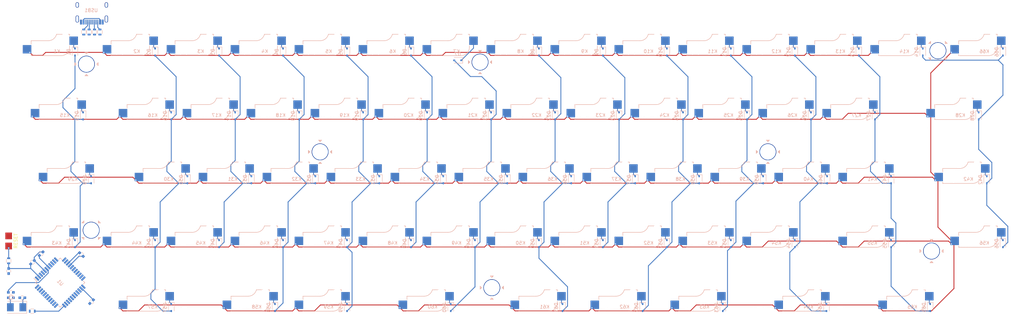
<source format=kicad_pcb>
(kicad_pcb (version 20171130) (host pcbnew 5.1.6)
  (layers (0 F.Cu signal hide) (31 B.Cu signal hide) (34 B.Paste user) (35 F.Paste user) (36 B.SilkS user) (37 F.SilkS user) (38 B.Mask user) (39 F.Mask user) (44 Edge.Cuts user))
  (net 0 "")
  (net 1 "Net-(C1-Pad1)")
  (net 2 GND)
  (net 3 "Net-(C2-Pad1)")
  (net 4 "Net-(C3-Pad1)")
  (net 5 VCC)
  (net 6 /C1)
  (net 7 "Net-(D1-Pad1)")
  (net 8 /C2)
  (net 9 "Net-(D2-Pad1)")
  (net 10 /C3)
  (net 11 "Net-(D3-Pad1)")
  (net 12 /C4)
  (net 13 "Net-(D4-Pad1)")
  (net 14 /C5)
  (net 15 "Net-(D5-Pad1)")
  (net 16 /C6)
  (net 17 "Net-(D6-Pad1)")
  (net 18 /C7)
  (net 19 "Net-(D7-Pad1)")
  (net 20 /C8)
  (net 21 "Net-(D8-Pad1)")
  (net 22 /C9)
  (net 23 "Net-(D9-Pad1)")
  (net 24 /C10)
  (net 25 "Net-(D10-Pad1)")
  (net 26 /C11)
  (net 27 "Net-(D11-Pad1)")
  (net 28 /C12)
  (net 29 "Net-(D12-Pad1)")
  (net 30 /C13)
  (net 31 "Net-(D13-Pad1)")
  (net 32 /C14)
  (net 33 "Net-(D14-Pad1)")
  (net 34 "Net-(D15-Pad1)")
  (net 35 "Net-(D16-Pad1)")
  (net 36 "Net-(D17-Pad1)")
  (net 37 "Net-(D18-Pad1)")
  (net 38 "Net-(D19-Pad1)")
  (net 39 "Net-(D20-Pad1)")
  (net 40 "Net-(D21-Pad1)")
  (net 41 "Net-(D22-Pad1)")
  (net 42 "Net-(D23-Pad1)")
  (net 43 "Net-(D24-Pad1)")
  (net 44 "Net-(D25-Pad1)")
  (net 45 "Net-(D26-Pad1)")
  (net 46 "Net-(D27-Pad1)")
  (net 47 "Net-(D28-Pad1)")
  (net 48 "Net-(D29-Pad1)")
  (net 49 "Net-(D30-Pad1)")
  (net 50 "Net-(D31-Pad1)")
  (net 51 "Net-(D32-Pad1)")
  (net 52 "Net-(D33-Pad1)")
  (net 53 "Net-(D34-Pad1)")
  (net 54 "Net-(D35-Pad1)")
  (net 55 "Net-(D36-Pad1)")
  (net 56 "Net-(D37-Pad1)")
  (net 57 "Net-(D38-Pad1)")
  (net 58 "Net-(D39-Pad1)")
  (net 59 "Net-(D40-Pad1)")
  (net 60 "Net-(D41-Pad1)")
  (net 61 "Net-(D42-Pad1)")
  (net 62 "Net-(D43-Pad1)")
  (net 63 "Net-(D44-Pad1)")
  (net 64 "Net-(D45-Pad1)")
  (net 65 "Net-(D46-Pad1)")
  (net 66 "Net-(D47-Pad1)")
  (net 67 "Net-(D48-Pad1)")
  (net 68 "Net-(D49-Pad1)")
  (net 69 "Net-(D50-Pad1)")
  (net 70 "Net-(D51-Pad1)")
  (net 71 "Net-(D52-Pad1)")
  (net 72 "Net-(D53-Pad1)")
  (net 73 "Net-(D54-Pad1)")
  (net 74 "Net-(D55-Pad1)")
  (net 75 "Net-(D56-Pad1)")
  (net 76 "Net-(D57-Pad1)")
  (net 77 "Net-(D58-Pad1)")
  (net 78 "Net-(D59-Pad1)")
  (net 79 "Net-(D60-Pad1)")
  (net 80 "Net-(D61-Pad1)")
  (net 81 "Net-(D62-Pad1)")
  (net 82 "Net-(D63-Pad1)")
  (net 83 "Net-(D64-Pad1)")
  (net 84 "Net-(D65-Pad1)")
  (net 85 "Net-(D66-Pad1)")
  (net 86 /R1)
  (net 87 /R2)
  (net 88 /R3)
  (net 89 /R4)
  (net 90 /R5)
  (net 91 "Net-(R1-Pad2)")
  (net 92 "Net-(R4-Pad1)")
  (net 93 "Net-(R5-Pad1)")
  (net 94 "Net-(R6-Pad1)")
  (net 95 "Net-(U1-Pad44)")
  (net 96 "Net-(U1-Pad43)")
  (net 97 "Net-(U1-Pad42)")
  (net 98 "Net-(U1-Pad35)")
  (net 99 "Net-(U1-Pad34)")
  (net 100 ADC11)
  (net 101 "Net-(U1-Pad23)")
  (net 102 SDA)
  (net 103 SCL)
  (net 104 MISO)
  (net 105 MOSI)
  (net 106 SCLK)
  (net 107 "Net-(R2-Pad1)")
  (net 108 "Net-(R3-Pad1)")
  (net 109 "Net-(R4-Pad2)")
  (net 110 "Net-(R5-Pad2)")
  (net 111 "Net-(USB1-Pad3)")
  (net 112 "Net-(USB1-Pad9)")
  (module Type-C:HRO-TYPE-C-31-M-12 (layer B.Cu) (at 47.6 19.2)
    (fp_text reference USB1 (at -0.2 4.2) (layer B.SilkS) (effects (justify mirror)))
    (fp_text value HRO-TYPE-C)
    (pad 12 smd rect (at 3.225 7.695) (size 0.6 1.45) (layers B.Cu B.Paste B.Mask) (net 2 GND))
    (pad 1 smd rect (at -3.225 7.695) (size 0.6 1.45) (layers B.Cu B.Paste B.Mask) (net 2 GND))
    (pad 11 smd rect (at 2.45 7.695) (size 0.6 1.45) (layers B.Cu B.Paste B.Mask) (net 5 VCC))
    (pad 2 smd rect (at -2.45 7.695) (size 0.6 1.45) (layers B.Cu B.Paste B.Mask) (net 5 VCC))
    (pad 3 smd rect (at -1.75 7.695) (size 0.3 1.45) (layers B.Cu B.Paste B.Mask) (net 111 "Net-(USB1-Pad3)"))
    (pad 10 smd rect (at 1.75 7.695) (size 0.3 1.45) (layers B.Cu B.Paste B.Mask) (net 108 "Net-(R3-Pad1)"))
    (pad 4 smd rect (at -1.25 7.695) (size 0.3 1.45) (layers B.Cu B.Paste B.Mask) (net 107 "Net-(R2-Pad1)"))
    (pad 9 smd rect (at 1.25 7.695) (size 0.3 1.45) (layers B.Cu B.Paste B.Mask) (net 112 "Net-(USB1-Pad9)"))
    (pad 5 smd rect (at -0.75 7.695) (size 0.3 1.45) (layers B.Cu B.Paste B.Mask) (net 110 "Net-(R5-Pad2)"))
    (pad 8 smd rect (at 0.75 7.695) (size 0.3 1.45) (layers B.Cu B.Paste B.Mask) (net 109 "Net-(R4-Pad2)"))
    (pad 7 smd rect (at 0.25 7.695) (size 0.3 1.45) (layers B.Cu B.Paste B.Mask) (net 110 "Net-(R5-Pad2)"))
    (pad 6 smd rect (at -0.25 7.695) (size 0.3 1.45) (layers B.Cu B.Paste B.Mask) (net 109 "Net-(R4-Pad2)"))
    (pad "" np_thru_hole circle (at 2.89 6.25) (size 0.65 0.65) (drill 0.65) (layers *.Cu *.Mask))
    (pad "" np_thru_hole circle (at -2.89 6.25) (size 0.65 0.65) (drill 0.65) (layers *.Cu *.Mask))
    (pad 13 thru_hole oval (at -4.32 6.78) (size 1 2.1) (drill oval 0.6 1.7) (layers *.Cu F.Mask) (net 2 GND))
    (pad 13 thru_hole oval (at 4.32 6.78) (size 1 2.1) (drill oval 0.6 1.7) (layers *.Cu F.Mask) (net 2 GND))
    (pad 13 thru_hole oval (at -4.32 2.6) (size 1 1.6) (drill oval 0.6 1.2) (layers *.Cu F.Mask) (net 2 GND))
    (pad 13 thru_hole oval (at 4.32 2.6) (size 1 1.6) (drill oval 0.6 1.2) (layers *.Cu F.Mask) (net 2 GND))
  )
  (module custom:hole-indicator (layer F.Cu) (at 297 95)
    (fp_text reference REF** hide)
    (fp_text value hole-indicator hide)
  )
  (module custom:hole-indicator (layer F.Cu) (at 166.4 105.9)
    (fp_text reference REF** hide)
    (fp_text value hole-indicator hide)
  )
  (module custom:hole-indicator (layer F.Cu) (at 47.4 88.8 45)
    (fp_text reference REF** hide)
    (fp_text value hole-indicator hide)
  )
  (module custom:hole-indicator (layer F.Cu) (at 248.4 65.5)
    (fp_text reference REF** hide)
    (fp_text value hole-indicator hide)
  )
  (module custom:hole-indicator (layer F.Cu) (at 115.4 65.5)
    (fp_text reference REF** hide)
    (fp_text value hole-indicator hide)
  )
  (module custom:hole-indicator (layer F.Cu) (at 46 39.4)
    (fp_text reference REF** hide)
    (fp_text value hole-indicator hide)
  )
  (module custom:hole-indicator (layer F.Cu) (at 298.9 35.4 45)
    (fp_text reference REF** hide)
    (fp_text value hole-indicator hide)
  )
  (module custom:hole-indicator (layer F.Cu) (at 162.9 38.8)
    (fp_text reference REF** hide)
    (fp_text value hole-indicator hide)
  )
  (module Diodes_SMD:D_SOD-323 (layer B.Cu) (at 261.2 54.8 270)
    (fp_text reference D26 (at 0 1.85 90) (layer B.SilkS) (effects (justify mirror)))
    (fp_text value 1N4148WS)
    (pad 1 smd rect (at -1.05 0 270) (size 0.6 0.45) (layers B.Cu B.Paste B.Mask) (net 45 "Net-(D26-Pad1)"))
    (pad 2 smd rect (at 1.05 0 270) (size 0.6 0.45) (layers B.Cu B.Paste B.Mask) (net 28 /C12))
  )
  (module Diodes_SMD:D_SOD-323 (layer B.Cu) (at 156.275 38.275 180)
    (fp_text reference D7 (at 0 1.85) (layer B.SilkS) (effects (justify mirror)))
    (fp_text value 1N4148WS)
    (pad 1 smd rect (at -1.05 0 180) (size 0.6 0.45) (layers B.Cu B.Paste B.Mask) (net 19 "Net-(D7-Pad1)"))
    (pad 2 smd rect (at 1.05 0 180) (size 0.6 0.45) (layers B.Cu B.Paste B.Mask) (net 18 /C7))
  )
  (module custom:Stabilizer_MX_2u (layer F.Cu) (at 39.4 67.9 180)
    (fp_text reference REF** hide)
    (fp_text value Stabilizer_MX_2u hide)
    (pad "" np_thru_hole circle (at -11.9 -6.985 180) (size 3.048 3.048) (drill 3.048) (layers *.Cu *.Mask))
    (pad "" np_thru_hole circle (at 11.9 -6.985 180) (size 3.048 3.048) (drill 3.048) (layers *.Cu *.Mask))
    (pad "" np_thru_hole circle (at -11.9 8.255 180) (size 3.9878 3.9878) (drill 3.9878) (layers *.Cu *.Mask))
    (pad "" np_thru_hole circle (at 11.9 8.255 180) (size 3.9878 3.9878) (drill 3.9878) (layers *.Cu *.Mask))
  )
  (module custom:Stabilizer_MX_2u (layer F.Cu) (at 303.025 48.9 180)
    (fp_text reference REF** hide)
    (fp_text value Stabilizer_MX_2u hide)
    (pad "" np_thru_hole circle (at -11.9 -6.985 180) (size 3.048 3.048) (drill 3.048) (layers *.Cu *.Mask))
    (pad "" np_thru_hole circle (at 11.9 -6.985 180) (size 3.048 3.048) (drill 3.048) (layers *.Cu *.Mask))
    (pad "" np_thru_hole circle (at -11.9 8.255 180) (size 3.9878 3.9878) (drill 3.9878) (layers *.Cu *.Mask))
    (pad "" np_thru_hole circle (at 11.9 8.255 180) (size 3.9878 3.9878) (drill 3.9878) (layers *.Cu *.Mask))
  )
  (module custom:Stabilizer_MX_2u (layer F.Cu) (at 305.4 67.9 180)
    (fp_text reference REF** hide)
    (fp_text value Stabilizer_MX_2u hide)
    (pad "" np_thru_hole circle (at -11.9 -6.985 180) (size 3.048 3.048) (drill 3.048) (layers *.Cu *.Mask))
    (pad "" np_thru_hole circle (at 11.9 -6.985 180) (size 3.048 3.048) (drill 3.048) (layers *.Cu *.Mask))
    (pad "" np_thru_hole circle (at -11.9 8.255 180) (size 3.9878 3.9878) (drill 3.9878) (layers *.Cu *.Mask))
    (pad "" np_thru_hole circle (at 11.9 8.255 180) (size 3.9878 3.9878) (drill 3.9878) (layers *.Cu *.Mask))
  )
  (module custom:Stabilizer_MX_2u (layer F.Cu) (at 276.9 86.9 180)
    (fp_text reference REF** hide)
    (fp_text value Stabilizer_MX_2u hide)
    (pad "" np_thru_hole circle (at -11.9 -6.985 180) (size 3.048 3.048) (drill 3.048) (layers *.Cu *.Mask))
    (pad "" np_thru_hole circle (at 11.9 -6.985 180) (size 3.048 3.048) (drill 3.048) (layers *.Cu *.Mask))
    (pad "" np_thru_hole circle (at -11.9 8.255 180) (size 3.9878 3.9878) (drill 3.9878) (layers *.Cu *.Mask))
    (pad "" np_thru_hole circle (at 11.9 8.255 180) (size 3.9878 3.9878) (drill 3.9878) (layers *.Cu *.Mask))
  )
  (module custom:Stabilizer_MX_2u (layer F.Cu) (at 257.9 105.9 180)
    (fp_text reference REF** hide)
    (fp_text value Stabilizer_MX_2u hide)
    (pad "" np_thru_hole circle (at -11.9 -6.985 180) (size 3.048 3.048) (drill 3.048) (layers *.Cu *.Mask))
    (pad "" np_thru_hole circle (at 11.9 -6.985 180) (size 3.048 3.048) (drill 3.048) (layers *.Cu *.Mask))
    (pad "" np_thru_hole circle (at -11.9 8.255 180) (size 3.9878 3.9878) (drill 3.9878) (layers *.Cu *.Mask))
    (pad "" np_thru_hole circle (at 11.9 8.255 180) (size 3.9878 3.9878) (drill 3.9878) (layers *.Cu *.Mask))
  )
  (module custom:Stabilizer_MX_2u (layer F.Cu) (at 146.275 105.9 180)
    (fp_text reference REF** hide)
    (fp_text value Stabilizer_MX_2u hide)
    (pad "" np_thru_hole circle (at -11.9 -6.985 180) (size 3.048 3.048) (drill 3.048) (layers *.Cu *.Mask))
    (pad "" np_thru_hole circle (at 11.9 -6.985 180) (size 3.048 3.048) (drill 3.048) (layers *.Cu *.Mask))
    (pad "" np_thru_hole circle (at -11.9 8.255 180) (size 3.9878 3.9878) (drill 3.9878) (layers *.Cu *.Mask))
    (pad "" np_thru_hole circle (at 11.9 8.255 180) (size 3.9878 3.9878) (drill 3.9878) (layers *.Cu *.Mask))
  )
  (module custom:Stabilizer_MX_2u (layer F.Cu) (at 63.15 105.9 180)
    (fp_text reference REF** hide)
    (fp_text value Stabilizer_MX_2u hide)
    (pad "" np_thru_hole circle (at -11.9 -6.985 180) (size 3.048 3.048) (drill 3.048) (layers *.Cu *.Mask))
    (pad "" np_thru_hole circle (at 11.9 -6.985 180) (size 3.048 3.048) (drill 3.048) (layers *.Cu *.Mask))
    (pad "" np_thru_hole circle (at -11.9 8.255 180) (size 3.9878 3.9878) (drill 3.9878) (layers *.Cu *.Mask))
    (pad "" np_thru_hole circle (at 11.9 8.255 180) (size 3.9878 3.9878) (drill 3.9878) (layers *.Cu *.Mask))
  )
  (module Crystals:Crystal_SMD_5032-2pin_5.0x3.2mm (layer B.Cu) (at 25.25 111.725 180)
    (fp_text reference X1 hide)
    (fp_text value 16MHz)
    (pad 2 smd rect (at 1.85 0 180) (size 2 2.4) (layers B.Cu B.Paste B.Mask) (net 4 "Net-(C3-Pad1)"))
    (pad 1 smd rect (at -1.85 0 180) (size 2 2.4) (layers B.Cu B.Paste B.Mask) (net 3 "Net-(C2-Pad1)"))
  )
  (module Housings_QFP:TQFP-44_10x10mm_Pitch0.8mm (layer B.Cu) (at 38.2 104.4 315)
    (fp_text reference U1 (at 0 0 315) (layer B.SilkS) (effects (justify mirror)))
    (fp_text value "ATmega16U4-AU_(modified)")
    (pad 1 smd rect (at -5.7 4 315) (size 1.5 0.55) (layers B.Cu B.Paste B.Mask) (net 8 /C2))
    (pad 2 smd rect (at -5.7 3.2 315) (size 1.5 0.55) (layers B.Cu B.Paste B.Mask) (net 5 VCC))
    (pad 3 smd rect (at -5.7 2.4 315) (size 1.5 0.55) (layers B.Cu B.Paste B.Mask) (net 93 "Net-(R5-Pad1)"))
    (pad 4 smd rect (at -5.7 1.6 315) (size 1.5 0.55) (layers B.Cu B.Paste B.Mask) (net 92 "Net-(R4-Pad1)"))
    (pad 5 smd rect (at -5.7 0.8 315) (size 1.5 0.55) (layers B.Cu B.Paste B.Mask) (net 2 GND))
    (pad 6 smd rect (at -5.7 0 315) (size 1.5 0.55) (layers B.Cu B.Paste B.Mask) (net 1 "Net-(C1-Pad1)"))
    (pad 7 smd rect (at -5.7 -0.8 315) (size 1.5 0.55) (layers B.Cu B.Paste B.Mask) (net 5 VCC))
    (pad 8 smd rect (at -5.7 -1.6 315) (size 1.5 0.55) (layers B.Cu B.Paste B.Mask) (net 32 /C14))
    (pad 9 smd rect (at -5.7 -2.4 315) (size 1.5 0.55) (layers B.Cu B.Paste B.Mask) (net 106 SCLK))
    (pad 10 smd rect (at -5.7 -3.2 315) (size 1.5 0.55) (layers B.Cu B.Paste B.Mask) (net 105 MOSI))
    (pad 11 smd rect (at -5.7 -4 315) (size 1.5 0.55) (layers B.Cu B.Paste B.Mask) (net 104 MISO))
    (pad 12 smd rect (at -4 -5.7 225) (size 1.5 0.55) (layers B.Cu B.Paste B.Mask) (net 26 /C11))
    (pad 13 smd rect (at -3.2 -5.7 225) (size 1.5 0.55) (layers B.Cu B.Paste B.Mask) (net 91 "Net-(R1-Pad2)"))
    (pad 14 smd rect (at -2.4 -5.7 225) (size 1.5 0.55) (layers B.Cu B.Paste B.Mask) (net 5 VCC))
    (pad 15 smd rect (at -1.6 -5.7 225) (size 1.5 0.55) (layers B.Cu B.Paste B.Mask) (net 2 GND))
    (pad 16 smd rect (at -0.8 -5.7 225) (size 1.5 0.55) (layers B.Cu B.Paste B.Mask) (net 4 "Net-(C3-Pad1)"))
    (pad 17 smd rect (at 0 -5.7 225) (size 1.5 0.55) (layers B.Cu B.Paste B.Mask) (net 3 "Net-(C2-Pad1)"))
    (pad 18 smd rect (at 0.8 -5.7 225) (size 1.5 0.55) (layers B.Cu B.Paste B.Mask) (net 103 SCL))
    (pad 19 smd rect (at 1.6 -5.7 225) (size 1.5 0.55) (layers B.Cu B.Paste B.Mask) (net 102 SDA))
    (pad 20 smd rect (at 2.4 -5.7 225) (size 1.5 0.55) (layers B.Cu B.Paste B.Mask) (net 24 /C10))
    (pad 21 smd rect (at 3.2 -5.7 225) (size 1.5 0.55) (layers B.Cu B.Paste B.Mask) (net 22 /C9))
    (pad 22 smd rect (at 4 -5.7 225) (size 1.5 0.55) (layers B.Cu B.Paste B.Mask) (net 18 /C7))
    (pad 23 smd rect (at 5.7 -4 315) (size 1.5 0.55) (layers B.Cu B.Paste B.Mask) (net 101 "Net-(U1-Pad23)"))
    (pad 24 smd rect (at 5.7 -3.2 315) (size 1.5 0.55) (layers B.Cu B.Paste B.Mask) (net 5 VCC))
    (pad 25 smd rect (at 5.7 -2.4 315) (size 1.5 0.55) (layers B.Cu B.Paste B.Mask) (net 20 /C8))
    (pad 26 smd rect (at 5.7 -1.6 315) (size 1.5 0.55) (layers B.Cu B.Paste B.Mask) (net 16 /C6))
    (pad 27 smd rect (at 5.7 -0.8 315) (size 1.5 0.55) (layers B.Cu B.Paste B.Mask) (net 14 /C5))
    (pad 28 smd rect (at 5.7 0 315) (size 1.5 0.55) (layers B.Cu B.Paste B.Mask) (net 100 ADC11))
    (pad 29 smd rect (at 5.7 0.8 315) (size 1.5 0.55) (layers B.Cu B.Paste B.Mask) (net 30 /C13))
    (pad 30 smd rect (at 5.7 1.6 315) (size 1.5 0.55) (layers B.Cu B.Paste B.Mask) (net 28 /C12))
    (pad 31 smd rect (at 5.7 2.4 315) (size 1.5 0.55) (layers B.Cu B.Paste B.Mask) (net 12 /C4))
    (pad 32 smd rect (at 5.7 3.2 315) (size 1.5 0.55) (layers B.Cu B.Paste B.Mask) (net 10 /C3))
    (pad 33 smd rect (at 5.7 4 315) (size 1.5 0.55) (layers B.Cu B.Paste B.Mask) (net 94 "Net-(R6-Pad1)"))
    (pad 34 smd rect (at 4 5.7 225) (size 1.5 0.55) (layers B.Cu B.Paste B.Mask) (net 99 "Net-(U1-Pad34)"))
    (pad 35 smd rect (at 3.2 5.7 225) (size 1.5 0.55) (layers B.Cu B.Paste B.Mask) (net 98 "Net-(U1-Pad35)"))
    (pad 36 smd rect (at 2.4 5.7 225) (size 1.5 0.55) (layers B.Cu B.Paste B.Mask) (net 6 /C1))
    (pad 37 smd rect (at 1.6 5.7 225) (size 1.5 0.55) (layers B.Cu B.Paste B.Mask) (net 90 /R5))
    (pad 38 smd rect (at 0.8 5.7 225) (size 1.5 0.55) (layers B.Cu B.Paste B.Mask) (net 89 /R4))
    (pad 39 smd rect (at 0 5.7 225) (size 1.5 0.55) (layers B.Cu B.Paste B.Mask) (net 88 /R3))
    (pad 40 smd rect (at -0.8 5.7 225) (size 1.5 0.55) (layers B.Cu B.Paste B.Mask) (net 87 /R2))
    (pad 41 smd rect (at -1.6 5.7 225) (size 1.5 0.55) (layers B.Cu B.Paste B.Mask) (net 86 /R1))
    (pad 42 smd rect (at -2.4 5.7 225) (size 1.5 0.55) (layers B.Cu B.Paste B.Mask) (net 97 "Net-(U1-Pad42)"))
    (pad 43 smd rect (at -3.2 5.7 225) (size 1.5 0.55) (layers B.Cu B.Paste B.Mask) (net 96 "Net-(U1-Pad43)"))
    (pad 44 smd rect (at -4 5.7 225) (size 1.5 0.55) (layers B.Cu B.Paste B.Mask) (net 95 "Net-(U1-Pad44)"))
  )
  (module custom:pad-button (layer F.Cu) (at 22.9 92 270)
    (fp_text reference SW1 hide)
    (fp_text value SW_PUSH)
    (pad 1 smd rect (at -1.5 0 270) (size 2 2) (layers F.Cu F.Paste F.Mask) (net 2 GND))
    (pad 2 smd rect (at 1.5 0 270) (size 2 2) (layers F.Cu F.Paste F.Mask) (net 91 "Net-(R1-Pad2)"))
  )
  (module Resistors_SMD:R_0603 (layer B.Cu) (at 29.9 112.9 180)
    (fp_text reference R6 hide)
    (fp_text value 10K)
    (pad 1 smd rect (at -0.75 0 180) (size 0.5 0.9) (layers B.Cu B.Paste B.Mask) (net 94 "Net-(R6-Pad1)"))
    (pad 2 smd rect (at 0.75 0 180) (size 0.5 0.9) (layers B.Cu B.Paste B.Mask) (net 2 GND))
  )
  (module Resistors_SMD:R_0603 (layer B.Cu) (at 46.8 29.85 90)
    (fp_text reference R5 hide)
    (fp_text value 22)
    (pad 1 smd rect (at -0.75 0 90) (size 0.5 0.9) (layers B.Cu B.Paste B.Mask) (net 93 "Net-(R5-Pad1)"))
    (pad 2 smd rect (at 0.75 0 90) (size 0.5 0.9) (layers B.Cu B.Paste B.Mask) (net 110 "Net-(R5-Pad2)"))
  )
  (module Resistors_SMD:R_0603 (layer B.Cu) (at 48.4 29.85 90)
    (fp_text reference R4 hide)
    (fp_text value 22)
    (pad 1 smd rect (at -0.75 0 90) (size 0.5 0.9) (layers B.Cu B.Paste B.Mask) (net 92 "Net-(R4-Pad1)"))
    (pad 2 smd rect (at 0.75 0 90) (size 0.5 0.9) (layers B.Cu B.Paste B.Mask) (net 109 "Net-(R4-Pad2)"))
  )
  (module Resistors_SMD:R_0603 (layer B.Cu) (at 50 29.85 270)
    (fp_text reference R3 hide)
    (fp_text value 5.1K)
    (pad 1 smd rect (at -0.75 0 270) (size 0.5 0.9) (layers B.Cu B.Paste B.Mask) (net 108 "Net-(R3-Pad1)"))
    (pad 2 smd rect (at 0.75 0 270) (size 0.5 0.9) (layers B.Cu B.Paste B.Mask) (net 2 GND))
  )
  (module Resistors_SMD:R_0603 (layer B.Cu) (at 45.2 29.85 270)
    (fp_text reference R2 hide)
    (fp_text value 5.1K)
    (pad 1 smd rect (at -0.75 0 270) (size 0.5 0.9) (layers B.Cu B.Paste B.Mask) (net 107 "Net-(R2-Pad1)"))
    (pad 2 smd rect (at 0.75 0 270) (size 0.5 0.9) (layers B.Cu B.Paste B.Mask) (net 2 GND))
  )
  (module Resistors_SMD:R_0603 (layer B.Cu) (at 22.9 97.9 90)
    (fp_text reference R1 hide)
    (fp_text value 10K)
    (pad 1 smd rect (at -0.75 0 90) (size 0.5 0.9) (layers B.Cu B.Paste B.Mask) (net 5 VCC))
    (pad 2 smd rect (at 0.75 0 90) (size 0.5 0.9) (layers B.Cu B.Paste B.Mask) (net 91 "Net-(R1-Pad2)"))
  )
  (module custom:Kailh_socket_MX_1.50U (layer F.Cu) (at 310.15 29.9)
    (fp_text reference K66 (at 2.54 5.715 180) (layer B.SilkS) (effects (justify mirror)))
    (fp_text value KEYSW)
    (pad 2 smd rect (at 7.56 2.54 180) (size 2.55 2.5) (layers B.Cu B.Paste B.Mask) (net 85 "Net-(D66-Pad1)"))
    (pad "" np_thru_hole circle (at 5.08 0 180) (size 1.7018 1.7018) (drill 1.7018) (layers *.Cu *.Mask))
    (pad "" np_thru_hole circle (at -5.08 0 180) (size 1.7018 1.7018) (drill 1.7018) (layers *.Cu *.Mask))
    (pad "" np_thru_hole circle (at 0 0 180) (size 3.9878 3.9878) (drill 3.9878) (layers *.Cu *.Mask))
    (pad "" np_thru_hole circle (at 3.81 2.54 180) (size 3 3) (drill 3) (layers *.Cu *.Mask))
    (pad "" np_thru_hole circle (at -2.54 5.08 180) (size 3 3) (drill 3) (layers *.Cu *.Mask))
    (pad 1 smd rect (at -6.29 5.08 180) (size 2.55 2.5) (layers B.Cu B.Paste B.Mask) (net 90 /R5))
  )
  (module custom:Kailh_socket_MX_1.25U (layer F.Cu) (at 288.775 105.9)
    (fp_text reference K65 (at 2.54 5.715 180) (layer B.SilkS) (effects (justify mirror)))
    (fp_text value KEYSW)
    (pad 1 smd rect (at -6.29 5.08 180) (size 2.55 2.5) (layers B.Cu B.Paste B.Mask) (net 90 /R5))
    (pad "" np_thru_hole circle (at -2.54 5.08 180) (size 3 3) (drill 3) (layers *.Cu *.Mask))
    (pad "" np_thru_hole circle (at 3.81 2.54 180) (size 3 3) (drill 3) (layers *.Cu *.Mask))
    (pad "" np_thru_hole circle (at 0 0 180) (size 3.9878 3.9878) (drill 3.9878) (layers *.Cu *.Mask))
    (pad "" np_thru_hole circle (at -5.08 0 180) (size 1.7018 1.7018) (drill 1.7018) (layers *.Cu *.Mask))
    (pad "" np_thru_hole circle (at 5.08 0 180) (size 1.7018 1.7018) (drill 1.7018) (layers *.Cu *.Mask))
    (pad 2 smd rect (at 7.56 2.54 180) (size 2.55 2.5) (layers B.Cu B.Paste B.Mask) (net 84 "Net-(D65-Pad1)"))
  )
  (module custom:Kailh_socket_MX_2.00U (layer F.Cu) (at 257.9 105.9)
    (fp_text reference K64 (at 2.54 5.715 180) (layer B.SilkS) (effects (justify mirror)))
    (fp_text value KEYSW)
    (pad 2 smd rect (at 7.56 2.54 180) (size 2.55 2.5) (layers B.Cu B.Paste B.Mask) (net 83 "Net-(D64-Pad1)"))
    (pad "" np_thru_hole circle (at 5.08 0 180) (size 1.7018 1.7018) (drill 1.7018) (layers *.Cu *.Mask))
    (pad "" np_thru_hole circle (at -5.08 0 180) (size 1.7018 1.7018) (drill 1.7018) (layers *.Cu *.Mask))
    (pad "" np_thru_hole circle (at 0 0 180) (size 3.9878 3.9878) (drill 3.9878) (layers *.Cu *.Mask))
    (pad "" np_thru_hole circle (at 3.81 2.54 180) (size 3 3) (drill 3) (layers *.Cu *.Mask))
    (pad "" np_thru_hole circle (at -2.54 5.08 180) (size 3 3) (drill 3) (layers *.Cu *.Mask))
    (pad 1 smd rect (at -6.29 5.08 180) (size 2.55 2.5) (layers B.Cu B.Paste B.Mask) (net 90 /R5))
  )
  (module custom:Kailh_socket_MX_1.25U (layer F.Cu) (at 227.025 105.9)
    (fp_text reference K63 (at 2.54 5.715 180) (layer B.SilkS) (effects (justify mirror)))
    (fp_text value KEYSW)
    (pad 1 smd rect (at -6.29 5.08 180) (size 2.55 2.5) (layers B.Cu B.Paste B.Mask) (net 90 /R5))
    (pad "" np_thru_hole circle (at -2.54 5.08 180) (size 3 3) (drill 3) (layers *.Cu *.Mask))
    (pad "" np_thru_hole circle (at 3.81 2.54 180) (size 3 3) (drill 3) (layers *.Cu *.Mask))
    (pad "" np_thru_hole circle (at 0 0 180) (size 3.9878 3.9878) (drill 3.9878) (layers *.Cu *.Mask))
    (pad "" np_thru_hole circle (at -5.08 0 180) (size 1.7018 1.7018) (drill 1.7018) (layers *.Cu *.Mask))
    (pad "" np_thru_hole circle (at 5.08 0 180) (size 1.7018 1.7018) (drill 1.7018) (layers *.Cu *.Mask))
    (pad 2 smd rect (at 7.56 2.54 180) (size 2.55 2.5) (layers B.Cu B.Paste B.Mask) (net 82 "Net-(D63-Pad1)"))
  )
  (module custom:Kailh_socket_MX_1.25U (layer F.Cu) (at 203.275 105.9)
    (fp_text reference K62 (at 2.54 5.715 180) (layer B.SilkS) (effects (justify mirror)))
    (fp_text value KEYSW)
    (pad 1 smd rect (at -6.29 5.08 180) (size 2.55 2.5) (layers B.Cu B.Paste B.Mask) (net 90 /R5))
    (pad "" np_thru_hole circle (at -2.54 5.08 180) (size 3 3) (drill 3) (layers *.Cu *.Mask))
    (pad "" np_thru_hole circle (at 3.81 2.54 180) (size 3 3) (drill 3) (layers *.Cu *.Mask))
    (pad "" np_thru_hole circle (at 0 0 180) (size 3.9878 3.9878) (drill 3.9878) (layers *.Cu *.Mask))
    (pad "" np_thru_hole circle (at -5.08 0 180) (size 1.7018 1.7018) (drill 1.7018) (layers *.Cu *.Mask))
    (pad "" np_thru_hole circle (at 5.08 0 180) (size 1.7018 1.7018) (drill 1.7018) (layers *.Cu *.Mask))
    (pad 2 smd rect (at 7.56 2.54 180) (size 2.55 2.5) (layers B.Cu B.Paste B.Mask) (net 81 "Net-(D62-Pad1)"))
  )
  (module custom:Kailh_socket_MX_1.25U (layer F.Cu) (at 179.525 105.9)
    (fp_text reference K61 (at 2.54 5.715 180) (layer B.SilkS) (effects (justify mirror)))
    (fp_text value KEYSW)
    (pad 1 smd rect (at -6.29 5.08 180) (size 2.55 2.5) (layers B.Cu B.Paste B.Mask) (net 90 /R5))
    (pad "" np_thru_hole circle (at -2.54 5.08 180) (size 3 3) (drill 3) (layers *.Cu *.Mask))
    (pad "" np_thru_hole circle (at 3.81 2.54 180) (size 3 3) (drill 3) (layers *.Cu *.Mask))
    (pad "" np_thru_hole circle (at 0 0 180) (size 3.9878 3.9878) (drill 3.9878) (layers *.Cu *.Mask))
    (pad "" np_thru_hole circle (at -5.08 0 180) (size 1.7018 1.7018) (drill 1.7018) (layers *.Cu *.Mask))
    (pad "" np_thru_hole circle (at 5.08 0 180) (size 1.7018 1.7018) (drill 1.7018) (layers *.Cu *.Mask))
    (pad 2 smd rect (at 7.56 2.54 180) (size 2.55 2.5) (layers B.Cu B.Paste B.Mask) (net 80 "Net-(D61-Pad1)"))
  )
  (module custom:Kailh_socket_MX_2.25U (layer F.Cu) (at 146.275 105.9)
    (fp_text reference K60 (at 2.54 5.715 180) (layer B.SilkS) (effects (justify mirror)))
    (fp_text value KEYSW)
    (pad 2 smd rect (at 7.56 2.54 180) (size 2.55 2.5) (layers B.Cu B.Paste B.Mask) (net 79 "Net-(D60-Pad1)"))
    (pad "" np_thru_hole circle (at 5.08 0 180) (size 1.7018 1.7018) (drill 1.7018) (layers *.Cu *.Mask))
    (pad "" np_thru_hole circle (at -5.08 0 180) (size 1.7018 1.7018) (drill 1.7018) (layers *.Cu *.Mask))
    (pad "" np_thru_hole circle (at 0 0 180) (size 3.9878 3.9878) (drill 3.9878) (layers *.Cu *.Mask))
    (pad "" np_thru_hole circle (at 3.81 2.54 180) (size 3 3) (drill 3) (layers *.Cu *.Mask))
    (pad "" np_thru_hole circle (at -2.54 5.08 180) (size 3 3) (drill 3) (layers *.Cu *.Mask))
    (pad 1 smd rect (at -6.29 5.08 180) (size 2.55 2.5) (layers B.Cu B.Paste B.Mask) (net 90 /R5))
  )
  (module custom:Kailh_socket_MX_1.00U (layer F.Cu) (at 115.4 105.9)
    (fp_text reference K59 (at 2.54 5.715 180) (layer B.SilkS) (effects (justify mirror)))
    (fp_text value KEYSW)
    (pad 1 smd rect (at -6.29 5.08 180) (size 2.55 2.5) (layers B.Cu B.Paste B.Mask) (net 90 /R5))
    (pad "" np_thru_hole circle (at -2.54 5.08 180) (size 3 3) (drill 3) (layers *.Cu *.Mask))
    (pad "" np_thru_hole circle (at 3.81 2.54 180) (size 3 3) (drill 3) (layers *.Cu *.Mask))
    (pad "" np_thru_hole circle (at 0 0 180) (size 3.9878 3.9878) (drill 3.9878) (layers *.Cu *.Mask))
    (pad "" np_thru_hole circle (at -5.08 0 180) (size 1.7018 1.7018) (drill 1.7018) (layers *.Cu *.Mask))
    (pad "" np_thru_hole circle (at 5.08 0 180) (size 1.7018 1.7018) (drill 1.7018) (layers *.Cu *.Mask))
    (pad 2 smd rect (at 7.56 2.54 180) (size 2.55 2.5) (layers B.Cu B.Paste B.Mask) (net 78 "Net-(D59-Pad1)"))
  )
  (module custom:Kailh_socket_MX_1.25U (layer F.Cu) (at 94.025 105.9)
    (fp_text reference K58 (at 2.54 5.715 180) (layer B.SilkS) (effects (justify mirror)))
    (fp_text value KEYSW)
    (pad 1 smd rect (at -6.29 5.08 180) (size 2.55 2.5) (layers B.Cu B.Paste B.Mask) (net 90 /R5))
    (pad "" np_thru_hole circle (at -2.54 5.08 180) (size 3 3) (drill 3) (layers *.Cu *.Mask))
    (pad "" np_thru_hole circle (at 3.81 2.54 180) (size 3 3) (drill 3) (layers *.Cu *.Mask))
    (pad "" np_thru_hole circle (at 0 0 180) (size 3.9878 3.9878) (drill 3.9878) (layers *.Cu *.Mask))
    (pad "" np_thru_hole circle (at -5.08 0 180) (size 1.7018 1.7018) (drill 1.7018) (layers *.Cu *.Mask))
    (pad "" np_thru_hole circle (at 5.08 0 180) (size 1.7018 1.7018) (drill 1.7018) (layers *.Cu *.Mask))
    (pad 2 smd rect (at 7.56 2.54 180) (size 2.55 2.5) (layers B.Cu B.Paste B.Mask) (net 77 "Net-(D58-Pad1)"))
  )
  (module custom:Kailh_socket_MX_2.00U (layer F.Cu) (at 63.15 105.9)
    (fp_text reference K57 (at 2.54 5.715 180) (layer B.SilkS) (effects (justify mirror)))
    (fp_text value KEYSW)
    (pad 1 smd rect (at -6.29 5.08 180) (size 2.55 2.5) (layers B.Cu B.Paste B.Mask) (net 90 /R5))
    (pad "" np_thru_hole circle (at -2.54 5.08 180) (size 3 3) (drill 3) (layers *.Cu *.Mask))
    (pad "" np_thru_hole circle (at 3.81 2.54 180) (size 3 3) (drill 3) (layers *.Cu *.Mask))
    (pad "" np_thru_hole circle (at 0 0 180) (size 3.9878 3.9878) (drill 3.9878) (layers *.Cu *.Mask))
    (pad "" np_thru_hole circle (at -5.08 0 180) (size 1.7018 1.7018) (drill 1.7018) (layers *.Cu *.Mask))
    (pad "" np_thru_hole circle (at 5.08 0 180) (size 1.7018 1.7018) (drill 1.7018) (layers *.Cu *.Mask))
    (pad 2 smd rect (at 7.56 2.54 180) (size 2.55 2.5) (layers B.Cu B.Paste B.Mask) (net 76 "Net-(D57-Pad1)"))
  )
  (module custom:Kailh_socket_MX_1.50U (layer F.Cu) (at 310.15 86.9)
    (fp_text reference K56 (at 2.54 5.715 180) (layer B.SilkS) (effects (justify mirror)))
    (fp_text value KEYSW)
    (pad 2 smd rect (at 7.56 2.54 180) (size 2.55 2.5) (layers B.Cu B.Paste B.Mask) (net 75 "Net-(D56-Pad1)"))
    (pad "" np_thru_hole circle (at 5.08 0 180) (size 1.7018 1.7018) (drill 1.7018) (layers *.Cu *.Mask))
    (pad "" np_thru_hole circle (at -5.08 0 180) (size 1.7018 1.7018) (drill 1.7018) (layers *.Cu *.Mask))
    (pad "" np_thru_hole circle (at 0 0 180) (size 3.9878 3.9878) (drill 3.9878) (layers *.Cu *.Mask))
    (pad "" np_thru_hole circle (at 3.81 2.54 180) (size 3 3) (drill 3) (layers *.Cu *.Mask))
    (pad "" np_thru_hole circle (at -2.54 5.08 180) (size 3 3) (drill 3) (layers *.Cu *.Mask))
    (pad 1 smd rect (at -6.29 5.08 180) (size 2.55 2.5) (layers B.Cu B.Paste B.Mask) (net 89 /R4))
  )
  (module custom:Kailh_socket_MX_2.00U (layer F.Cu) (at 276.9 86.9)
    (fp_text reference K55 (at 2.54 5.715 180) (layer B.SilkS) (effects (justify mirror)))
    (fp_text value KEYSW)
    (pad 2 smd rect (at 7.56 2.54 180) (size 2.55 2.5) (layers B.Cu B.Paste B.Mask) (net 74 "Net-(D55-Pad1)"))
    (pad "" np_thru_hole circle (at 5.08 0 180) (size 1.7018 1.7018) (drill 1.7018) (layers *.Cu *.Mask))
    (pad "" np_thru_hole circle (at -5.08 0 180) (size 1.7018 1.7018) (drill 1.7018) (layers *.Cu *.Mask))
    (pad "" np_thru_hole circle (at 0 0 180) (size 3.9878 3.9878) (drill 3.9878) (layers *.Cu *.Mask))
    (pad "" np_thru_hole circle (at 3.81 2.54 180) (size 3 3) (drill 3) (layers *.Cu *.Mask))
    (pad "" np_thru_hole circle (at -2.54 5.08 180) (size 3 3) (drill 3) (layers *.Cu *.Mask))
    (pad 1 smd rect (at -6.29 5.08 180) (size 2.55 2.5) (layers B.Cu B.Paste B.Mask) (net 89 /R4))
  )
  (module custom:Kailh_socket_MX_1.00U (layer F.Cu) (at 248.4 86.9)
    (fp_text reference K54 (at 2.54 5.715 180) (layer B.SilkS) (effects (justify mirror)))
    (fp_text value KEYSW)
    (pad 1 smd rect (at -6.29 5.08 180) (size 2.55 2.5) (layers B.Cu B.Paste B.Mask) (net 89 /R4))
    (pad "" np_thru_hole circle (at -2.54 5.08 180) (size 3 3) (drill 3) (layers *.Cu *.Mask))
    (pad "" np_thru_hole circle (at 3.81 2.54 180) (size 3 3) (drill 3) (layers *.Cu *.Mask))
    (pad "" np_thru_hole circle (at 0 0 180) (size 3.9878 3.9878) (drill 3.9878) (layers *.Cu *.Mask))
    (pad "" np_thru_hole circle (at -5.08 0 180) (size 1.7018 1.7018) (drill 1.7018) (layers *.Cu *.Mask))
    (pad "" np_thru_hole circle (at 5.08 0 180) (size 1.7018 1.7018) (drill 1.7018) (layers *.Cu *.Mask))
    (pad 2 smd rect (at 7.56 2.54 180) (size 2.55 2.5) (layers B.Cu B.Paste B.Mask) (net 73 "Net-(D54-Pad1)"))
  )
  (module custom:Kailh_socket_MX_1.00U (layer F.Cu) (at 229.4 86.9)
    (fp_text reference K53 (at 2.54 5.715 180) (layer B.SilkS) (effects (justify mirror)))
    (fp_text value KEYSW)
    (pad 1 smd rect (at -6.29 5.08 180) (size 2.55 2.5) (layers B.Cu B.Paste B.Mask) (net 89 /R4))
    (pad "" np_thru_hole circle (at -2.54 5.08 180) (size 3 3) (drill 3) (layers *.Cu *.Mask))
    (pad "" np_thru_hole circle (at 3.81 2.54 180) (size 3 3) (drill 3) (layers *.Cu *.Mask))
    (pad "" np_thru_hole circle (at 0 0 180) (size 3.9878 3.9878) (drill 3.9878) (layers *.Cu *.Mask))
    (pad "" np_thru_hole circle (at -5.08 0 180) (size 1.7018 1.7018) (drill 1.7018) (layers *.Cu *.Mask))
    (pad "" np_thru_hole circle (at 5.08 0 180) (size 1.7018 1.7018) (drill 1.7018) (layers *.Cu *.Mask))
    (pad 2 smd rect (at 7.56 2.54 180) (size 2.55 2.5) (layers B.Cu B.Paste B.Mask) (net 72 "Net-(D53-Pad1)"))
  )
  (module custom:Kailh_socket_MX_1.00U (layer F.Cu) (at 210.4 86.9)
    (fp_text reference K52 (at 2.54 5.715 180) (layer B.SilkS) (effects (justify mirror)))
    (fp_text value KEYSW)
    (pad 1 smd rect (at -6.29 5.08 180) (size 2.55 2.5) (layers B.Cu B.Paste B.Mask) (net 89 /R4))
    (pad "" np_thru_hole circle (at -2.54 5.08 180) (size 3 3) (drill 3) (layers *.Cu *.Mask))
    (pad "" np_thru_hole circle (at 3.81 2.54 180) (size 3 3) (drill 3) (layers *.Cu *.Mask))
    (pad "" np_thru_hole circle (at 0 0 180) (size 3.9878 3.9878) (drill 3.9878) (layers *.Cu *.Mask))
    (pad "" np_thru_hole circle (at -5.08 0 180) (size 1.7018 1.7018) (drill 1.7018) (layers *.Cu *.Mask))
    (pad "" np_thru_hole circle (at 5.08 0 180) (size 1.7018 1.7018) (drill 1.7018) (layers *.Cu *.Mask))
    (pad 2 smd rect (at 7.56 2.54 180) (size 2.55 2.5) (layers B.Cu B.Paste B.Mask) (net 71 "Net-(D52-Pad1)"))
  )
  (module custom:Kailh_socket_MX_1.00U (layer F.Cu) (at 191.4 86.9)
    (fp_text reference K51 (at 2.54 5.715 180) (layer B.SilkS) (effects (justify mirror)))
    (fp_text value KEYSW)
    (pad 1 smd rect (at -6.29 5.08 180) (size 2.55 2.5) (layers B.Cu B.Paste B.Mask) (net 89 /R4))
    (pad "" np_thru_hole circle (at -2.54 5.08 180) (size 3 3) (drill 3) (layers *.Cu *.Mask))
    (pad "" np_thru_hole circle (at 3.81 2.54 180) (size 3 3) (drill 3) (layers *.Cu *.Mask))
    (pad "" np_thru_hole circle (at 0 0 180) (size 3.9878 3.9878) (drill 3.9878) (layers *.Cu *.Mask))
    (pad "" np_thru_hole circle (at -5.08 0 180) (size 1.7018 1.7018) (drill 1.7018) (layers *.Cu *.Mask))
    (pad "" np_thru_hole circle (at 5.08 0 180) (size 1.7018 1.7018) (drill 1.7018) (layers *.Cu *.Mask))
    (pad 2 smd rect (at 7.56 2.54 180) (size 2.55 2.5) (layers B.Cu B.Paste B.Mask) (net 70 "Net-(D51-Pad1)"))
  )
  (module custom:Kailh_socket_MX_1.00U (layer F.Cu) (at 172.4 86.9)
    (fp_text reference K50 (at 2.54 5.715 180) (layer B.SilkS) (effects (justify mirror)))
    (fp_text value KEYSW)
    (pad 1 smd rect (at -6.29 5.08 180) (size 2.55 2.5) (layers B.Cu B.Paste B.Mask) (net 89 /R4))
    (pad "" np_thru_hole circle (at -2.54 5.08 180) (size 3 3) (drill 3) (layers *.Cu *.Mask))
    (pad "" np_thru_hole circle (at 3.81 2.54 180) (size 3 3) (drill 3) (layers *.Cu *.Mask))
    (pad "" np_thru_hole circle (at 0 0 180) (size 3.9878 3.9878) (drill 3.9878) (layers *.Cu *.Mask))
    (pad "" np_thru_hole circle (at -5.08 0 180) (size 1.7018 1.7018) (drill 1.7018) (layers *.Cu *.Mask))
    (pad "" np_thru_hole circle (at 5.08 0 180) (size 1.7018 1.7018) (drill 1.7018) (layers *.Cu *.Mask))
    (pad 2 smd rect (at 7.56 2.54 180) (size 2.55 2.5) (layers B.Cu B.Paste B.Mask) (net 69 "Net-(D50-Pad1)"))
  )
  (module custom:Kailh_socket_MX_1.00U (layer F.Cu) (at 153.4 86.9)
    (fp_text reference K49 (at 2.54 5.715 180) (layer B.SilkS) (effects (justify mirror)))
    (fp_text value KEYSW)
    (pad 1 smd rect (at -6.29 5.08 180) (size 2.55 2.5) (layers B.Cu B.Paste B.Mask) (net 89 /R4))
    (pad "" np_thru_hole circle (at -2.54 5.08 180) (size 3 3) (drill 3) (layers *.Cu *.Mask))
    (pad "" np_thru_hole circle (at 3.81 2.54 180) (size 3 3) (drill 3) (layers *.Cu *.Mask))
    (pad "" np_thru_hole circle (at 0 0 180) (size 3.9878 3.9878) (drill 3.9878) (layers *.Cu *.Mask))
    (pad "" np_thru_hole circle (at -5.08 0 180) (size 1.7018 1.7018) (drill 1.7018) (layers *.Cu *.Mask))
    (pad "" np_thru_hole circle (at 5.08 0 180) (size 1.7018 1.7018) (drill 1.7018) (layers *.Cu *.Mask))
    (pad 2 smd rect (at 7.56 2.54 180) (size 2.55 2.5) (layers B.Cu B.Paste B.Mask) (net 68 "Net-(D49-Pad1)"))
  )
  (module custom:Kailh_socket_MX_1.00U (layer F.Cu) (at 134.4 86.9)
    (fp_text reference K48 (at 2.54 5.715 180) (layer B.SilkS) (effects (justify mirror)))
    (fp_text value KEYSW)
    (pad 1 smd rect (at -6.29 5.08 180) (size 2.55 2.5) (layers B.Cu B.Paste B.Mask) (net 89 /R4))
    (pad "" np_thru_hole circle (at -2.54 5.08 180) (size 3 3) (drill 3) (layers *.Cu *.Mask))
    (pad "" np_thru_hole circle (at 3.81 2.54 180) (size 3 3) (drill 3) (layers *.Cu *.Mask))
    (pad "" np_thru_hole circle (at 0 0 180) (size 3.9878 3.9878) (drill 3.9878) (layers *.Cu *.Mask))
    (pad "" np_thru_hole circle (at -5.08 0 180) (size 1.7018 1.7018) (drill 1.7018) (layers *.Cu *.Mask))
    (pad "" np_thru_hole circle (at 5.08 0 180) (size 1.7018 1.7018) (drill 1.7018) (layers *.Cu *.Mask))
    (pad 2 smd rect (at 7.56 2.54 180) (size 2.55 2.5) (layers B.Cu B.Paste B.Mask) (net 67 "Net-(D48-Pad1)"))
  )
  (module custom:Kailh_socket_MX_1.00U (layer F.Cu) (at 115.4 86.9)
    (fp_text reference K47 (at 2.54 5.715 180) (layer B.SilkS) (effects (justify mirror)))
    (fp_text value KEYSW)
    (pad 1 smd rect (at -6.29 5.08 180) (size 2.55 2.5) (layers B.Cu B.Paste B.Mask) (net 89 /R4))
    (pad "" np_thru_hole circle (at -2.54 5.08 180) (size 3 3) (drill 3) (layers *.Cu *.Mask))
    (pad "" np_thru_hole circle (at 3.81 2.54 180) (size 3 3) (drill 3) (layers *.Cu *.Mask))
    (pad "" np_thru_hole circle (at 0 0 180) (size 3.9878 3.9878) (drill 3.9878) (layers *.Cu *.Mask))
    (pad "" np_thru_hole circle (at -5.08 0 180) (size 1.7018 1.7018) (drill 1.7018) (layers *.Cu *.Mask))
    (pad "" np_thru_hole circle (at 5.08 0 180) (size 1.7018 1.7018) (drill 1.7018) (layers *.Cu *.Mask))
    (pad 2 smd rect (at 7.56 2.54 180) (size 2.55 2.5) (layers B.Cu B.Paste B.Mask) (net 66 "Net-(D47-Pad1)"))
  )
  (module custom:Kailh_socket_MX_1.00U (layer F.Cu) (at 96.4 86.9)
    (fp_text reference K46 (at 2.54 5.715 180) (layer B.SilkS) (effects (justify mirror)))
    (fp_text value KEYSW)
    (pad 1 smd rect (at -6.29 5.08 180) (size 2.55 2.5) (layers B.Cu B.Paste B.Mask) (net 89 /R4))
    (pad "" np_thru_hole circle (at -2.54 5.08 180) (size 3 3) (drill 3) (layers *.Cu *.Mask))
    (pad "" np_thru_hole circle (at 3.81 2.54 180) (size 3 3) (drill 3) (layers *.Cu *.Mask))
    (pad "" np_thru_hole circle (at 0 0 180) (size 3.9878 3.9878) (drill 3.9878) (layers *.Cu *.Mask))
    (pad "" np_thru_hole circle (at -5.08 0 180) (size 1.7018 1.7018) (drill 1.7018) (layers *.Cu *.Mask))
    (pad "" np_thru_hole circle (at 5.08 0 180) (size 1.7018 1.7018) (drill 1.7018) (layers *.Cu *.Mask))
    (pad 2 smd rect (at 7.56 2.54 180) (size 2.55 2.5) (layers B.Cu B.Paste B.Mask) (net 65 "Net-(D46-Pad1)"))
  )
  (module custom:Kailh_socket_MX_1.00U (layer F.Cu) (at 77.4 86.9)
    (fp_text reference K45 (at 2.54 5.715 180) (layer B.SilkS) (effects (justify mirror)))
    (fp_text value KEYSW)
    (pad 1 smd rect (at -6.29 5.08 180) (size 2.55 2.5) (layers B.Cu B.Paste B.Mask) (net 89 /R4))
    (pad "" np_thru_hole circle (at -2.54 5.08 180) (size 3 3) (drill 3) (layers *.Cu *.Mask))
    (pad "" np_thru_hole circle (at 3.81 2.54 180) (size 3 3) (drill 3) (layers *.Cu *.Mask))
    (pad "" np_thru_hole circle (at 0 0 180) (size 3.9878 3.9878) (drill 3.9878) (layers *.Cu *.Mask))
    (pad "" np_thru_hole circle (at -5.08 0 180) (size 1.7018 1.7018) (drill 1.7018) (layers *.Cu *.Mask))
    (pad "" np_thru_hole circle (at 5.08 0 180) (size 1.7018 1.7018) (drill 1.7018) (layers *.Cu *.Mask))
    (pad 2 smd rect (at 7.56 2.54 180) (size 2.55 2.5) (layers B.Cu B.Paste B.Mask) (net 64 "Net-(D45-Pad1)"))
  )
  (module custom:Kailh_socket_MX_1.00U (layer F.Cu) (at 58.4 86.9)
    (fp_text reference K44 (at 2.54 5.715 180) (layer B.SilkS) (effects (justify mirror)))
    (fp_text value KEYSW)
    (pad 1 smd rect (at -6.29 5.08 180) (size 2.55 2.5) (layers B.Cu B.Paste B.Mask) (net 89 /R4))
    (pad "" np_thru_hole circle (at -2.54 5.08 180) (size 3 3) (drill 3) (layers *.Cu *.Mask))
    (pad "" np_thru_hole circle (at 3.81 2.54 180) (size 3 3) (drill 3) (layers *.Cu *.Mask))
    (pad "" np_thru_hole circle (at 0 0 180) (size 3.9878 3.9878) (drill 3.9878) (layers *.Cu *.Mask))
    (pad "" np_thru_hole circle (at -5.08 0 180) (size 1.7018 1.7018) (drill 1.7018) (layers *.Cu *.Mask))
    (pad "" np_thru_hole circle (at 5.08 0 180) (size 1.7018 1.7018) (drill 1.7018) (layers *.Cu *.Mask))
    (pad 2 smd rect (at 7.56 2.54 180) (size 2.55 2.5) (layers B.Cu B.Paste B.Mask) (net 63 "Net-(D44-Pad1)"))
  )
  (module custom:Kailh_socket_MX_1.50U (layer F.Cu) (at 34.65 86.92)
    (fp_text reference K43 (at 2.54 5.715 180) (layer B.SilkS) (effects (justify mirror)))
    (fp_text value KEYSW)
    (pad 2 smd rect (at 7.56 2.54 180) (size 2.55 2.5) (layers B.Cu B.Paste B.Mask) (net 62 "Net-(D43-Pad1)"))
    (pad "" np_thru_hole circle (at 5.08 0 180) (size 1.7018 1.7018) (drill 1.7018) (layers *.Cu *.Mask))
    (pad "" np_thru_hole circle (at -5.08 0 180) (size 1.7018 1.7018) (drill 1.7018) (layers *.Cu *.Mask))
    (pad "" np_thru_hole circle (at 0 0 180) (size 3.9878 3.9878) (drill 3.9878) (layers *.Cu *.Mask))
    (pad "" np_thru_hole circle (at 3.81 2.54 180) (size 3 3) (drill 3) (layers *.Cu *.Mask))
    (pad "" np_thru_hole circle (at -2.54 5.08 180) (size 3 3) (drill 3) (layers *.Cu *.Mask))
    (pad 1 smd rect (at -6.29 5.08 180) (size 2.55 2.5) (layers B.Cu B.Paste B.Mask) (net 89 /R4))
  )
  (module custom:Kailh_socket_MX_2.00U (layer F.Cu) (at 305.4 67.9)
    (fp_text reference K42 (at 2.54 5.715 180) (layer B.SilkS) (effects (justify mirror)))
    (fp_text value KEYSW)
    (pad 2 smd rect (at 7.56 2.54 180) (size 2.55 2.5) (layers B.Cu B.Paste B.Mask) (net 61 "Net-(D42-Pad1)"))
    (pad "" np_thru_hole circle (at 5.08 0 180) (size 1.7018 1.7018) (drill 1.7018) (layers *.Cu *.Mask))
    (pad "" np_thru_hole circle (at -5.08 0 180) (size 1.7018 1.7018) (drill 1.7018) (layers *.Cu *.Mask))
    (pad "" np_thru_hole circle (at 0 0 180) (size 3.9878 3.9878) (drill 3.9878) (layers *.Cu *.Mask))
    (pad "" np_thru_hole circle (at 3.81 2.54 180) (size 3 3) (drill 3) (layers *.Cu *.Mask))
    (pad "" np_thru_hole circle (at -2.54 5.08 180) (size 3 3) (drill 3) (layers *.Cu *.Mask))
    (pad 1 smd rect (at -6.29 5.08 180) (size 2.55 2.5) (layers B.Cu B.Paste B.Mask) (net 88 /R3))
  )
  (module custom:Kailh_socket_MX_1.00U (layer F.Cu) (at 276.9 67.9)
    (fp_text reference K41 (at 2.54 5.715 180) (layer B.SilkS) (effects (justify mirror)))
    (fp_text value KEYSW)
    (pad 1 smd rect (at -6.29 5.08 180) (size 2.55 2.5) (layers B.Cu B.Paste B.Mask) (net 88 /R3))
    (pad "" np_thru_hole circle (at -2.54 5.08 180) (size 3 3) (drill 3) (layers *.Cu *.Mask))
    (pad "" np_thru_hole circle (at 3.81 2.54 180) (size 3 3) (drill 3) (layers *.Cu *.Mask))
    (pad "" np_thru_hole circle (at 0 0 180) (size 3.9878 3.9878) (drill 3.9878) (layers *.Cu *.Mask))
    (pad "" np_thru_hole circle (at -5.08 0 180) (size 1.7018 1.7018) (drill 1.7018) (layers *.Cu *.Mask))
    (pad "" np_thru_hole circle (at 5.08 0 180) (size 1.7018 1.7018) (drill 1.7018) (layers *.Cu *.Mask))
    (pad 2 smd rect (at 7.56 2.54 180) (size 2.55 2.5) (layers B.Cu B.Paste B.Mask) (net 60 "Net-(D41-Pad1)"))
  )
  (module custom:Kailh_socket_MX_1.00U (layer F.Cu) (at 257.9 67.9)
    (fp_text reference K40 (at 2.54 5.715 180) (layer B.SilkS) (effects (justify mirror)))
    (fp_text value KEYSW)
    (pad 1 smd rect (at -6.29 5.08 180) (size 2.55 2.5) (layers B.Cu B.Paste B.Mask) (net 88 /R3))
    (pad "" np_thru_hole circle (at -2.54 5.08 180) (size 3 3) (drill 3) (layers *.Cu *.Mask))
    (pad "" np_thru_hole circle (at 3.81 2.54 180) (size 3 3) (drill 3) (layers *.Cu *.Mask))
    (pad "" np_thru_hole circle (at 0 0 180) (size 3.9878 3.9878) (drill 3.9878) (layers *.Cu *.Mask))
    (pad "" np_thru_hole circle (at -5.08 0 180) (size 1.7018 1.7018) (drill 1.7018) (layers *.Cu *.Mask))
    (pad "" np_thru_hole circle (at 5.08 0 180) (size 1.7018 1.7018) (drill 1.7018) (layers *.Cu *.Mask))
    (pad 2 smd rect (at 7.56 2.54 180) (size 2.55 2.5) (layers B.Cu B.Paste B.Mask) (net 59 "Net-(D40-Pad1)"))
  )
  (module custom:Kailh_socket_MX_1.00U (layer F.Cu) (at 238.9 67.9)
    (fp_text reference K39 (at 2.54 5.715 180) (layer B.SilkS) (effects (justify mirror)))
    (fp_text value KEYSW)
    (pad 1 smd rect (at -6.29 5.08 180) (size 2.55 2.5) (layers B.Cu B.Paste B.Mask) (net 88 /R3))
    (pad "" np_thru_hole circle (at -2.54 5.08 180) (size 3 3) (drill 3) (layers *.Cu *.Mask))
    (pad "" np_thru_hole circle (at 3.81 2.54 180) (size 3 3) (drill 3) (layers *.Cu *.Mask))
    (pad "" np_thru_hole circle (at 0 0 180) (size 3.9878 3.9878) (drill 3.9878) (layers *.Cu *.Mask))
    (pad "" np_thru_hole circle (at -5.08 0 180) (size 1.7018 1.7018) (drill 1.7018) (layers *.Cu *.Mask))
    (pad "" np_thru_hole circle (at 5.08 0 180) (size 1.7018 1.7018) (drill 1.7018) (layers *.Cu *.Mask))
    (pad 2 smd rect (at 7.56 2.54 180) (size 2.55 2.5) (layers B.Cu B.Paste B.Mask) (net 58 "Net-(D39-Pad1)"))
  )
  (module custom:Kailh_socket_MX_1.00U (layer F.Cu) (at 219.9 67.9)
    (fp_text reference K38 (at 2.54 5.715 180) (layer B.SilkS) (effects (justify mirror)))
    (fp_text value KEYSW)
    (pad 1 smd rect (at -6.29 5.08 180) (size 2.55 2.5) (layers B.Cu B.Paste B.Mask) (net 88 /R3))
    (pad "" np_thru_hole circle (at -2.54 5.08 180) (size 3 3) (drill 3) (layers *.Cu *.Mask))
    (pad "" np_thru_hole circle (at 3.81 2.54 180) (size 3 3) (drill 3) (layers *.Cu *.Mask))
    (pad "" np_thru_hole circle (at 0 0 180) (size 3.9878 3.9878) (drill 3.9878) (layers *.Cu *.Mask))
    (pad "" np_thru_hole circle (at -5.08 0 180) (size 1.7018 1.7018) (drill 1.7018) (layers *.Cu *.Mask))
    (pad "" np_thru_hole circle (at 5.08 0 180) (size 1.7018 1.7018) (drill 1.7018) (layers *.Cu *.Mask))
    (pad 2 smd rect (at 7.56 2.54 180) (size 2.55 2.5) (layers B.Cu B.Paste B.Mask) (net 57 "Net-(D38-Pad1)"))
  )
  (module custom:Kailh_socket_MX_1.00U (layer F.Cu) (at 200.9 67.9)
    (fp_text reference K37 (at 2.54 5.715 180) (layer B.SilkS) (effects (justify mirror)))
    (fp_text value KEYSW)
    (pad 1 smd rect (at -6.29 5.08 180) (size 2.55 2.5) (layers B.Cu B.Paste B.Mask) (net 88 /R3))
    (pad "" np_thru_hole circle (at -2.54 5.08 180) (size 3 3) (drill 3) (layers *.Cu *.Mask))
    (pad "" np_thru_hole circle (at 3.81 2.54 180) (size 3 3) (drill 3) (layers *.Cu *.Mask))
    (pad "" np_thru_hole circle (at 0 0 180) (size 3.9878 3.9878) (drill 3.9878) (layers *.Cu *.Mask))
    (pad "" np_thru_hole circle (at -5.08 0 180) (size 1.7018 1.7018) (drill 1.7018) (layers *.Cu *.Mask))
    (pad "" np_thru_hole circle (at 5.08 0 180) (size 1.7018 1.7018) (drill 1.7018) (layers *.Cu *.Mask))
    (pad 2 smd rect (at 7.56 2.54 180) (size 2.55 2.5) (layers B.Cu B.Paste B.Mask) (net 56 "Net-(D37-Pad1)"))
  )
  (module custom:Kailh_socket_MX_1.00U (layer F.Cu) (at 181.9 67.9)
    (fp_text reference K36 (at 2.54 5.715 180) (layer B.SilkS) (effects (justify mirror)))
    (fp_text value KEYSW)
    (pad 1 smd rect (at -6.29 5.08 180) (size 2.55 2.5) (layers B.Cu B.Paste B.Mask) (net 88 /R3))
    (pad "" np_thru_hole circle (at -2.54 5.08 180) (size 3 3) (drill 3) (layers *.Cu *.Mask))
    (pad "" np_thru_hole circle (at 3.81 2.54 180) (size 3 3) (drill 3) (layers *.Cu *.Mask))
    (pad "" np_thru_hole circle (at 0 0 180) (size 3.9878 3.9878) (drill 3.9878) (layers *.Cu *.Mask))
    (pad "" np_thru_hole circle (at -5.08 0 180) (size 1.7018 1.7018) (drill 1.7018) (layers *.Cu *.Mask))
    (pad "" np_thru_hole circle (at 5.08 0 180) (size 1.7018 1.7018) (drill 1.7018) (layers *.Cu *.Mask))
    (pad 2 smd rect (at 7.56 2.54 180) (size 2.55 2.5) (layers B.Cu B.Paste B.Mask) (net 55 "Net-(D36-Pad1)"))
  )
  (module custom:Kailh_socket_MX_1.00U (layer F.Cu) (at 162.9 67.9)
    (fp_text reference K35 (at 2.54 5.715 180) (layer B.SilkS) (effects (justify mirror)))
    (fp_text value KEYSW)
    (pad 1 smd rect (at -6.29 5.08 180) (size 2.55 2.5) (layers B.Cu B.Paste B.Mask) (net 88 /R3))
    (pad "" np_thru_hole circle (at -2.54 5.08 180) (size 3 3) (drill 3) (layers *.Cu *.Mask))
    (pad "" np_thru_hole circle (at 3.81 2.54 180) (size 3 3) (drill 3) (layers *.Cu *.Mask))
    (pad "" np_thru_hole circle (at 0 0 180) (size 3.9878 3.9878) (drill 3.9878) (layers *.Cu *.Mask))
    (pad "" np_thru_hole circle (at -5.08 0 180) (size 1.7018 1.7018) (drill 1.7018) (layers *.Cu *.Mask))
    (pad "" np_thru_hole circle (at 5.08 0 180) (size 1.7018 1.7018) (drill 1.7018) (layers *.Cu *.Mask))
    (pad 2 smd rect (at 7.56 2.54 180) (size 2.55 2.5) (layers B.Cu B.Paste B.Mask) (net 54 "Net-(D35-Pad1)"))
  )
  (module custom:Kailh_socket_MX_1.00U (layer F.Cu) (at 143.9 67.9)
    (fp_text reference K34 (at 2.54 5.715 180) (layer B.SilkS) (effects (justify mirror)))
    (fp_text value KEYSW)
    (pad 1 smd rect (at -6.29 5.08 180) (size 2.55 2.5) (layers B.Cu B.Paste B.Mask) (net 88 /R3))
    (pad "" np_thru_hole circle (at -2.54 5.08 180) (size 3 3) (drill 3) (layers *.Cu *.Mask))
    (pad "" np_thru_hole circle (at 3.81 2.54 180) (size 3 3) (drill 3) (layers *.Cu *.Mask))
    (pad "" np_thru_hole circle (at 0 0 180) (size 3.9878 3.9878) (drill 3.9878) (layers *.Cu *.Mask))
    (pad "" np_thru_hole circle (at -5.08 0 180) (size 1.7018 1.7018) (drill 1.7018) (layers *.Cu *.Mask))
    (pad "" np_thru_hole circle (at 5.08 0 180) (size 1.7018 1.7018) (drill 1.7018) (layers *.Cu *.Mask))
    (pad 2 smd rect (at 7.56 2.54 180) (size 2.55 2.5) (layers B.Cu B.Paste B.Mask) (net 53 "Net-(D34-Pad1)"))
  )
  (module custom:Kailh_socket_MX_1.00U (layer F.Cu) (at 124.9 67.9)
    (fp_text reference K33 (at 2.54 5.715 180) (layer B.SilkS) (effects (justify mirror)))
    (fp_text value KEYSW)
    (pad 1 smd rect (at -6.29 5.08 180) (size 2.55 2.5) (layers B.Cu B.Paste B.Mask) (net 88 /R3))
    (pad "" np_thru_hole circle (at -2.54 5.08 180) (size 3 3) (drill 3) (layers *.Cu *.Mask))
    (pad "" np_thru_hole circle (at 3.81 2.54 180) (size 3 3) (drill 3) (layers *.Cu *.Mask))
    (pad "" np_thru_hole circle (at 0 0 180) (size 3.9878 3.9878) (drill 3.9878) (layers *.Cu *.Mask))
    (pad "" np_thru_hole circle (at -5.08 0 180) (size 1.7018 1.7018) (drill 1.7018) (layers *.Cu *.Mask))
    (pad "" np_thru_hole circle (at 5.08 0 180) (size 1.7018 1.7018) (drill 1.7018) (layers *.Cu *.Mask))
    (pad 2 smd rect (at 7.56 2.54 180) (size 2.55 2.5) (layers B.Cu B.Paste B.Mask) (net 52 "Net-(D33-Pad1)"))
  )
  (module custom:Kailh_socket_MX_1.00U (layer F.Cu) (at 105.9 67.9)
    (fp_text reference K32 (at 2.54 5.715 180) (layer B.SilkS) (effects (justify mirror)))
    (fp_text value KEYSW)
    (pad 1 smd rect (at -6.29 5.08 180) (size 2.55 2.5) (layers B.Cu B.Paste B.Mask) (net 88 /R3))
    (pad "" np_thru_hole circle (at -2.54 5.08 180) (size 3 3) (drill 3) (layers *.Cu *.Mask))
    (pad "" np_thru_hole circle (at 3.81 2.54 180) (size 3 3) (drill 3) (layers *.Cu *.Mask))
    (pad "" np_thru_hole circle (at 0 0 180) (size 3.9878 3.9878) (drill 3.9878) (layers *.Cu *.Mask))
    (pad "" np_thru_hole circle (at -5.08 0 180) (size 1.7018 1.7018) (drill 1.7018) (layers *.Cu *.Mask))
    (pad "" np_thru_hole circle (at 5.08 0 180) (size 1.7018 1.7018) (drill 1.7018) (layers *.Cu *.Mask))
    (pad 2 smd rect (at 7.56 2.54 180) (size 2.55 2.5) (layers B.Cu B.Paste B.Mask) (net 51 "Net-(D32-Pad1)"))
  )
  (module custom:Kailh_socket_MX_1.00U (layer F.Cu) (at 86.9 67.9)
    (fp_text reference K31 (at 2.54 5.715 180) (layer B.SilkS) (effects (justify mirror)))
    (fp_text value KEYSW)
    (pad 1 smd rect (at -6.29 5.08 180) (size 2.55 2.5) (layers B.Cu B.Paste B.Mask) (net 88 /R3))
    (pad "" np_thru_hole circle (at -2.54 5.08 180) (size 3 3) (drill 3) (layers *.Cu *.Mask))
    (pad "" np_thru_hole circle (at 3.81 2.54 180) (size 3 3) (drill 3) (layers *.Cu *.Mask))
    (pad "" np_thru_hole circle (at 0 0 180) (size 3.9878 3.9878) (drill 3.9878) (layers *.Cu *.Mask))
    (pad "" np_thru_hole circle (at -5.08 0 180) (size 1.7018 1.7018) (drill 1.7018) (layers *.Cu *.Mask))
    (pad "" np_thru_hole circle (at 5.08 0 180) (size 1.7018 1.7018) (drill 1.7018) (layers *.Cu *.Mask))
    (pad 2 smd rect (at 7.56 2.54 180) (size 2.55 2.5) (layers B.Cu B.Paste B.Mask) (net 50 "Net-(D31-Pad1)"))
  )
  (module custom:Kailh_socket_MX_1.00U (layer F.Cu) (at 67.9 67.9)
    (fp_text reference K30 (at 2.54 5.715 180) (layer B.SilkS) (effects (justify mirror)))
    (fp_text value KEYSW)
    (pad 1 smd rect (at -6.29 5.08 180) (size 2.55 2.5) (layers B.Cu B.Paste B.Mask) (net 88 /R3))
    (pad "" np_thru_hole circle (at -2.54 5.08 180) (size 3 3) (drill 3) (layers *.Cu *.Mask))
    (pad "" np_thru_hole circle (at 3.81 2.54 180) (size 3 3) (drill 3) (layers *.Cu *.Mask))
    (pad "" np_thru_hole circle (at 0 0 180) (size 3.9878 3.9878) (drill 3.9878) (layers *.Cu *.Mask))
    (pad "" np_thru_hole circle (at -5.08 0 180) (size 1.7018 1.7018) (drill 1.7018) (layers *.Cu *.Mask))
    (pad "" np_thru_hole circle (at 5.08 0 180) (size 1.7018 1.7018) (drill 1.7018) (layers *.Cu *.Mask))
    (pad 2 smd rect (at 7.56 2.54 180) (size 2.55 2.5) (layers B.Cu B.Paste B.Mask) (net 49 "Net-(D30-Pad1)"))
  )
  (module custom:Kailh_socket_MX_2.00U (layer F.Cu) (at 39.4 67.9)
    (fp_text reference K29 (at 2.54 5.715 180) (layer B.SilkS) (effects (justify mirror)))
    (fp_text value KEYSW)
    (pad 2 smd rect (at 7.56 2.54 180) (size 2.55 2.5) (layers B.Cu B.Paste B.Mask) (net 48 "Net-(D29-Pad1)"))
    (pad "" np_thru_hole circle (at 5.08 0 180) (size 1.7018 1.7018) (drill 1.7018) (layers *.Cu *.Mask))
    (pad "" np_thru_hole circle (at -5.08 0 180) (size 1.7018 1.7018) (drill 1.7018) (layers *.Cu *.Mask))
    (pad "" np_thru_hole circle (at 0 0 180) (size 3.9878 3.9878) (drill 3.9878) (layers *.Cu *.Mask))
    (pad "" np_thru_hole circle (at 3.81 2.54 180) (size 3 3) (drill 3) (layers *.Cu *.Mask))
    (pad "" np_thru_hole circle (at -2.54 5.08 180) (size 3 3) (drill 3) (layers *.Cu *.Mask))
    (pad 1 smd rect (at -6.29 5.08 180) (size 2.55 2.5) (layers B.Cu B.Paste B.Mask) (net 88 /R3))
  )
  (module custom:Kailh_socket_MX_2.25U (layer F.Cu) (at 303.025 48.9)
    (fp_text reference K28 (at 2.54 5.715 180) (layer B.SilkS) (effects (justify mirror)))
    (fp_text value KEYSW)
    (pad 2 smd rect (at 7.56 2.54 180) (size 2.55 2.5) (layers B.Cu B.Paste B.Mask) (net 47 "Net-(D28-Pad1)"))
    (pad "" np_thru_hole circle (at 5.08 0 180) (size 1.7018 1.7018) (drill 1.7018) (layers *.Cu *.Mask))
    (pad "" np_thru_hole circle (at -5.08 0 180) (size 1.7018 1.7018) (drill 1.7018) (layers *.Cu *.Mask))
    (pad "" np_thru_hole circle (at 0 0 180) (size 3.9878 3.9878) (drill 3.9878) (layers *.Cu *.Mask))
    (pad "" np_thru_hole circle (at 3.81 2.54 180) (size 3 3) (drill 3) (layers *.Cu *.Mask))
    (pad "" np_thru_hole circle (at -2.54 5.08 180) (size 3 3) (drill 3) (layers *.Cu *.Mask))
    (pad 1 smd rect (at -6.29 5.08 180) (size 2.55 2.5) (layers B.Cu B.Paste B.Mask) (net 87 /R2))
  )
  (module custom:Kailh_socket_MX_1.00U (layer F.Cu) (at 272.15 48.9)
    (fp_text reference K27 (at 2.54 5.715 180) (layer B.SilkS) (effects (justify mirror)))
    (fp_text value KEYSW)
    (pad 1 smd rect (at -6.29 5.08 180) (size 2.55 2.5) (layers B.Cu B.Paste B.Mask) (net 87 /R2))
    (pad "" np_thru_hole circle (at -2.54 5.08 180) (size 3 3) (drill 3) (layers *.Cu *.Mask))
    (pad "" np_thru_hole circle (at 3.81 2.54 180) (size 3 3) (drill 3) (layers *.Cu *.Mask))
    (pad "" np_thru_hole circle (at 0 0 180) (size 3.9878 3.9878) (drill 3.9878) (layers *.Cu *.Mask))
    (pad "" np_thru_hole circle (at -5.08 0 180) (size 1.7018 1.7018) (drill 1.7018) (layers *.Cu *.Mask))
    (pad "" np_thru_hole circle (at 5.08 0 180) (size 1.7018 1.7018) (drill 1.7018) (layers *.Cu *.Mask))
    (pad 2 smd rect (at 7.56 2.54 180) (size 2.55 2.5) (layers B.Cu B.Paste B.Mask) (net 46 "Net-(D27-Pad1)"))
  )
  (module custom:Kailh_socket_MX_1.00U (layer F.Cu) (at 253.15 48.9)
    (fp_text reference K26 (at 2.54 5.715 180) (layer B.SilkS) (effects (justify mirror)))
    (fp_text value KEYSW)
    (pad 1 smd rect (at -6.29 5.08 180) (size 2.55 2.5) (layers B.Cu B.Paste B.Mask) (net 87 /R2))
    (pad "" np_thru_hole circle (at -2.54 5.08 180) (size 3 3) (drill 3) (layers *.Cu *.Mask))
    (pad "" np_thru_hole circle (at 3.81 2.54 180) (size 3 3) (drill 3) (layers *.Cu *.Mask))
    (pad "" np_thru_hole circle (at 0 0 180) (size 3.9878 3.9878) (drill 3.9878) (layers *.Cu *.Mask))
    (pad "" np_thru_hole circle (at -5.08 0 180) (size 1.7018 1.7018) (drill 1.7018) (layers *.Cu *.Mask))
    (pad "" np_thru_hole circle (at 5.08 0 180) (size 1.7018 1.7018) (drill 1.7018) (layers *.Cu *.Mask))
    (pad 2 smd rect (at 7.56 2.54 180) (size 2.55 2.5) (layers B.Cu B.Paste B.Mask) (net 45 "Net-(D26-Pad1)"))
  )
  (module custom:Kailh_socket_MX_1.00U (layer F.Cu) (at 234.15 48.9)
    (fp_text reference K25 (at 2.54 5.715 180) (layer B.SilkS) (effects (justify mirror)))
    (fp_text value KEYSW)
    (pad 1 smd rect (at -6.29 5.08 180) (size 2.55 2.5) (layers B.Cu B.Paste B.Mask) (net 87 /R2))
    (pad "" np_thru_hole circle (at -2.54 5.08 180) (size 3 3) (drill 3) (layers *.Cu *.Mask))
    (pad "" np_thru_hole circle (at 3.81 2.54 180) (size 3 3) (drill 3) (layers *.Cu *.Mask))
    (pad "" np_thru_hole circle (at 0 0 180) (size 3.9878 3.9878) (drill 3.9878) (layers *.Cu *.Mask))
    (pad "" np_thru_hole circle (at -5.08 0 180) (size 1.7018 1.7018) (drill 1.7018) (layers *.Cu *.Mask))
    (pad "" np_thru_hole circle (at 5.08 0 180) (size 1.7018 1.7018) (drill 1.7018) (layers *.Cu *.Mask))
    (pad 2 smd rect (at 7.56 2.54 180) (size 2.55 2.5) (layers B.Cu B.Paste B.Mask) (net 44 "Net-(D25-Pad1)"))
  )
  (module custom:Kailh_socket_MX_1.00U (layer F.Cu) (at 215.15 48.9)
    (fp_text reference K24 (at 2.54 5.715 180) (layer B.SilkS) (effects (justify mirror)))
    (fp_text value KEYSW)
    (pad 1 smd rect (at -6.29 5.08 180) (size 2.55 2.5) (layers B.Cu B.Paste B.Mask) (net 87 /R2))
    (pad "" np_thru_hole circle (at -2.54 5.08 180) (size 3 3) (drill 3) (layers *.Cu *.Mask))
    (pad "" np_thru_hole circle (at 3.81 2.54 180) (size 3 3) (drill 3) (layers *.Cu *.Mask))
    (pad "" np_thru_hole circle (at 0 0 180) (size 3.9878 3.9878) (drill 3.9878) (layers *.Cu *.Mask))
    (pad "" np_thru_hole circle (at -5.08 0 180) (size 1.7018 1.7018) (drill 1.7018) (layers *.Cu *.Mask))
    (pad "" np_thru_hole circle (at 5.08 0 180) (size 1.7018 1.7018) (drill 1.7018) (layers *.Cu *.Mask))
    (pad 2 smd rect (at 7.56 2.54 180) (size 2.55 2.5) (layers B.Cu B.Paste B.Mask) (net 43 "Net-(D24-Pad1)"))
  )
  (module custom:Kailh_socket_MX_1.00U (layer F.Cu) (at 196.15 48.9)
    (fp_text reference K23 (at 2.54 5.715 180) (layer B.SilkS) (effects (justify mirror)))
    (fp_text value KEYSW)
    (pad 1 smd rect (at -6.29 5.08 180) (size 2.55 2.5) (layers B.Cu B.Paste B.Mask) (net 87 /R2))
    (pad "" np_thru_hole circle (at -2.54 5.08 180) (size 3 3) (drill 3) (layers *.Cu *.Mask))
    (pad "" np_thru_hole circle (at 3.81 2.54 180) (size 3 3) (drill 3) (layers *.Cu *.Mask))
    (pad "" np_thru_hole circle (at 0 0 180) (size 3.9878 3.9878) (drill 3.9878) (layers *.Cu *.Mask))
    (pad "" np_thru_hole circle (at -5.08 0 180) (size 1.7018 1.7018) (drill 1.7018) (layers *.Cu *.Mask))
    (pad "" np_thru_hole circle (at 5.08 0 180) (size 1.7018 1.7018) (drill 1.7018) (layers *.Cu *.Mask))
    (pad 2 smd rect (at 7.56 2.54 180) (size 2.55 2.5) (layers B.Cu B.Paste B.Mask) (net 42 "Net-(D23-Pad1)"))
  )
  (module custom:Kailh_socket_MX_1.00U (layer F.Cu) (at 177.15 48.9)
    (fp_text reference K22 (at 2.54 5.715 180) (layer B.SilkS) (effects (justify mirror)))
    (fp_text value KEYSW)
    (pad 1 smd rect (at -6.29 5.08 180) (size 2.55 2.5) (layers B.Cu B.Paste B.Mask) (net 87 /R2))
    (pad "" np_thru_hole circle (at -2.54 5.08 180) (size 3 3) (drill 3) (layers *.Cu *.Mask))
    (pad "" np_thru_hole circle (at 3.81 2.54 180) (size 3 3) (drill 3) (layers *.Cu *.Mask))
    (pad "" np_thru_hole circle (at 0 0 180) (size 3.9878 3.9878) (drill 3.9878) (layers *.Cu *.Mask))
    (pad "" np_thru_hole circle (at -5.08 0 180) (size 1.7018 1.7018) (drill 1.7018) (layers *.Cu *.Mask))
    (pad "" np_thru_hole circle (at 5.08 0 180) (size 1.7018 1.7018) (drill 1.7018) (layers *.Cu *.Mask))
    (pad 2 smd rect (at 7.56 2.54 180) (size 2.55 2.5) (layers B.Cu B.Paste B.Mask) (net 41 "Net-(D22-Pad1)"))
  )
  (module custom:Kailh_socket_MX_1.00U (layer F.Cu) (at 158.15 48.9)
    (fp_text reference K21 (at 2.54 5.715 180) (layer B.SilkS) (effects (justify mirror)))
    (fp_text value KEYSW)
    (pad 1 smd rect (at -6.29 5.08 180) (size 2.55 2.5) (layers B.Cu B.Paste B.Mask) (net 87 /R2))
    (pad "" np_thru_hole circle (at -2.54 5.08 180) (size 3 3) (drill 3) (layers *.Cu *.Mask))
    (pad "" np_thru_hole circle (at 3.81 2.54 180) (size 3 3) (drill 3) (layers *.Cu *.Mask))
    (pad "" np_thru_hole circle (at 0 0 180) (size 3.9878 3.9878) (drill 3.9878) (layers *.Cu *.Mask))
    (pad "" np_thru_hole circle (at -5.08 0 180) (size 1.7018 1.7018) (drill 1.7018) (layers *.Cu *.Mask))
    (pad "" np_thru_hole circle (at 5.08 0 180) (size 1.7018 1.7018) (drill 1.7018) (layers *.Cu *.Mask))
    (pad 2 smd rect (at 7.56 2.54 180) (size 2.55 2.5) (layers B.Cu B.Paste B.Mask) (net 40 "Net-(D21-Pad1)"))
  )
  (module custom:Kailh_socket_MX_1.00U (layer F.Cu) (at 139.15 48.9)
    (fp_text reference K20 (at 2.54 5.715 180) (layer B.SilkS) (effects (justify mirror)))
    (fp_text value KEYSW)
    (pad 1 smd rect (at -6.29 5.08 180) (size 2.55 2.5) (layers B.Cu B.Paste B.Mask) (net 87 /R2))
    (pad "" np_thru_hole circle (at -2.54 5.08 180) (size 3 3) (drill 3) (layers *.Cu *.Mask))
    (pad "" np_thru_hole circle (at 3.81 2.54 180) (size 3 3) (drill 3) (layers *.Cu *.Mask))
    (pad "" np_thru_hole circle (at 0 0 180) (size 3.9878 3.9878) (drill 3.9878) (layers *.Cu *.Mask))
    (pad "" np_thru_hole circle (at -5.08 0 180) (size 1.7018 1.7018) (drill 1.7018) (layers *.Cu *.Mask))
    (pad "" np_thru_hole circle (at 5.08 0 180) (size 1.7018 1.7018) (drill 1.7018) (layers *.Cu *.Mask))
    (pad 2 smd rect (at 7.56 2.54 180) (size 2.55 2.5) (layers B.Cu B.Paste B.Mask) (net 39 "Net-(D20-Pad1)"))
  )
  (module custom:Kailh_socket_MX_1.00U (layer F.Cu) (at 120.15 48.9)
    (fp_text reference K19 (at 2.54 5.715 180) (layer B.SilkS) (effects (justify mirror)))
    (fp_text value KEYSW)
    (pad 1 smd rect (at -6.29 5.08 180) (size 2.55 2.5) (layers B.Cu B.Paste B.Mask) (net 87 /R2))
    (pad "" np_thru_hole circle (at -2.54 5.08 180) (size 3 3) (drill 3) (layers *.Cu *.Mask))
    (pad "" np_thru_hole circle (at 3.81 2.54 180) (size 3 3) (drill 3) (layers *.Cu *.Mask))
    (pad "" np_thru_hole circle (at 0 0 180) (size 3.9878 3.9878) (drill 3.9878) (layers *.Cu *.Mask))
    (pad "" np_thru_hole circle (at -5.08 0 180) (size 1.7018 1.7018) (drill 1.7018) (layers *.Cu *.Mask))
    (pad "" np_thru_hole circle (at 5.08 0 180) (size 1.7018 1.7018) (drill 1.7018) (layers *.Cu *.Mask))
    (pad 2 smd rect (at 7.56 2.54 180) (size 2.55 2.5) (layers B.Cu B.Paste B.Mask) (net 38 "Net-(D19-Pad1)"))
  )
  (module custom:Kailh_socket_MX_1.00U (layer F.Cu) (at 101.15 48.9)
    (fp_text reference K18 (at 2.54 5.715 180) (layer B.SilkS) (effects (justify mirror)))
    (fp_text value KEYSW)
    (pad 1 smd rect (at -6.29 5.08 180) (size 2.55 2.5) (layers B.Cu B.Paste B.Mask) (net 87 /R2))
    (pad "" np_thru_hole circle (at -2.54 5.08 180) (size 3 3) (drill 3) (layers *.Cu *.Mask))
    (pad "" np_thru_hole circle (at 3.81 2.54 180) (size 3 3) (drill 3) (layers *.Cu *.Mask))
    (pad "" np_thru_hole circle (at 0 0 180) (size 3.9878 3.9878) (drill 3.9878) (layers *.Cu *.Mask))
    (pad "" np_thru_hole circle (at -5.08 0 180) (size 1.7018 1.7018) (drill 1.7018) (layers *.Cu *.Mask))
    (pad "" np_thru_hole circle (at 5.08 0 180) (size 1.7018 1.7018) (drill 1.7018) (layers *.Cu *.Mask))
    (pad 2 smd rect (at 7.56 2.54 180) (size 2.55 2.5) (layers B.Cu B.Paste B.Mask) (net 37 "Net-(D18-Pad1)"))
  )
  (module custom:Kailh_socket_MX_1.00U (layer F.Cu) (at 82.15 48.9)
    (fp_text reference K17 (at 2.54 5.715 180) (layer B.SilkS) (effects (justify mirror)))
    (fp_text value KEYSW)
    (pad 1 smd rect (at -6.29 5.08 180) (size 2.55 2.5) (layers B.Cu B.Paste B.Mask) (net 87 /R2))
    (pad "" np_thru_hole circle (at -2.54 5.08 180) (size 3 3) (drill 3) (layers *.Cu *.Mask))
    (pad "" np_thru_hole circle (at 3.81 2.54 180) (size 3 3) (drill 3) (layers *.Cu *.Mask))
    (pad "" np_thru_hole circle (at 0 0 180) (size 3.9878 3.9878) (drill 3.9878) (layers *.Cu *.Mask))
    (pad "" np_thru_hole circle (at -5.08 0 180) (size 1.7018 1.7018) (drill 1.7018) (layers *.Cu *.Mask))
    (pad "" np_thru_hole circle (at 5.08 0 180) (size 1.7018 1.7018) (drill 1.7018) (layers *.Cu *.Mask))
    (pad 2 smd rect (at 7.56 2.54 180) (size 2.55 2.5) (layers B.Cu B.Paste B.Mask) (net 36 "Net-(D17-Pad1)"))
  )
  (module custom:Kailh_socket_MX_1.00U (layer F.Cu) (at 63.15 48.9)
    (fp_text reference K16 (at 2.54 5.715 180) (layer B.SilkS) (effects (justify mirror)))
    (fp_text value KEYSW)
    (pad 1 smd rect (at -6.29 5.08 180) (size 2.55 2.5) (layers B.Cu B.Paste B.Mask) (net 87 /R2))
    (pad "" np_thru_hole circle (at -2.54 5.08 180) (size 3 3) (drill 3) (layers *.Cu *.Mask))
    (pad "" np_thru_hole circle (at 3.81 2.54 180) (size 3 3) (drill 3) (layers *.Cu *.Mask))
    (pad "" np_thru_hole circle (at 0 0 180) (size 3.9878 3.9878) (drill 3.9878) (layers *.Cu *.Mask))
    (pad "" np_thru_hole circle (at -5.08 0 180) (size 1.7018 1.7018) (drill 1.7018) (layers *.Cu *.Mask))
    (pad "" np_thru_hole circle (at 5.08 0 180) (size 1.7018 1.7018) (drill 1.7018) (layers *.Cu *.Mask))
    (pad 2 smd rect (at 7.56 2.54 180) (size 2.55 2.5) (layers B.Cu B.Paste B.Mask) (net 35 "Net-(D16-Pad1)"))
  )
  (module custom:Kailh_socket_MX_1.75U (layer F.Cu) (at 37.025 48.9)
    (fp_text reference K15 (at 2.54 5.715 180) (layer B.SilkS) (effects (justify mirror)))
    (fp_text value KEYSW)
    (pad 2 smd rect (at 7.56 2.54 180) (size 2.55 2.5) (layers B.Cu B.Paste B.Mask) (net 34 "Net-(D15-Pad1)"))
    (pad "" np_thru_hole circle (at 5.08 0 180) (size 1.7018 1.7018) (drill 1.7018) (layers *.Cu *.Mask))
    (pad "" np_thru_hole circle (at -5.08 0 180) (size 1.7018 1.7018) (drill 1.7018) (layers *.Cu *.Mask))
    (pad "" np_thru_hole circle (at 0 0 180) (size 3.9878 3.9878) (drill 3.9878) (layers *.Cu *.Mask))
    (pad "" np_thru_hole circle (at 3.81 2.54 180) (size 3 3) (drill 3) (layers *.Cu *.Mask))
    (pad "" np_thru_hole circle (at -2.54 5.08 180) (size 3 3) (drill 3) (layers *.Cu *.Mask))
    (pad 1 smd rect (at -6.29 5.08 180) (size 2.55 2.5) (layers B.Cu B.Paste B.Mask) (net 87 /R2))
  )
  (module custom:Kailh_socket_MX_1.00U (layer F.Cu) (at 286.4 29.9)
    (fp_text reference K14 (at 2.54 5.715 180) (layer B.SilkS) (effects (justify mirror)))
    (fp_text value KEYSW)
    (pad 1 smd rect (at -6.29 5.08 180) (size 2.55 2.5) (layers B.Cu B.Paste B.Mask) (net 86 /R1))
    (pad "" np_thru_hole circle (at -2.54 5.08 180) (size 3 3) (drill 3) (layers *.Cu *.Mask))
    (pad "" np_thru_hole circle (at 3.81 2.54 180) (size 3 3) (drill 3) (layers *.Cu *.Mask))
    (pad "" np_thru_hole circle (at 0 0 180) (size 3.9878 3.9878) (drill 3.9878) (layers *.Cu *.Mask))
    (pad "" np_thru_hole circle (at -5.08 0 180) (size 1.7018 1.7018) (drill 1.7018) (layers *.Cu *.Mask))
    (pad "" np_thru_hole circle (at 5.08 0 180) (size 1.7018 1.7018) (drill 1.7018) (layers *.Cu *.Mask))
    (pad 2 smd rect (at 7.56 2.54 180) (size 2.55 2.5) (layers B.Cu B.Paste B.Mask) (net 33 "Net-(D14-Pad1)"))
  )
  (module custom:Kailh_socket_MX_1.00U (layer F.Cu) (at 267.4 29.9)
    (fp_text reference K13 (at 2.54 5.715 180) (layer B.SilkS) (effects (justify mirror)))
    (fp_text value KEYSW)
    (pad 1 smd rect (at -6.29 5.08 180) (size 2.55 2.5) (layers B.Cu B.Paste B.Mask) (net 86 /R1))
    (pad "" np_thru_hole circle (at -2.54 5.08 180) (size 3 3) (drill 3) (layers *.Cu *.Mask))
    (pad "" np_thru_hole circle (at 3.81 2.54 180) (size 3 3) (drill 3) (layers *.Cu *.Mask))
    (pad "" np_thru_hole circle (at 0 0 180) (size 3.9878 3.9878) (drill 3.9878) (layers *.Cu *.Mask))
    (pad "" np_thru_hole circle (at -5.08 0 180) (size 1.7018 1.7018) (drill 1.7018) (layers *.Cu *.Mask))
    (pad "" np_thru_hole circle (at 5.08 0 180) (size 1.7018 1.7018) (drill 1.7018) (layers *.Cu *.Mask))
    (pad 2 smd rect (at 7.56 2.54 180) (size 2.55 2.5) (layers B.Cu B.Paste B.Mask) (net 31 "Net-(D13-Pad1)"))
  )
  (module custom:Kailh_socket_MX_1.00U (layer F.Cu) (at 248.4 29.9)
    (fp_text reference K12 (at 2.54 5.715 180) (layer B.SilkS) (effects (justify mirror)))
    (fp_text value KEYSW)
    (pad 1 smd rect (at -6.29 5.08 180) (size 2.55 2.5) (layers B.Cu B.Paste B.Mask) (net 86 /R1))
    (pad "" np_thru_hole circle (at -2.54 5.08 180) (size 3 3) (drill 3) (layers *.Cu *.Mask))
    (pad "" np_thru_hole circle (at 3.81 2.54 180) (size 3 3) (drill 3) (layers *.Cu *.Mask))
    (pad "" np_thru_hole circle (at 0 0 180) (size 3.9878 3.9878) (drill 3.9878) (layers *.Cu *.Mask))
    (pad "" np_thru_hole circle (at -5.08 0 180) (size 1.7018 1.7018) (drill 1.7018) (layers *.Cu *.Mask))
    (pad "" np_thru_hole circle (at 5.08 0 180) (size 1.7018 1.7018) (drill 1.7018) (layers *.Cu *.Mask))
    (pad 2 smd rect (at 7.56 2.54 180) (size 2.55 2.5) (layers B.Cu B.Paste B.Mask) (net 29 "Net-(D12-Pad1)"))
  )
  (module custom:Kailh_socket_MX_1.00U (layer F.Cu) (at 229.4 29.9)
    (fp_text reference K11 (at 2.54 5.715 180) (layer B.SilkS) (effects (justify mirror)))
    (fp_text value KEYSW)
    (pad 1 smd rect (at -6.29 5.08 180) (size 2.55 2.5) (layers B.Cu B.Paste B.Mask) (net 86 /R1))
    (pad "" np_thru_hole circle (at -2.54 5.08 180) (size 3 3) (drill 3) (layers *.Cu *.Mask))
    (pad "" np_thru_hole circle (at 3.81 2.54 180) (size 3 3) (drill 3) (layers *.Cu *.Mask))
    (pad "" np_thru_hole circle (at 0 0 180) (size 3.9878 3.9878) (drill 3.9878) (layers *.Cu *.Mask))
    (pad "" np_thru_hole circle (at -5.08 0 180) (size 1.7018 1.7018) (drill 1.7018) (layers *.Cu *.Mask))
    (pad "" np_thru_hole circle (at 5.08 0 180) (size 1.7018 1.7018) (drill 1.7018) (layers *.Cu *.Mask))
    (pad 2 smd rect (at 7.56 2.54 180) (size 2.55 2.5) (layers B.Cu B.Paste B.Mask) (net 27 "Net-(D11-Pad1)"))
  )
  (module custom:Kailh_socket_MX_1.00U (layer F.Cu) (at 210.4 29.9)
    (fp_text reference K10 (at 2.54 5.715 180) (layer B.SilkS) (effects (justify mirror)))
    (fp_text value KEYSW)
    (pad 1 smd rect (at -6.29 5.08 180) (size 2.55 2.5) (layers B.Cu B.Paste B.Mask) (net 86 /R1))
    (pad "" np_thru_hole circle (at -2.54 5.08 180) (size 3 3) (drill 3) (layers *.Cu *.Mask))
    (pad "" np_thru_hole circle (at 3.81 2.54 180) (size 3 3) (drill 3) (layers *.Cu *.Mask))
    (pad "" np_thru_hole circle (at 0 0 180) (size 3.9878 3.9878) (drill 3.9878) (layers *.Cu *.Mask))
    (pad "" np_thru_hole circle (at -5.08 0 180) (size 1.7018 1.7018) (drill 1.7018) (layers *.Cu *.Mask))
    (pad "" np_thru_hole circle (at 5.08 0 180) (size 1.7018 1.7018) (drill 1.7018) (layers *.Cu *.Mask))
    (pad 2 smd rect (at 7.56 2.54 180) (size 2.55 2.5) (layers B.Cu B.Paste B.Mask) (net 25 "Net-(D10-Pad1)"))
  )
  (module custom:Kailh_socket_MX_1.00U (layer F.Cu) (at 191.4 29.9)
    (fp_text reference K9 (at 2.54 5.715 180) (layer B.SilkS) (effects (justify mirror)))
    (fp_text value KEYSW)
    (pad 1 smd rect (at -6.29 5.08 180) (size 2.55 2.5) (layers B.Cu B.Paste B.Mask) (net 86 /R1))
    (pad "" np_thru_hole circle (at -2.54 5.08 180) (size 3 3) (drill 3) (layers *.Cu *.Mask))
    (pad "" np_thru_hole circle (at 3.81 2.54 180) (size 3 3) (drill 3) (layers *.Cu *.Mask))
    (pad "" np_thru_hole circle (at 0 0 180) (size 3.9878 3.9878) (drill 3.9878) (layers *.Cu *.Mask))
    (pad "" np_thru_hole circle (at -5.08 0 180) (size 1.7018 1.7018) (drill 1.7018) (layers *.Cu *.Mask))
    (pad "" np_thru_hole circle (at 5.08 0 180) (size 1.7018 1.7018) (drill 1.7018) (layers *.Cu *.Mask))
    (pad 2 smd rect (at 7.56 2.54 180) (size 2.55 2.5) (layers B.Cu B.Paste B.Mask) (net 23 "Net-(D9-Pad1)"))
  )
  (module custom:Kailh_socket_MX_1.00U (layer F.Cu) (at 172.4 29.9)
    (fp_text reference K8 (at 2.54 5.715 180) (layer B.SilkS) (effects (justify mirror)))
    (fp_text value KEYSW)
    (pad 1 smd rect (at -6.29 5.08 180) (size 2.55 2.5) (layers B.Cu B.Paste B.Mask) (net 86 /R1))
    (pad "" np_thru_hole circle (at -2.54 5.08 180) (size 3 3) (drill 3) (layers *.Cu *.Mask))
    (pad "" np_thru_hole circle (at 3.81 2.54 180) (size 3 3) (drill 3) (layers *.Cu *.Mask))
    (pad "" np_thru_hole circle (at 0 0 180) (size 3.9878 3.9878) (drill 3.9878) (layers *.Cu *.Mask))
    (pad "" np_thru_hole circle (at -5.08 0 180) (size 1.7018 1.7018) (drill 1.7018) (layers *.Cu *.Mask))
    (pad "" np_thru_hole circle (at 5.08 0 180) (size 1.7018 1.7018) (drill 1.7018) (layers *.Cu *.Mask))
    (pad 2 smd rect (at 7.56 2.54 180) (size 2.55 2.5) (layers B.Cu B.Paste B.Mask) (net 21 "Net-(D8-Pad1)"))
  )
  (module custom:Kailh_socket_MX_1.00U (layer F.Cu) (at 153.4 29.9)
    (fp_text reference K7 (at 2.54 5.715 180) (layer B.SilkS) (effects (justify mirror)))
    (fp_text value KEYSW)
    (pad 1 smd rect (at -6.29 5.08 180) (size 2.55 2.5) (layers B.Cu B.Paste B.Mask) (net 86 /R1))
    (pad "" np_thru_hole circle (at -2.54 5.08 180) (size 3 3) (drill 3) (layers *.Cu *.Mask))
    (pad "" np_thru_hole circle (at 3.81 2.54 180) (size 3 3) (drill 3) (layers *.Cu *.Mask))
    (pad "" np_thru_hole circle (at 0 0 180) (size 3.9878 3.9878) (drill 3.9878) (layers *.Cu *.Mask))
    (pad "" np_thru_hole circle (at -5.08 0 180) (size 1.7018 1.7018) (drill 1.7018) (layers *.Cu *.Mask))
    (pad "" np_thru_hole circle (at 5.08 0 180) (size 1.7018 1.7018) (drill 1.7018) (layers *.Cu *.Mask))
    (pad 2 smd rect (at 7.56 2.54 180) (size 2.55 2.5) (layers B.Cu B.Paste B.Mask) (net 19 "Net-(D7-Pad1)"))
  )
  (module custom:Kailh_socket_MX_1.00U (layer F.Cu) (at 134.4 29.9)
    (fp_text reference K6 (at 2.54 5.715 180) (layer B.SilkS) (effects (justify mirror)))
    (fp_text value KEYSW)
    (pad 1 smd rect (at -6.29 5.08 180) (size 2.55 2.5) (layers B.Cu B.Paste B.Mask) (net 86 /R1))
    (pad "" np_thru_hole circle (at -2.54 5.08 180) (size 3 3) (drill 3) (layers *.Cu *.Mask))
    (pad "" np_thru_hole circle (at 3.81 2.54 180) (size 3 3) (drill 3) (layers *.Cu *.Mask))
    (pad "" np_thru_hole circle (at 0 0 180) (size 3.9878 3.9878) (drill 3.9878) (layers *.Cu *.Mask))
    (pad "" np_thru_hole circle (at -5.08 0 180) (size 1.7018 1.7018) (drill 1.7018) (layers *.Cu *.Mask))
    (pad "" np_thru_hole circle (at 5.08 0 180) (size 1.7018 1.7018) (drill 1.7018) (layers *.Cu *.Mask))
    (pad 2 smd rect (at 7.56 2.54 180) (size 2.55 2.5) (layers B.Cu B.Paste B.Mask) (net 17 "Net-(D6-Pad1)"))
  )
  (module custom:Kailh_socket_MX_1.00U (layer F.Cu) (at 115.4 29.9)
    (fp_text reference K5 (at 2.54 5.715 180) (layer B.SilkS) (effects (justify mirror)))
    (fp_text value KEYSW)
    (pad 1 smd rect (at -6.29 5.08 180) (size 2.55 2.5) (layers B.Cu B.Paste B.Mask) (net 86 /R1))
    (pad "" np_thru_hole circle (at -2.54 5.08 180) (size 3 3) (drill 3) (layers *.Cu *.Mask))
    (pad "" np_thru_hole circle (at 3.81 2.54 180) (size 3 3) (drill 3) (layers *.Cu *.Mask))
    (pad "" np_thru_hole circle (at 0 0 180) (size 3.9878 3.9878) (drill 3.9878) (layers *.Cu *.Mask))
    (pad "" np_thru_hole circle (at -5.08 0 180) (size 1.7018 1.7018) (drill 1.7018) (layers *.Cu *.Mask))
    (pad "" np_thru_hole circle (at 5.08 0 180) (size 1.7018 1.7018) (drill 1.7018) (layers *.Cu *.Mask))
    (pad 2 smd rect (at 7.56 2.54 180) (size 2.55 2.5) (layers B.Cu B.Paste B.Mask) (net 15 "Net-(D5-Pad1)"))
  )
  (module custom:Kailh_socket_MX_1.00U (layer F.Cu) (at 96.4 29.9)
    (fp_text reference K4 (at 2.54 5.715 180) (layer B.SilkS) (effects (justify mirror)))
    (fp_text value KEYSW)
    (pad 1 smd rect (at -6.29 5.08 180) (size 2.55 2.5) (layers B.Cu B.Paste B.Mask) (net 86 /R1))
    (pad "" np_thru_hole circle (at -2.54 5.08 180) (size 3 3) (drill 3) (layers *.Cu *.Mask))
    (pad "" np_thru_hole circle (at 3.81 2.54 180) (size 3 3) (drill 3) (layers *.Cu *.Mask))
    (pad "" np_thru_hole circle (at 0 0 180) (size 3.9878 3.9878) (drill 3.9878) (layers *.Cu *.Mask))
    (pad "" np_thru_hole circle (at -5.08 0 180) (size 1.7018 1.7018) (drill 1.7018) (layers *.Cu *.Mask))
    (pad "" np_thru_hole circle (at 5.08 0 180) (size 1.7018 1.7018) (drill 1.7018) (layers *.Cu *.Mask))
    (pad 2 smd rect (at 7.56 2.54 180) (size 2.55 2.5) (layers B.Cu B.Paste B.Mask) (net 13 "Net-(D4-Pad1)"))
  )
  (module custom:Kailh_socket_MX_1.00U (layer F.Cu) (at 77.4 29.9)
    (fp_text reference K3 (at 2.54 5.715 180) (layer B.SilkS) (effects (justify mirror)))
    (fp_text value KEYSW)
    (pad 1 smd rect (at -6.29 5.08 180) (size 2.55 2.5) (layers B.Cu B.Paste B.Mask) (net 86 /R1))
    (pad "" np_thru_hole circle (at -2.54 5.08 180) (size 3 3) (drill 3) (layers *.Cu *.Mask))
    (pad "" np_thru_hole circle (at 3.81 2.54 180) (size 3 3) (drill 3) (layers *.Cu *.Mask))
    (pad "" np_thru_hole circle (at 0 0 180) (size 3.9878 3.9878) (drill 3.9878) (layers *.Cu *.Mask))
    (pad "" np_thru_hole circle (at -5.08 0 180) (size 1.7018 1.7018) (drill 1.7018) (layers *.Cu *.Mask))
    (pad "" np_thru_hole circle (at 5.08 0 180) (size 1.7018 1.7018) (drill 1.7018) (layers *.Cu *.Mask))
    (pad 2 smd rect (at 7.56 2.54 180) (size 2.55 2.5) (layers B.Cu B.Paste B.Mask) (net 11 "Net-(D3-Pad1)"))
  )
  (module custom:Kailh_socket_MX_1.00U (layer F.Cu) (at 58.4 29.9)
    (fp_text reference K2 (at 2.54 5.715 180) (layer B.SilkS) (effects (justify mirror)))
    (fp_text value KEYSW)
    (pad 1 smd rect (at -6.29 5.08 180) (size 2.55 2.5) (layers B.Cu B.Paste B.Mask) (net 86 /R1))
    (pad "" np_thru_hole circle (at -2.54 5.08 180) (size 3 3) (drill 3) (layers *.Cu *.Mask))
    (pad "" np_thru_hole circle (at 3.81 2.54 180) (size 3 3) (drill 3) (layers *.Cu *.Mask))
    (pad "" np_thru_hole circle (at 0 0 180) (size 3.9878 3.9878) (drill 3.9878) (layers *.Cu *.Mask))
    (pad "" np_thru_hole circle (at -5.08 0 180) (size 1.7018 1.7018) (drill 1.7018) (layers *.Cu *.Mask))
    (pad "" np_thru_hole circle (at 5.08 0 180) (size 1.7018 1.7018) (drill 1.7018) (layers *.Cu *.Mask))
    (pad 2 smd rect (at 7.56 2.54 180) (size 2.55 2.5) (layers B.Cu B.Paste B.Mask) (net 9 "Net-(D2-Pad1)"))
  )
  (module custom:Kailh_socket_MX_1.50U (layer F.Cu) (at 34.65 29.9)
    (fp_text reference K1 (at 2.54 5.715 180) (layer B.SilkS) (effects (justify mirror)))
    (fp_text value KEYSW)
    (pad 2 smd rect (at 7.56 2.54 180) (size 2.55 2.5) (layers B.Cu B.Paste B.Mask) (net 7 "Net-(D1-Pad1)"))
    (pad "" np_thru_hole circle (at 5.08 0 180) (size 1.7018 1.7018) (drill 1.7018) (layers *.Cu *.Mask))
    (pad "" np_thru_hole circle (at -5.08 0 180) (size 1.7018 1.7018) (drill 1.7018) (layers *.Cu *.Mask))
    (pad "" np_thru_hole circle (at 0 0 180) (size 3.9878 3.9878) (drill 3.9878) (layers *.Cu *.Mask))
    (pad "" np_thru_hole circle (at 3.81 2.54 180) (size 3 3) (drill 3) (layers *.Cu *.Mask))
    (pad "" np_thru_hole circle (at -2.54 5.08 180) (size 3 3) (drill 3) (layers *.Cu *.Mask))
    (pad 1 smd rect (at -6.29 5.08 180) (size 2.55 2.5) (layers B.Cu B.Paste B.Mask) (net 86 /R1))
  )
  (module Diodes_SMD:D_SOD-323 (layer B.Cu) (at 318.2 35.8 270)
    (fp_text reference D66 (at 0 1.85 90) (layer B.SilkS) (effects (justify mirror)))
    (fp_text value 1N4148WS)
    (pad 1 smd rect (at -1.05 0 270) (size 0.6 0.45) (layers B.Cu B.Paste B.Mask) (net 85 "Net-(D66-Pad1)"))
    (pad 2 smd rect (at 1.05 0 270) (size 0.6 0.45) (layers B.Cu B.Paste B.Mask) (net 32 /C14))
  )
  (module Diodes_SMD:D_SOD-323 (layer B.Cu) (at 296.6 111.8 270)
    (fp_text reference D65 (at 0 1.85 90) (layer B.SilkS) (effects (justify mirror)))
    (fp_text value 1N4148WS)
    (pad 1 smd rect (at -1.05 0 270) (size 0.6 0.45) (layers B.Cu B.Paste B.Mask) (net 84 "Net-(D65-Pad1)"))
    (pad 2 smd rect (at 1.05 0 270) (size 0.6 0.45) (layers B.Cu B.Paste B.Mask) (net 30 /C13))
  )
  (module Diodes_SMD:D_SOD-323 (layer B.Cu) (at 265.8 111.8 270)
    (fp_text reference D64 (at 0 1.85 90) (layer B.SilkS) (effects (justify mirror)))
    (fp_text value 1N4148WS)
    (pad 1 smd rect (at -1.05 0 270) (size 0.6 0.45) (layers B.Cu B.Paste B.Mask) (net 83 "Net-(D64-Pad1)"))
    (pad 2 smd rect (at 1.05 0 270) (size 0.6 0.45) (layers B.Cu B.Paste B.Mask) (net 28 /C12))
  )
  (module Diodes_SMD:D_SOD-323 (layer B.Cu) (at 235 111.8 270)
    (fp_text reference D63 (at 0 1.85 270) (layer B.SilkS) (effects (justify mirror)))
    (fp_text value 1N4148WS)
    (pad 2 smd rect (at 1.05 0 270) (size 0.6 0.45) (layers B.Cu B.Paste B.Mask) (net 26 /C11))
    (pad 1 smd rect (at -1.05 0 270) (size 0.6 0.45) (layers B.Cu B.Paste B.Mask) (net 82 "Net-(D63-Pad1)"))
  )
  (module Diodes_SMD:D_SOD-323 (layer B.Cu) (at 211.2 111.8 270)
    (fp_text reference D62 (at 0 1.85 90) (layer B.SilkS) (effects (justify mirror)))
    (fp_text value 1N4148WS)
    (pad 1 smd rect (at -1.05 0 270) (size 0.6 0.45) (layers B.Cu B.Paste B.Mask) (net 81 "Net-(D62-Pad1)"))
    (pad 2 smd rect (at 1.05 0 270) (size 0.6 0.45) (layers B.Cu B.Paste B.Mask) (net 24 /C10))
  )
  (module Diodes_SMD:D_SOD-323 (layer B.Cu) (at 187.4 111.8 270)
    (fp_text reference D61 (at 0 1.85 90) (layer B.SilkS) (effects (justify mirror)))
    (fp_text value 1N4148WS)
    (pad 1 smd rect (at -1.05 0 270) (size 0.6 0.45) (layers B.Cu B.Paste B.Mask) (net 80 "Net-(D61-Pad1)"))
    (pad 2 smd rect (at 1.05 0 270) (size 0.6 0.45) (layers B.Cu B.Paste B.Mask) (net 20 /C8))
  )
  (module Diodes_SMD:D_SOD-323 (layer B.Cu) (at 154.2 111.8 270)
    (fp_text reference D60 (at 0 1.85 90) (layer B.SilkS) (effects (justify mirror)))
    (fp_text value 1N4148WS)
    (pad 1 smd rect (at -1.05 0 270) (size 0.6 0.45) (layers B.Cu B.Paste B.Mask) (net 79 "Net-(D60-Pad1)"))
    (pad 2 smd rect (at 1.05 0 270) (size 0.6 0.45) (layers B.Cu B.Paste B.Mask) (net 18 /C7))
  )
  (module Diodes_SMD:D_SOD-323 (layer B.Cu) (at 123.4 111.8 270)
    (fp_text reference D59 (at 0 1.85 90) (layer B.SilkS) (effects (justify mirror)))
    (fp_text value 1N4148WS)
    (pad 1 smd rect (at -1.05 0 270) (size 0.6 0.45) (layers B.Cu B.Paste B.Mask) (net 78 "Net-(D59-Pad1)"))
    (pad 2 smd rect (at 1.05 0 270) (size 0.6 0.45) (layers B.Cu B.Paste B.Mask) (net 14 /C5))
  )
  (module Diodes_SMD:D_SOD-323 (layer B.Cu) (at 102 111.8 270)
    (fp_text reference D58 (at 0 1.85 90) (layer B.SilkS) (effects (justify mirror)))
    (fp_text value 1N4148WS)
    (pad 1 smd rect (at -1.05 0 270) (size 0.6 0.45) (layers B.Cu B.Paste B.Mask) (net 77 "Net-(D58-Pad1)"))
    (pad 2 smd rect (at 1.05 0 270) (size 0.6 0.45) (layers B.Cu B.Paste B.Mask) (net 12 /C4))
  )
  (module Diodes_SMD:D_SOD-323 (layer B.Cu) (at 71.2 111.8 270)
    (fp_text reference D57 (at 0 1.85 90) (layer B.SilkS) (effects (justify mirror)))
    (fp_text value 1N4148WS)
    (pad 1 smd rect (at -1.05 0 270) (size 0.6 0.45) (layers B.Cu B.Paste B.Mask) (net 76 "Net-(D57-Pad1)"))
    (pad 2 smd rect (at 1.05 0 270) (size 0.6 0.45) (layers B.Cu B.Paste B.Mask) (net 8 /C2))
  )
  (module Diodes_SMD:D_SOD-323 (layer B.Cu) (at 318.2 92.8 270)
    (fp_text reference D56 (at 0 1.85 90) (layer B.SilkS) (effects (justify mirror)))
    (fp_text value 1N4148WS)
    (pad 1 smd rect (at -1.05 0 270) (size 0.6 0.45) (layers B.Cu B.Paste B.Mask) (net 75 "Net-(D56-Pad1)"))
    (pad 2 smd rect (at 1.05 0 270) (size 0.6 0.45) (layers B.Cu B.Paste B.Mask) (net 32 /C14))
  )
  (module Diodes_SMD:D_SOD-323 (layer B.Cu) (at 285 92.8 270)
    (fp_text reference D55 (at 0 1.85 90) (layer B.SilkS) (effects (justify mirror)))
    (fp_text value 1N4148WS)
    (pad 1 smd rect (at -1.05 0 270) (size 0.6 0.45) (layers B.Cu B.Paste B.Mask) (net 74 "Net-(D55-Pad1)"))
    (pad 2 smd rect (at 1.05 0 270) (size 0.6 0.45) (layers B.Cu B.Paste B.Mask) (net 30 /C13))
  )
  (module Diodes_SMD:D_SOD-323 (layer B.Cu) (at 256.4 92.8 270)
    (fp_text reference D54 (at 0 1.85 90) (layer B.SilkS) (effects (justify mirror)))
    (fp_text value 1N4148WS)
    (pad 1 smd rect (at -1.05 0 270) (size 0.6 0.45) (layers B.Cu B.Paste B.Mask) (net 73 "Net-(D54-Pad1)"))
    (pad 2 smd rect (at 1.05 0 270) (size 0.6 0.45) (layers B.Cu B.Paste B.Mask) (net 28 /C12))
  )
  (module Diodes_SMD:D_SOD-323 (layer B.Cu) (at 237.4 92.8 270)
    (fp_text reference D53 (at 0 1.85 90) (layer B.SilkS) (effects (justify mirror)))
    (fp_text value 1N4148WS)
    (pad 1 smd rect (at -1.05 0 270) (size 0.6 0.45) (layers B.Cu B.Paste B.Mask) (net 72 "Net-(D53-Pad1)"))
    (pad 2 smd rect (at 1.05 0 270) (size 0.6 0.45) (layers B.Cu B.Paste B.Mask) (net 26 /C11))
  )
  (module Diodes_SMD:D_SOD-323 (layer B.Cu) (at 218.4 92.8 270)
    (fp_text reference D52 (at 0 1.85 90) (layer B.SilkS) (effects (justify mirror)))
    (fp_text value 1N4148WS)
    (pad 1 smd rect (at -1.05 0 270) (size 0.6 0.45) (layers B.Cu B.Paste B.Mask) (net 71 "Net-(D52-Pad1)"))
    (pad 2 smd rect (at 1.05 0 270) (size 0.6 0.45) (layers B.Cu B.Paste B.Mask) (net 24 /C10))
  )
  (module Diodes_SMD:D_SOD-323 (layer B.Cu) (at 199.4 92.8 270)
    (fp_text reference D51 (at 0 1.85 90) (layer B.SilkS) (effects (justify mirror)))
    (fp_text value 1N4148WS)
    (pad 1 smd rect (at -1.05 0 270) (size 0.6 0.45) (layers B.Cu B.Paste B.Mask) (net 70 "Net-(D51-Pad1)"))
    (pad 2 smd rect (at 1.05 0 270) (size 0.6 0.45) (layers B.Cu B.Paste B.Mask) (net 22 /C9))
  )
  (module Diodes_SMD:D_SOD-323 (layer B.Cu) (at 180.4 92.8 270)
    (fp_text reference D50 (at 0 1.85 90) (layer B.SilkS) (effects (justify mirror)))
    (fp_text value 1N4148WS)
    (pad 1 smd rect (at -1.05 0 270) (size 0.6 0.45) (layers B.Cu B.Paste B.Mask) (net 69 "Net-(D50-Pad1)"))
    (pad 2 smd rect (at 1.05 0 270) (size 0.6 0.45) (layers B.Cu B.Paste B.Mask) (net 20 /C8))
  )
  (module Diodes_SMD:D_SOD-323 (layer B.Cu) (at 161.4 92.8 270)
    (fp_text reference D49 (at 0 1.85 90) (layer B.SilkS) (effects (justify mirror)))
    (fp_text value 1N4148WS)
    (pad 1 smd rect (at -1.05 0 270) (size 0.6 0.45) (layers B.Cu B.Paste B.Mask) (net 68 "Net-(D49-Pad1)"))
    (pad 2 smd rect (at 1.05 0 270) (size 0.6 0.45) (layers B.Cu B.Paste B.Mask) (net 18 /C7))
  )
  (module Diodes_SMD:D_SOD-323 (layer B.Cu) (at 142.4 92.8 270)
    (fp_text reference D48 (at 0 1.85 90) (layer B.SilkS) (effects (justify mirror)))
    (fp_text value 1N4148WS)
    (pad 1 smd rect (at -1.05 0 270) (size 0.6 0.45) (layers B.Cu B.Paste B.Mask) (net 67 "Net-(D48-Pad1)"))
    (pad 2 smd rect (at 1.05 0 270) (size 0.6 0.45) (layers B.Cu B.Paste B.Mask) (net 16 /C6))
  )
  (module Diodes_SMD:D_SOD-323 (layer B.Cu) (at 123.4 92.8 270)
    (fp_text reference D47 (at 0 1.85 90) (layer B.SilkS) (effects (justify mirror)))
    (fp_text value 1N4148WS)
    (pad 1 smd rect (at -1.05 0 270) (size 0.6 0.45) (layers B.Cu B.Paste B.Mask) (net 66 "Net-(D47-Pad1)"))
    (pad 2 smd rect (at 1.05 0 270) (size 0.6 0.45) (layers B.Cu B.Paste B.Mask) (net 14 /C5))
  )
  (module Diodes_SMD:D_SOD-323 (layer B.Cu) (at 104.4 92.8 270)
    (fp_text reference D46 (at 0 1.85 90) (layer B.SilkS) (effects (justify mirror)))
    (fp_text value 1N4148WS)
    (pad 1 smd rect (at -1.05 0 270) (size 0.6 0.45) (layers B.Cu B.Paste B.Mask) (net 65 "Net-(D46-Pad1)"))
    (pad 2 smd rect (at 1.05 0 270) (size 0.6 0.45) (layers B.Cu B.Paste B.Mask) (net 12 /C4))
  )
  (module Diodes_SMD:D_SOD-323 (layer B.Cu) (at 85.4 92.8 270)
    (fp_text reference D45 (at 0 1.85 90) (layer B.SilkS) (effects (justify mirror)))
    (fp_text value 1N4148WS)
    (pad 1 smd rect (at -1.05 0 270) (size 0.6 0.45) (layers B.Cu B.Paste B.Mask) (net 64 "Net-(D45-Pad1)"))
    (pad 2 smd rect (at 1.05 0 270) (size 0.6 0.45) (layers B.Cu B.Paste B.Mask) (net 10 /C3))
  )
  (module Diodes_SMD:D_SOD-323 (layer B.Cu) (at 66.4 92.8 270)
    (fp_text reference D44 (at 0 1.85 90) (layer B.SilkS) (effects (justify mirror)))
    (fp_text value 1N4148WS)
    (pad 1 smd rect (at -1.05 0 270) (size 0.6 0.45) (layers B.Cu B.Paste B.Mask) (net 63 "Net-(D44-Pad1)"))
    (pad 2 smd rect (at 1.05 0 270) (size 0.6 0.45) (layers B.Cu B.Paste B.Mask) (net 8 /C2))
  )
  (module Diodes_SMD:D_SOD-323 (layer B.Cu) (at 42.6 92.8 270)
    (fp_text reference D43 (at 0 1.85 90) (layer B.SilkS) (effects (justify mirror)))
    (fp_text value 1N4148WS)
    (pad 2 smd rect (at 1.05 0 270) (size 0.6 0.45) (layers B.Cu B.Paste B.Mask) (net 6 /C1))
    (pad 1 smd rect (at -1.05 0 270) (size 0.6 0.45) (layers B.Cu B.Paste B.Mask) (net 62 "Net-(D43-Pad1)"))
  )
  (module Diodes_SMD:D_SOD-323 (layer B.Cu) (at 313.4 73.8 270)
    (fp_text reference D42 (at 0 1.85 90) (layer B.SilkS) (effects (justify mirror)))
    (fp_text value 1N4148WS)
    (pad 1 smd rect (at -1.05 0 270) (size 0.6 0.45) (layers B.Cu B.Paste B.Mask) (net 61 "Net-(D42-Pad1)"))
    (pad 2 smd rect (at 1.05 0 270) (size 0.6 0.45) (layers B.Cu B.Paste B.Mask) (net 32 /C14))
  )
  (module Diodes_SMD:D_SOD-323 (layer B.Cu) (at 285 73.8 270)
    (fp_text reference D41 (at 0 1.85 90) (layer B.SilkS) (effects (justify mirror)))
    (fp_text value 1N4148WS)
    (pad 1 smd rect (at -1.05 0 270) (size 0.6 0.45) (layers B.Cu B.Paste B.Mask) (net 60 "Net-(D41-Pad1)"))
    (pad 2 smd rect (at 1.05 0 270) (size 0.6 0.45) (layers B.Cu B.Paste B.Mask) (net 30 /C13))
  )
  (module Diodes_SMD:D_SOD-323 (layer B.Cu) (at 266 73.8 270)
    (fp_text reference D40 (at 0 1.85 90) (layer B.SilkS) (effects (justify mirror)))
    (fp_text value 1N4148WS)
    (pad 1 smd rect (at -1.05 0 270) (size 0.6 0.45) (layers B.Cu B.Paste B.Mask) (net 59 "Net-(D40-Pad1)"))
    (pad 2 smd rect (at 1.05 0 270) (size 0.6 0.45) (layers B.Cu B.Paste B.Mask) (net 28 /C12))
  )
  (module Diodes_SMD:D_SOD-323 (layer B.Cu) (at 247 73.8 270)
    (fp_text reference D39 (at 0 1.85 90) (layer B.SilkS) (effects (justify mirror)))
    (fp_text value 1N4148WS)
    (pad 1 smd rect (at -1.05 0 270) (size 0.6 0.45) (layers B.Cu B.Paste B.Mask) (net 58 "Net-(D39-Pad1)"))
    (pad 2 smd rect (at 1.05 0 270) (size 0.6 0.45) (layers B.Cu B.Paste B.Mask) (net 26 /C11))
  )
  (module Diodes_SMD:D_SOD-323 (layer B.Cu) (at 228 73.8 270)
    (fp_text reference D38 (at 0 1.85 90) (layer B.SilkS) (effects (justify mirror)))
    (fp_text value 1N4148WS)
    (pad 1 smd rect (at -1.05 0 270) (size 0.6 0.45) (layers B.Cu B.Paste B.Mask) (net 57 "Net-(D38-Pad1)"))
    (pad 2 smd rect (at 1.05 0 270) (size 0.6 0.45) (layers B.Cu B.Paste B.Mask) (net 24 /C10))
  )
  (module Diodes_SMD:D_SOD-323 (layer B.Cu) (at 209 73.8 270)
    (fp_text reference D37 (at 0 1.85 90) (layer B.SilkS) (effects (justify mirror)))
    (fp_text value 1N4148WS)
    (pad 1 smd rect (at -1.05 0 270) (size 0.6 0.45) (layers B.Cu B.Paste B.Mask) (net 56 "Net-(D37-Pad1)"))
    (pad 2 smd rect (at 1.05 0 270) (size 0.6 0.45) (layers B.Cu B.Paste B.Mask) (net 22 /C9))
  )
  (module Diodes_SMD:D_SOD-323 (layer B.Cu) (at 190 73.8 270)
    (fp_text reference D36 (at 0 1.85 90) (layer B.SilkS) (effects (justify mirror)))
    (fp_text value 1N4148WS)
    (pad 1 smd rect (at -1.05 0 270) (size 0.6 0.45) (layers B.Cu B.Paste B.Mask) (net 55 "Net-(D36-Pad1)"))
    (pad 2 smd rect (at 1.05 0 270) (size 0.6 0.45) (layers B.Cu B.Paste B.Mask) (net 20 /C8))
  )
  (module Diodes_SMD:D_SOD-323 (layer B.Cu) (at 171 73.8 270)
    (fp_text reference D35 (at 0 1.85 90) (layer B.SilkS) (effects (justify mirror)))
    (fp_text value 1N4148WS)
    (pad 1 smd rect (at -1.05 0 270) (size 0.6 0.45) (layers B.Cu B.Paste B.Mask) (net 54 "Net-(D35-Pad1)"))
    (pad 2 smd rect (at 1.05 0 270) (size 0.6 0.45) (layers B.Cu B.Paste B.Mask) (net 18 /C7))
  )
  (module Diodes_SMD:D_SOD-323 (layer B.Cu) (at 152 73.8 270)
    (fp_text reference D34 (at 0 1.85 90) (layer B.SilkS) (effects (justify mirror)))
    (fp_text value 1N4148WS)
    (pad 1 smd rect (at -1.05 0 270) (size 0.6 0.45) (layers B.Cu B.Paste B.Mask) (net 53 "Net-(D34-Pad1)"))
    (pad 2 smd rect (at 1.05 0 270) (size 0.6 0.45) (layers B.Cu B.Paste B.Mask) (net 16 /C6))
  )
  (module Diodes_SMD:D_SOD-323 (layer B.Cu) (at 133 73.8 270)
    (fp_text reference D33 (at 0 1.85 90) (layer B.SilkS) (effects (justify mirror)))
    (fp_text value 1N4148WS)
    (pad 1 smd rect (at -1.05 0 270) (size 0.6 0.45) (layers B.Cu B.Paste B.Mask) (net 52 "Net-(D33-Pad1)"))
    (pad 2 smd rect (at 1.05 0 270) (size 0.6 0.45) (layers B.Cu B.Paste B.Mask) (net 14 /C5))
  )
  (module Diodes_SMD:D_SOD-323 (layer B.Cu) (at 114 73.8 270)
    (fp_text reference D32 (at 0 1.85 90) (layer B.SilkS) (effects (justify mirror)))
    (fp_text value 1N4148WS)
    (pad 1 smd rect (at -1.05 0 270) (size 0.6 0.45) (layers B.Cu B.Paste B.Mask) (net 51 "Net-(D32-Pad1)"))
    (pad 2 smd rect (at 1.05 0 270) (size 0.6 0.45) (layers B.Cu B.Paste B.Mask) (net 12 /C4))
  )
  (module Diodes_SMD:D_SOD-323 (layer B.Cu) (at 95 73.8 270)
    (fp_text reference D31 (at 0 1.85 90) (layer B.SilkS) (effects (justify mirror)))
    (fp_text value 1N4148WS)
    (pad 1 smd rect (at -1.05 0 270) (size 0.6 0.45) (layers B.Cu B.Paste B.Mask) (net 50 "Net-(D31-Pad1)"))
    (pad 2 smd rect (at 1.05 0 270) (size 0.6 0.45) (layers B.Cu B.Paste B.Mask) (net 10 /C3))
  )
  (module Diodes_SMD:D_SOD-323 (layer B.Cu) (at 76 73.8 270)
    (fp_text reference D30 (at 0 1.85 90) (layer B.SilkS) (effects (justify mirror)))
    (fp_text value 1N4148WS)
    (pad 2 smd rect (at 1.05 0 270) (size 0.6 0.45) (layers B.Cu B.Paste B.Mask) (net 8 /C2))
    (pad 1 smd rect (at -1.05 0 270) (size 0.6 0.45) (layers B.Cu B.Paste B.Mask) (net 49 "Net-(D30-Pad1)"))
  )
  (module Diodes_SMD:D_SOD-323 (layer B.Cu) (at 47.4 73.8 270)
    (fp_text reference D29 (at 0 1.85 90) (layer B.SilkS) (effects (justify mirror)))
    (fp_text value 1N4148WS)
    (pad 1 smd rect (at -1.05 0 270) (size 0.6 0.45) (layers B.Cu B.Paste B.Mask) (net 48 "Net-(D29-Pad1)"))
    (pad 2 smd rect (at 1.05 0 270) (size 0.6 0.45) (layers B.Cu B.Paste B.Mask) (net 6 /C1))
  )
  (module Diodes_SMD:D_SOD-323 (layer B.Cu) (at 311 54.8 270)
    (fp_text reference D28 (at 0 1.85 90) (layer B.SilkS) (effects (justify mirror)))
    (fp_text value 1N4148WS)
    (pad 1 smd rect (at -1.05 0 270) (size 0.6 0.45) (layers B.Cu B.Paste B.Mask) (net 47 "Net-(D28-Pad1)"))
    (pad 2 smd rect (at 1.05 0 270) (size 0.6 0.45) (layers B.Cu B.Paste B.Mask) (net 32 /C14))
  )
  (module Diodes_SMD:D_SOD-323 (layer B.Cu) (at 280.2 54.8 270)
    (fp_text reference D27 (at 0 1.85 90) (layer B.SilkS) (effects (justify mirror)))
    (fp_text value 1N4148WS)
    (pad 1 smd rect (at -1.05 0 270) (size 0.6 0.45) (layers B.Cu B.Paste B.Mask) (net 46 "Net-(D27-Pad1)"))
    (pad 2 smd rect (at 1.05 0 270) (size 0.6 0.45) (layers B.Cu B.Paste B.Mask) (net 30 /C13))
  )
  (module Diodes_SMD:D_SOD-323 (layer B.Cu) (at 242.2 54.8 270)
    (fp_text reference D25 (at 0 1.85 90) (layer B.SilkS) (effects (justify mirror)))
    (fp_text value 1N4148WS)
    (pad 1 smd rect (at -1.05 0 270) (size 0.6 0.45) (layers B.Cu B.Paste B.Mask) (net 44 "Net-(D25-Pad1)"))
    (pad 2 smd rect (at 1.05 0 270) (size 0.6 0.45) (layers B.Cu B.Paste B.Mask) (net 26 /C11))
  )
  (module Diodes_SMD:D_SOD-323 (layer B.Cu) (at 223.2 54.8 270)
    (fp_text reference D24 (at 0 1.85 90) (layer B.SilkS) (effects (justify mirror)))
    (fp_text value 1N4148WS)
    (pad 1 smd rect (at -1.05 0 270) (size 0.6 0.45) (layers B.Cu B.Paste B.Mask) (net 43 "Net-(D24-Pad1)"))
    (pad 2 smd rect (at 1.05 0 270) (size 0.6 0.45) (layers B.Cu B.Paste B.Mask) (net 24 /C10))
  )
  (module Diodes_SMD:D_SOD-323 (layer B.Cu) (at 204.2 54.8 270)
    (fp_text reference D23 (at 0 1.85 90) (layer B.SilkS) (effects (justify mirror)))
    (fp_text value 1N4148WS)
    (pad 1 smd rect (at -1.05 0 270) (size 0.6 0.45) (layers B.Cu B.Paste B.Mask) (net 42 "Net-(D23-Pad1)"))
    (pad 2 smd rect (at 1.05 0 270) (size 0.6 0.45) (layers B.Cu B.Paste B.Mask) (net 22 /C9))
  )
  (module Diodes_SMD:D_SOD-323 (layer B.Cu) (at 185.2 54.8 270)
    (fp_text reference D22 (at 0 1.85 90) (layer B.SilkS) (effects (justify mirror)))
    (fp_text value 1N4148WS)
    (pad 1 smd rect (at -1.05 0 270) (size 0.6 0.45) (layers B.Cu B.Paste B.Mask) (net 41 "Net-(D22-Pad1)"))
    (pad 2 smd rect (at 1.05 0 270) (size 0.6 0.45) (layers B.Cu B.Paste B.Mask) (net 20 /C8))
  )
  (module Diodes_SMD:D_SOD-323 (layer B.Cu) (at 166.2 54.8 270)
    (fp_text reference D21 (at 0 1.85 90) (layer B.SilkS) (effects (justify mirror)))
    (fp_text value 1N4148WS)
    (pad 1 smd rect (at -1.05 0 270) (size 0.6 0.45) (layers B.Cu B.Paste B.Mask) (net 40 "Net-(D21-Pad1)"))
    (pad 2 smd rect (at 1.05 0 270) (size 0.6 0.45) (layers B.Cu B.Paste B.Mask) (net 18 /C7))
  )
  (module Diodes_SMD:D_SOD-323 (layer B.Cu) (at 147.2 54.8 270)
    (fp_text reference D20 (at 0 1.85 90) (layer B.SilkS) (effects (justify mirror)))
    (fp_text value 1N4148WS)
    (pad 1 smd rect (at -1.05 0 270) (size 0.6 0.45) (layers B.Cu B.Paste B.Mask) (net 39 "Net-(D20-Pad1)"))
    (pad 2 smd rect (at 1.05 0 270) (size 0.6 0.45) (layers B.Cu B.Paste B.Mask) (net 16 /C6))
  )
  (module Diodes_SMD:D_SOD-323 (layer B.Cu) (at 128.2 54.8 270)
    (fp_text reference D19 (at 0 1.85 90) (layer B.SilkS) (effects (justify mirror)))
    (fp_text value 1N4148WS)
    (pad 1 smd rect (at -1.05 0 270) (size 0.6 0.45) (layers B.Cu B.Paste B.Mask) (net 38 "Net-(D19-Pad1)"))
    (pad 2 smd rect (at 1.05 0 270) (size 0.6 0.45) (layers B.Cu B.Paste B.Mask) (net 14 /C5))
  )
  (module Diodes_SMD:D_SOD-323 (layer B.Cu) (at 109.2 54.8 270)
    (fp_text reference D18 (at 0 1.85 90) (layer B.SilkS) (effects (justify mirror)))
    (fp_text value 1N4148WS)
    (pad 1 smd rect (at -1.05 0 270) (size 0.6 0.45) (layers B.Cu B.Paste B.Mask) (net 37 "Net-(D18-Pad1)"))
    (pad 2 smd rect (at 1.05 0 270) (size 0.6 0.45) (layers B.Cu B.Paste B.Mask) (net 12 /C4))
  )
  (module Diodes_SMD:D_SOD-323 (layer B.Cu) (at 90.2 54.8 270)
    (fp_text reference D17 (at 0 1.85 90) (layer B.SilkS) (effects (justify mirror)))
    (fp_text value 1N4148WS)
    (pad 1 smd rect (at -1.05 0 270) (size 0.6 0.45) (layers B.Cu B.Paste B.Mask) (net 36 "Net-(D17-Pad1)"))
    (pad 2 smd rect (at 1.05 0 270) (size 0.6 0.45) (layers B.Cu B.Paste B.Mask) (net 10 /C3))
  )
  (module Diodes_SMD:D_SOD-323 (layer B.Cu) (at 71.2 54.8 270)
    (fp_text reference D16 (at 0 1.85 90) (layer B.SilkS) (effects (justify mirror)))
    (fp_text value 1N4148WS)
    (pad 1 smd rect (at -1.05 0 270) (size 0.6 0.45) (layers B.Cu B.Paste B.Mask) (net 35 "Net-(D16-Pad1)"))
    (pad 2 smd rect (at 1.05 0 270) (size 0.6 0.45) (layers B.Cu B.Paste B.Mask) (net 8 /C2))
  )
  (module Diodes_SMD:D_SOD-323 (layer B.Cu) (at 45 54.8 270)
    (fp_text reference D15 (at 0 1.85 90) (layer B.SilkS) (effects (justify mirror)))
    (fp_text value 1N4148WS)
    (pad 1 smd rect (at -1.05 0 270) (size 0.6 0.45) (layers B.Cu B.Paste B.Mask) (net 34 "Net-(D15-Pad1)"))
    (pad 2 smd rect (at 1.05 0 270) (size 0.6 0.45) (layers B.Cu B.Paste B.Mask) (net 6 /C1))
  )
  (module Diodes_SMD:D_SOD-323 (layer B.Cu) (at 294.4 35.8 270)
    (fp_text reference D14 (at 0 1.85 90) (layer B.SilkS) (effects (justify mirror)))
    (fp_text value 1N4148WS)
    (pad 1 smd rect (at -1.05 0 270) (size 0.6 0.45) (layers B.Cu B.Paste B.Mask) (net 33 "Net-(D14-Pad1)"))
    (pad 2 smd rect (at 1.05 0 270) (size 0.6 0.45) (layers B.Cu B.Paste B.Mask) (net 32 /C14))
  )
  (module Diodes_SMD:D_SOD-323 (layer B.Cu) (at 275.4 35.8 270)
    (fp_text reference D13 (at 0 1.85 90) (layer B.SilkS) (effects (justify mirror)))
    (fp_text value 1N4148WS)
    (pad 1 smd rect (at -1.05 0 270) (size 0.6 0.45) (layers B.Cu B.Paste B.Mask) (net 31 "Net-(D13-Pad1)"))
    (pad 2 smd rect (at 1.05 0 270) (size 0.6 0.45) (layers B.Cu B.Paste B.Mask) (net 30 /C13))
  )
  (module Diodes_SMD:D_SOD-323 (layer B.Cu) (at 256.4 35.8 270)
    (fp_text reference D12 (at 0 1.85 90) (layer B.SilkS) (effects (justify mirror)))
    (fp_text value 1N4148WS)
    (pad 1 smd rect (at -1.05 0 270) (size 0.6 0.45) (layers B.Cu B.Paste B.Mask) (net 29 "Net-(D12-Pad1)"))
    (pad 2 smd rect (at 1.05 0 270) (size 0.6 0.45) (layers B.Cu B.Paste B.Mask) (net 28 /C12))
  )
  (module Diodes_SMD:D_SOD-323 (layer B.Cu) (at 237.4 35.8 270)
    (fp_text reference D11 (at 0 1.85 90) (layer B.SilkS) (effects (justify mirror)))
    (fp_text value 1N4148WS)
    (pad 1 smd rect (at -1.05 0 270) (size 0.6 0.45) (layers B.Cu B.Paste B.Mask) (net 27 "Net-(D11-Pad1)"))
    (pad 2 smd rect (at 1.05 0 270) (size 0.6 0.45) (layers B.Cu B.Paste B.Mask) (net 26 /C11))
  )
  (module Diodes_SMD:D_SOD-323 (layer B.Cu) (at 218.4 35.8 270)
    (fp_text reference D10 (at 0 1.85 90) (layer B.SilkS) (effects (justify mirror)))
    (fp_text value 1N4148WS)
    (pad 1 smd rect (at -1.05 0 270) (size 0.6 0.45) (layers B.Cu B.Paste B.Mask) (net 25 "Net-(D10-Pad1)"))
    (pad 2 smd rect (at 1.05 0 270) (size 0.6 0.45) (layers B.Cu B.Paste B.Mask) (net 24 /C10))
  )
  (module Diodes_SMD:D_SOD-323 (layer B.Cu) (at 199.4 35.8 270)
    (fp_text reference D9 (at 0 1.85 90) (layer B.SilkS) (effects (justify mirror)))
    (fp_text value 1N4148WS)
    (pad 1 smd rect (at -1.05 0 270) (size 0.6 0.45) (layers B.Cu B.Paste B.Mask) (net 23 "Net-(D9-Pad1)"))
    (pad 2 smd rect (at 1.05 0 270) (size 0.6 0.45) (layers B.Cu B.Paste B.Mask) (net 22 /C9))
  )
  (module Diodes_SMD:D_SOD-323 (layer B.Cu) (at 180.4 35.8 270)
    (fp_text reference D8 (at 0 1.85 90) (layer B.SilkS) (effects (justify mirror)))
    (fp_text value 1N4148WS)
    (pad 1 smd rect (at -1.05 0 270) (size 0.6 0.45) (layers B.Cu B.Paste B.Mask) (net 21 "Net-(D8-Pad1)"))
    (pad 2 smd rect (at 1.05 0 270) (size 0.6 0.45) (layers B.Cu B.Paste B.Mask) (net 20 /C8))
  )
  (module Diodes_SMD:D_SOD-323 (layer B.Cu) (at 142.4 35.8 270)
    (fp_text reference D6 (at 0 1.85 90) (layer B.SilkS) (effects (justify mirror)))
    (fp_text value 1N4148WS)
    (pad 1 smd rect (at -1.05 0 270) (size 0.6 0.45) (layers B.Cu B.Paste B.Mask) (net 17 "Net-(D6-Pad1)"))
    (pad 2 smd rect (at 1.05 0 270) (size 0.6 0.45) (layers B.Cu B.Paste B.Mask) (net 16 /C6))
  )
  (module Diodes_SMD:D_SOD-323 (layer B.Cu) (at 123.4 35.8 270)
    (fp_text reference D5 (at 0 1.85 90) (layer B.SilkS) (effects (justify mirror)))
    (fp_text value 1N4148WS)
    (pad 1 smd rect (at -1.05 0 270) (size 0.6 0.45) (layers B.Cu B.Paste B.Mask) (net 15 "Net-(D5-Pad1)"))
    (pad 2 smd rect (at 1.05 0 270) (size 0.6 0.45) (layers B.Cu B.Paste B.Mask) (net 14 /C5))
  )
  (module Diodes_SMD:D_SOD-323 (layer B.Cu) (at 104.4 35.8 270)
    (fp_text reference D4 (at 0 1.85 90) (layer B.SilkS) (effects (justify mirror)))
    (fp_text value 1N4148WS)
    (pad 1 smd rect (at -1.05 0 270) (size 0.6 0.45) (layers B.Cu B.Paste B.Mask) (net 13 "Net-(D4-Pad1)"))
    (pad 2 smd rect (at 1.05 0 270) (size 0.6 0.45) (layers B.Cu B.Paste B.Mask) (net 12 /C4))
  )
  (module Diodes_SMD:D_SOD-323 (layer B.Cu) (at 85.4 35.8 270)
    (fp_text reference D3 (at 0 1.85 270) (layer B.SilkS) (effects (justify mirror)))
    (fp_text value 1N4148WS)
    (pad 1 smd rect (at -1.05 0 270) (size 0.6 0.45) (layers B.Cu B.Paste B.Mask) (net 11 "Net-(D3-Pad1)"))
    (pad 2 smd rect (at 1.05 0 270) (size 0.6 0.45) (layers B.Cu B.Paste B.Mask) (net 10 /C3))
  )
  (module Diodes_SMD:D_SOD-323 (layer B.Cu) (at 66.4 35.8 270)
    (fp_text reference D2 (at 0 1.85 270) (layer B.SilkS) (effects (justify mirror)))
    (fp_text value 1N4148WS)
    (pad 1 smd rect (at -1.05 0 270) (size 0.6 0.45) (layers B.Cu B.Paste B.Mask) (net 9 "Net-(D2-Pad1)"))
    (pad 2 smd rect (at 1.05 0 270) (size 0.6 0.45) (layers B.Cu B.Paste B.Mask) (net 8 /C2))
  )
  (module Diodes_SMD:D_SOD-323 (layer B.Cu) (at 42.6 35.8 270)
    (fp_text reference D1 (at 0 1.85 270) (layer B.SilkS) (effects (justify mirror)))
    (fp_text value 1N4148WS)
    (pad 2 smd rect (at 1.05 0 270) (size 0.6 0.45) (layers B.Cu B.Paste B.Mask) (net 6 /C1))
    (pad 1 smd rect (at -1.05 0 270) (size 0.6 0.45) (layers B.Cu B.Paste B.Mask) (net 7 "Net-(D1-Pad1)"))
  )
  (module Capacitors_SMD:C_0603 (layer B.Cu) (at 22.9 100.95 270)
    (fp_text reference C8 hide)
    (fp_text value 4.7uF)
    (pad 2 smd rect (at 0.75 0 270) (size 0.8 0.75) (layers B.Cu B.Paste B.Mask) (net 2 GND))
    (pad 1 smd rect (at -0.75 0 270) (size 0.8 0.75) (layers B.Cu B.Paste B.Mask) (net 5 VCC))
  )
  (module Capacitors_SMD:C_0603 (layer B.Cu) (at 44.5 96.05 315)
    (fp_text reference C7 hide)
    (fp_text value 100nF)
    (pad 2 smd rect (at 0.75 0 315) (size 0.8 0.75) (layers B.Cu B.Paste B.Mask) (net 2 GND))
    (pad 1 smd rect (at -0.75 0 315) (size 0.8 0.75) (layers B.Cu B.Paste B.Mask) (net 5 VCC))
  )
  (module Capacitors_SMD:C_0603 (layer B.Cu) (at 32.55 95.8 45)
    (fp_text reference C6 hide)
    (fp_text value 100nF)
    (pad 2 smd rect (at 0.75 0 45) (size 0.8 0.75) (layers B.Cu B.Paste B.Mask) (net 2 GND))
    (pad 1 smd rect (at -0.75 0 45) (size 0.8 0.75) (layers B.Cu B.Paste B.Mask) (net 5 VCC))
  )
  (module Capacitors_SMD:C_0603 (layer B.Cu) (at 47.53033 110.06967 225)
    (fp_text reference C5 hide)
    (fp_text value 100nF)
    (pad 2 smd rect (at 0.75 0 225) (size 0.8 0.75) (layers B.Cu B.Paste B.Mask) (net 2 GND))
    (pad 1 smd rect (at -0.75 0 225) (size 0.8 0.75) (layers B.Cu B.Paste B.Mask) (net 5 VCC))
  )
  (module Capacitors_SMD:C_0603 (layer B.Cu) (at 29.96967 98.33033 45)
    (fp_text reference C4 hide)
    (fp_text value 100nF)
    (pad 2 smd rect (at 0.75 0 45) (size 0.8 0.75) (layers B.Cu B.Paste B.Mask) (net 2 GND))
    (pad 1 smd rect (at -0.75 0 45) (size 0.8 0.75) (layers B.Cu B.Paste B.Mask) (net 5 VCC))
  )
  (module Capacitors_SMD:C_0603 (layer B.Cu) (at 23.55 108.9)
    (fp_text reference C3 hide)
    (fp_text value 22pF)
    (pad 1 smd rect (at -0.75 0) (size 0.8 0.75) (layers B.Cu B.Paste B.Mask) (net 4 "Net-(C3-Pad1)"))
    (pad 2 smd rect (at 0.75 0) (size 0.8 0.75) (layers B.Cu B.Paste B.Mask) (net 2 GND))
  )
  (module Capacitors_SMD:C_0603 (layer B.Cu) (at 26.95 108.9 180)
    (fp_text reference C2 hide)
    (fp_text value 22pF)
    (pad 1 smd rect (at -0.75 0 180) (size 0.8 0.75) (layers B.Cu B.Paste B.Mask) (net 3 "Net-(C2-Pad1)"))
    (pad 2 smd rect (at 0.75 0 180) (size 0.8 0.75) (layers B.Cu B.Paste B.Mask) (net 2 GND))
  )
  (module Capacitors_SMD:C_0603 (layer B.Cu) (at 23.55 107.3)
    (fp_text reference C1 (at 0 1.5) (layer B.SilkS) (effects (justify mirror)))
    (fp_text value 1uF)
    (pad 2 smd rect (at 0.75 0) (size 0.8 0.75) (layers B.Cu B.Paste B.Mask) (net 2 GND))
    (pad 1 smd rect (at -0.75 0) (size 0.8 0.75) (layers B.Cu B.Paste B.Mask) (net 1 "Net-(C1-Pad1)"))
  )
  (gr_text RESET (at 25 92 90) (layer F.SilkS) (effects (font (size 1 1) (thickness 0.2))))
  (via (at 46 39.4) (size 5) (drill 4.6) (layers F.Cu B.Cu) (net 0))
  (via (at 162.9 38.8) (size 5) (drill 4.6) (layers F.Cu B.Cu) (net 0))
  (via (at 298.9 35.4) (size 5) (drill 4.6) (layers F.Cu B.Cu) (net 0))
  (via (at 115.4 65.5) (size 5) (drill 4.6) (layers F.Cu B.Cu) (net 0))
  (via (at 248.4 65.5) (size 5) (drill 4.6) (layers F.Cu B.Cu) (net 0))
  (via (at 47.4 88.8) (size 5) (drill 4.6) (layers F.Cu B.Cu) (net 0))
  (via (at 166.4 105.9) (size 5) (drill 4.6) (layers F.Cu B.Cu) (net 0))
  (via (at 297 95) (size 5) (drill 4.6) (layers F.Cu B.Cu) (net 0))
  (segment (start 22.8 106.671) (end 25.071 104.4) (width 0.254) (layer B.Cu) (net 1))
  (segment (start 22.8 107.3) (end 22.8 106.671) (width 0.254) (layer B.Cu) (net 1))
  (segment (start 25.071 104.4) (end 31.8 104.4) (width 0.254) (layer B.Cu) (net 1))
  (segment (start 34.6556 100.8556) (end 34.169491 100.369491) (width 0.254) (layer B.Cu) (net 1))
  (segment (start 34.6556 101.5444) (end 34.6556 100.8556) (width 0.254) (layer B.Cu) (net 1))
  (segment (start 31.8 104.4) (end 34.6556 101.5444) (width 0.254) (layer B.Cu) (net 1))
  (segment (start 33.603806 100.903806) (end 33.603806 100.935177) (width 0.254) (layer B.Cu) (net 2))
  (segment (start 30.5 97.8) (end 33.603806 100.903806) (width 0.254) (layer B.Cu) (net 2))
  (segment (start 30.5 96.857206) (end 30.5 97.8) (width 0.254) (layer B.Cu) (net 2))
  (segment (start 32.087536 95.26967) (end 30.5 96.857206) (width 0.254) (layer B.Cu) (net 2))
  (segment (start 33.08033 95.26967) (end 32.087536 95.26967) (width 0.254) (layer B.Cu) (net 2))
  (segment (start 43.756928 96.58033) (end 41.099138 99.23812) (width 0.254) (layer B.Cu) (net 2))
  (segment (start 45.03033 96.58033) (end 43.756928 96.58033) (width 0.254) (layer B.Cu) (net 2))
  (segment (start 27.1 109.5) (end 27.7 108.9) (width 0.254) (layer B.Cu) (net 3))
  (segment (start 27.1 111.725) (end 27.1 109.5) (width 0.254) (layer B.Cu) (net 3))
  (segment (start 23.4 109.5) (end 22.8 108.9) (width 0.254) (layer B.Cu) (net 4))
  (segment (start 23.4 111.725) (end 23.4 109.5) (width 0.254) (layer B.Cu) (net 4))
  (segment (start 45.438399 25.842999) (end 45.15 26.131398) (width 0.254) (layer B.Cu) (net 5))
  (segment (start 49.761601 25.842999) (end 45.438399 25.842999) (width 0.254) (layer B.Cu) (net 5))
  (segment (start 50.05 26.131398) (end 49.761601 25.842999) (width 0.254) (layer B.Cu) (net 5))
  (segment (start 45.15 26.131398) (end 45.15 26.895) (width 0.254) (layer B.Cu) (net 5))
  (segment (start 50.05 26.895) (end 50.05 26.131398) (width 0.254) (layer B.Cu) (net 5))
  (segment (start 29.43934 100.164823) (end 31.90675 102.632233) (width 0.254) (layer B.Cu) (net 5))
  (segment (start 29.43934 98.86066) (end 29.43934 100.164823) (width 0.254) (layer B.Cu) (net 5))
  (segment (start 32.01967 97.088299) (end 34.735177 99.803806) (width 0.254) (layer B.Cu) (net 5))
  (segment (start 32.01967 96.33033) (end 32.01967 97.088299) (width 0.254) (layer B.Cu) (net 5))
  (segment (start 43.686217 95.51967) (end 40.533452 98.672435) (width 0.254) (layer B.Cu) (net 5))
  (segment (start 43.96967 95.51967) (end 43.686217 95.51967) (width 0.254) (layer B.Cu) (net 5))
  (segment (start 44.689087 106.167767) (end 44.49325 106.167767) (width 0.254) (layer B.Cu) (net 5))
  (segment (start 48.06066 109.53934) (end 44.689087 106.167767) (width 0.254) (layer B.Cu) (net 5))
  (segment (start 22.9 100.2) (end 22.9 98.65) (width 0.254) (layer B.Cu) (net 5))
  (segment (start 29.404163 100.2) (end 29.43934 100.164823) (width 0.254) (layer B.Cu) (net 5))
  (segment (start 22.9 100.2) (end 29.404163 100.2) (width 0.254) (layer B.Cu) (net 5))
  (segment (start 42.541038 55.85) (end 45 55.85) (width 0.254) (layer B.Cu) (net 6))
  (segment (start 39.007999 50.253707) (end 39.007999 52.316961) (width 0.254) (layer B.Cu) (net 6))
  (segment (start 42.6 46.661706) (end 39.007999 50.253707) (width 0.254) (layer B.Cu) (net 6))
  (segment (start 39.007999 52.316961) (end 42.541038 55.85) (width 0.254) (layer B.Cu) (net 6))
  (segment (start 42.6 36.85) (end 42.6 46.661706) (width 0.254) (layer B.Cu) (net 6))
  (segment (start 44.916038 74.85) (end 47.4 74.85) (width 0.254) (layer B.Cu) (net 6))
  (segment (start 41.382999 71.316961) (end 44.916038 74.85) (width 0.254) (layer B.Cu) (net 6))
  (segment (start 41.382999 69.563039) (end 41.382999 71.316961) (width 0.254) (layer B.Cu) (net 6))
  (segment (start 42.541038 68.405) (end 41.382999 69.563039) (width 0.254) (layer B.Cu) (net 6))
  (segment (start 42.541038 55.85) (end 42.541038 68.405) (width 0.254) (layer B.Cu) (net 6))
  (segment (start 44.916038 74.85) (end 44.916038 74.883962) (width 0.254) (layer B.Cu) (net 6))
  (segment (start 44.916038 74.883962) (end 44.15 75.65) (width 0.254) (layer B.Cu) (net 6))
  (segment (start 44.15 92.3) (end 42.6 93.85) (width 0.254) (layer B.Cu) (net 6))
  (segment (start 44.15 75.65) (end 44.15 92.3) (width 0.254) (layer B.Cu) (net 6))
  (segment (start 42.21 34.36) (end 42.6 34.75) (width 0.25) (layer B.Cu) (net 7))
  (segment (start 42.21 32.44) (end 42.21 34.36) (width 0.25) (layer B.Cu) (net 7))
  (segment (start 73.416038 74.85) (end 76 74.85) (width 0.254) (layer B.Cu) (net 8))
  (segment (start 69.882999 71.316961) (end 73.416038 74.85) (width 0.254) (layer B.Cu) (net 8))
  (segment (start 69.882999 69.563039) (end 69.882999 71.316961) (width 0.254) (layer B.Cu) (net 8))
  (segment (start 71.2 68.246038) (end 69.882999 69.563039) (width 0.254) (layer B.Cu) (net 8))
  (segment (start 71.2 55.85) (end 71.2 68.246038) (width 0.254) (layer B.Cu) (net 8))
  (segment (start 66.4 36.85) (end 66.4 36.9) (width 0.254) (layer B.Cu) (net 8))
  (segment (start 66.4 36.9) (end 72.65 43.15) (width 0.254) (layer B.Cu) (net 8))
  (segment (start 72.65 54.4) (end 71.2 55.85) (width 0.254) (layer B.Cu) (net 8))
  (segment (start 72.65 43.15) (end 72.65 54.4) (width 0.254) (layer B.Cu) (net 8))
  (segment (start 73.416038 74.85) (end 73.416038 74.883962) (width 0.254) (layer B.Cu) (net 8))
  (segment (start 73.416038 74.883962) (end 67.9 80.4) (width 0.254) (layer B.Cu) (net 8))
  (segment (start 67.9 92.35) (end 66.4 93.85) (width 0.254) (layer B.Cu) (net 8))
  (segment (start 67.9 80.4) (end 67.9 92.35) (width 0.254) (layer B.Cu) (net 8))
  (segment (start 68.666038 112.85) (end 71.2 112.85) (width 0.254) (layer B.Cu) (net 8))
  (segment (start 65.132999 109.316961) (end 68.666038 112.85) (width 0.254) (layer B.Cu) (net 8))
  (segment (start 65.132999 107.563039) (end 65.132999 109.316961) (width 0.254) (layer B.Cu) (net 8))
  (segment (start 66.4 106.296038) (end 65.132999 107.563039) (width 0.254) (layer B.Cu) (net 8))
  (segment (start 66.4 93.85) (end 66.4 106.296038) (width 0.254) (layer B.Cu) (net 8))
  (segment (start 65.96 34.31) (end 66.4 34.75) (width 0.25) (layer B.Cu) (net 9))
  (segment (start 65.96 32.44) (end 65.96 34.31) (width 0.25) (layer B.Cu) (net 9))
  (segment (start 92.416038 74.85) (end 95 74.85) (width 0.254) (layer B.Cu) (net 10))
  (segment (start 88.882999 69.351935) (end 88.882999 71.316961) (width 0.254) (layer B.Cu) (net 10))
  (segment (start 90.2 68.034934) (end 88.882999 69.351935) (width 0.254) (layer B.Cu) (net 10))
  (segment (start 88.882999 71.316961) (end 92.416038 74.85) (width 0.254) (layer B.Cu) (net 10))
  (segment (start 90.2 55.85) (end 90.2 68.034934) (width 0.254) (layer B.Cu) (net 10))
  (segment (start 85.4 36.85) (end 85.4 36.9) (width 0.254) (layer B.Cu) (net 10))
  (segment (start 85.4 36.9) (end 91.65 43.15) (width 0.254) (layer B.Cu) (net 10))
  (segment (start 91.65 54.4) (end 90.2 55.85) (width 0.254) (layer B.Cu) (net 10))
  (segment (start 91.65 43.15) (end 91.65 54.4) (width 0.254) (layer B.Cu) (net 10))
  (segment (start 92.416038 74.85) (end 92.416038 74.883962) (width 0.254) (layer B.Cu) (net 10))
  (segment (start 92.416038 74.883962) (end 86.9 80.4) (width 0.254) (layer B.Cu) (net 10))
  (segment (start 86.9 92.35) (end 85.4 93.85) (width 0.254) (layer B.Cu) (net 10))
  (segment (start 86.9 80.4) (end 86.9 92.35) (width 0.254) (layer B.Cu) (net 10))
  (segment (start 84.96 34.31) (end 85.4 34.75) (width 0.25) (layer B.Cu) (net 11))
  (segment (start 84.96 32.44) (end 84.96 34.31) (width 0.25) (layer B.Cu) (net 11))
  (segment (start 104.4 36.85) (end 104.4 36.9) (width 0.254) (layer B.Cu) (net 12))
  (segment (start 104.4 36.9) (end 110.65 43.15) (width 0.254) (layer B.Cu) (net 12))
  (segment (start 110.65 54.4) (end 109.2 55.85) (width 0.254) (layer B.Cu) (net 12))
  (segment (start 110.65 43.15) (end 110.65 54.4) (width 0.254) (layer B.Cu) (net 12))
  (segment (start 111.416038 74.85) (end 114 74.85) (width 0.254) (layer B.Cu) (net 12))
  (segment (start 107.882999 71.316961) (end 111.416038 74.85) (width 0.254) (layer B.Cu) (net 12))
  (segment (start 107.882999 69.563039) (end 107.882999 71.316961) (width 0.254) (layer B.Cu) (net 12))
  (segment (start 109.2 68.246038) (end 107.882999 69.563039) (width 0.254) (layer B.Cu) (net 12))
  (segment (start 109.2 55.85) (end 109.2 68.246038) (width 0.254) (layer B.Cu) (net 12))
  (segment (start 111.416038 74.85) (end 111.416038 74.883962) (width 0.254) (layer B.Cu) (net 12))
  (segment (start 111.416038 74.883962) (end 105.9 80.4) (width 0.254) (layer B.Cu) (net 12))
  (segment (start 105.9 92.35) (end 104.4 93.85) (width 0.254) (layer B.Cu) (net 12))
  (segment (start 105.9 80.4) (end 105.9 92.35) (width 0.254) (layer B.Cu) (net 12))
  (segment (start 104.4 110.45) (end 102 112.85) (width 0.254) (layer B.Cu) (net 12))
  (segment (start 104.4 93.85) (end 104.4 110.45) (width 0.254) (layer B.Cu) (net 12))
  (segment (start 103.96 34.31) (end 104.4 34.75) (width 0.25) (layer B.Cu) (net 13))
  (segment (start 103.96 32.44) (end 103.96 34.31) (width 0.25) (layer B.Cu) (net 13))
  (segment (start 123.4 36.85) (end 123.4 36.9) (width 0.254) (layer B.Cu) (net 14))
  (segment (start 123.4 36.9) (end 129.65 43.15) (width 0.254) (layer B.Cu) (net 14))
  (segment (start 129.65 54.4) (end 128.2 55.85) (width 0.254) (layer B.Cu) (net 14))
  (segment (start 129.65 43.15) (end 129.65 54.4) (width 0.254) (layer B.Cu) (net 14))
  (segment (start 130.416038 74.85) (end 133 74.85) (width 0.254) (layer B.Cu) (net 14))
  (segment (start 126.882999 71.316961) (end 130.416038 74.85) (width 0.254) (layer B.Cu) (net 14))
  (segment (start 126.882999 69.563039) (end 126.882999 71.316961) (width 0.254) (layer B.Cu) (net 14))
  (segment (start 128.2 68.246038) (end 126.882999 69.563039) (width 0.254) (layer B.Cu) (net 14))
  (segment (start 128.2 55.85) (end 128.2 68.246038) (width 0.254) (layer B.Cu) (net 14))
  (segment (start 130.416038 74.85) (end 130.416038 74.883962) (width 0.254) (layer B.Cu) (net 14))
  (segment (start 130.416038 74.883962) (end 124.9 80.4) (width 0.254) (layer B.Cu) (net 14))
  (segment (start 124.9 92.35) (end 123.4 93.85) (width 0.254) (layer B.Cu) (net 14))
  (segment (start 124.9 80.4) (end 124.9 92.35) (width 0.254) (layer B.Cu) (net 14))
  (segment (start 123.4 93.85) (end 123.4 93.9) (width 0.254) (layer B.Cu) (net 14))
  (segment (start 123.4 93.9) (end 124.9 95.4) (width 0.254) (layer B.Cu) (net 14))
  (segment (start 124.9 111.35) (end 123.4 112.85) (width 0.254) (layer B.Cu) (net 14))
  (segment (start 124.9 95.4) (end 124.9 111.35) (width 0.254) (layer B.Cu) (net 14))
  (segment (start 122.96 34.31) (end 123.4 34.75) (width 0.25) (layer B.Cu) (net 15))
  (segment (start 122.96 32.44) (end 122.96 34.31) (width 0.25) (layer B.Cu) (net 15))
  (segment (start 148.65 54.4) (end 147.2 55.85) (width 0.254) (layer B.Cu) (net 16))
  (segment (start 142.4 36.9) (end 148.65 43.15) (width 0.254) (layer B.Cu) (net 16))
  (segment (start 148.65 43.15) (end 148.65 54.4) (width 0.254) (layer B.Cu) (net 16))
  (segment (start 142.4 36.85) (end 142.4 36.9) (width 0.254) (layer B.Cu) (net 16))
  (segment (start 149.416038 74.85) (end 152 74.85) (width 0.254) (layer B.Cu) (net 16))
  (segment (start 145.882999 71.316961) (end 149.416038 74.85) (width 0.254) (layer B.Cu) (net 16))
  (segment (start 145.882999 69.563039) (end 145.882999 71.316961) (width 0.254) (layer B.Cu) (net 16))
  (segment (start 147.2 68.246038) (end 145.882999 69.563039) (width 0.254) (layer B.Cu) (net 16))
  (segment (start 147.2 55.85) (end 147.2 68.246038) (width 0.254) (layer B.Cu) (net 16))
  (segment (start 149.416038 74.85) (end 149.416038 74.883962) (width 0.254) (layer B.Cu) (net 16))
  (segment (start 149.416038 74.883962) (end 143.9 80.4) (width 0.254) (layer B.Cu) (net 16))
  (segment (start 143.9 92.35) (end 142.4 93.85) (width 0.254) (layer B.Cu) (net 16))
  (segment (start 143.9 80.4) (end 143.9 92.35) (width 0.254) (layer B.Cu) (net 16))
  (segment (start 141.96 34.31) (end 142.4 34.75) (width 0.25) (layer B.Cu) (net 17))
  (segment (start 141.96 32.44) (end 141.96 34.31) (width 0.25) (layer B.Cu) (net 17))
  (segment (start 166.2 55.85) (end 166.2 55.95) (width 0.254) (layer B.Cu) (net 18))
  (segment (start 171 74.85) (end 170.95 74.85) (width 0.254) (layer B.Cu) (net 18))
  (segment (start 161.4 105.65) (end 154.2 112.85) (width 0.254) (layer B.Cu) (net 18))
  (segment (start 161.4 93.85) (end 161.4 105.65) (width 0.254) (layer B.Cu) (net 18))
  (segment (start 164.882999 71.316961) (end 168.416038 74.85) (width 0.254) (layer B.Cu) (net 18))
  (segment (start 168.416038 74.85) (end 171 74.85) (width 0.254) (layer B.Cu) (net 18))
  (segment (start 164.882999 69.563039) (end 164.882999 71.316961) (width 0.254) (layer B.Cu) (net 18))
  (segment (start 166.2 68.246038) (end 164.882999 69.563039) (width 0.254) (layer B.Cu) (net 18))
  (segment (start 166.2 55.85) (end 166.2 68.246038) (width 0.254) (layer B.Cu) (net 18))
  (segment (start 162.9 92.35) (end 161.4 93.85) (width 0.254) (layer B.Cu) (net 18))
  (segment (start 162.9 80.4) (end 162.9 92.35) (width 0.254) (layer B.Cu) (net 18))
  (segment (start 168.416038 74.883962) (end 162.9 80.4) (width 0.254) (layer B.Cu) (net 18))
  (segment (start 168.416038 74.85) (end 168.416038 74.883962) (width 0.254) (layer B.Cu) (net 18))
  (segment (start 167.7 54.35) (end 166.2 55.85) (width 0.254) (layer B.Cu) (net 18))
  (segment (start 167.7 47.4) (end 167.7 54.35) (width 0.254) (layer B.Cu) (net 18))
  (segment (start 163.4 43.1) (end 167.7 47.4) (width 0.254) (layer B.Cu) (net 18))
  (segment (start 160.05 43.1) (end 163.4 43.1) (width 0.254) (layer B.Cu) (net 18))
  (segment (start 155.225 38.275) (end 160.05 43.1) (width 0.254) (layer B.Cu) (net 18))
  (segment (start 160.96 34.64) (end 157.325 38.275) (width 0.25) (layer B.Cu) (net 19))
  (segment (start 160.96 32.44) (end 160.96 34.64) (width 0.25) (layer B.Cu) (net 19))
  (segment (start 180.4 36.85) (end 180.4 36.9) (width 0.254) (layer B.Cu) (net 20))
  (segment (start 180.4 36.9) (end 186.9 43.4) (width 0.254) (layer B.Cu) (net 20))
  (segment (start 186.9 54.15) (end 185.2 55.85) (width 0.254) (layer B.Cu) (net 20))
  (segment (start 186.9 43.4) (end 186.9 54.15) (width 0.254) (layer B.Cu) (net 20))
  (segment (start 187.416038 74.85) (end 190 74.85) (width 0.254) (layer B.Cu) (net 20))
  (segment (start 183.882999 71.316961) (end 187.416038 74.85) (width 0.254) (layer B.Cu) (net 20))
  (segment (start 183.882999 69.563039) (end 183.882999 71.316961) (width 0.254) (layer B.Cu) (net 20))
  (segment (start 185.2 68.246038) (end 183.882999 69.563039) (width 0.254) (layer B.Cu) (net 20))
  (segment (start 185.2 55.85) (end 185.2 68.246038) (width 0.254) (layer B.Cu) (net 20))
  (segment (start 187.416038 74.85) (end 187.416038 74.883962) (width 0.254) (layer B.Cu) (net 20))
  (segment (start 187.416038 74.883962) (end 181.9 80.4) (width 0.254) (layer B.Cu) (net 20))
  (segment (start 181.9 92.35) (end 180.4 93.85) (width 0.254) (layer B.Cu) (net 20))
  (segment (start 181.9 80.4) (end 181.9 92.35) (width 0.254) (layer B.Cu) (net 20))
  (segment (start 180.4 93.85) (end 180.4 97.15) (width 0.254) (layer B.Cu) (net 20))
  (segment (start 180.4 97.15) (end 188.9 105.65) (width 0.254) (layer B.Cu) (net 20))
  (segment (start 188.9 111.35) (end 187.4 112.85) (width 0.254) (layer B.Cu) (net 20))
  (segment (start 188.9 105.65) (end 188.9 111.35) (width 0.254) (layer B.Cu) (net 20))
  (segment (start 179.96 34.31) (end 180.4 34.75) (width 0.25) (layer B.Cu) (net 21))
  (segment (start 179.96 32.44) (end 179.96 34.31) (width 0.25) (layer B.Cu) (net 21))
  (segment (start 199.4 36.85) (end 199.4 36.9) (width 0.254) (layer B.Cu) (net 22))
  (segment (start 199.4 36.9) (end 205.9 43.4) (width 0.254) (layer B.Cu) (net 22))
  (segment (start 205.9 54.15) (end 204.2 55.85) (width 0.254) (layer B.Cu) (net 22))
  (segment (start 205.9 43.4) (end 205.9 54.15) (width 0.254) (layer B.Cu) (net 22))
  (segment (start 202.882999 71.316961) (end 206.416038 74.85) (width 0.254) (layer B.Cu) (net 22))
  (segment (start 202.882999 69.563039) (end 202.882999 71.316961) (width 0.254) (layer B.Cu) (net 22))
  (segment (start 206.416038 74.85) (end 209 74.85) (width 0.254) (layer B.Cu) (net 22))
  (segment (start 204.2 68.246038) (end 202.882999 69.563039) (width 0.254) (layer B.Cu) (net 22))
  (segment (start 204.2 55.85) (end 204.2 68.246038) (width 0.254) (layer B.Cu) (net 22))
  (segment (start 206.416038 74.85) (end 206.416038 74.883962) (width 0.254) (layer B.Cu) (net 22))
  (segment (start 206.416038 74.883962) (end 200.9 80.4) (width 0.254) (layer B.Cu) (net 22))
  (segment (start 200.9 92.35) (end 199.4 93.85) (width 0.254) (layer B.Cu) (net 22))
  (segment (start 200.9 80.4) (end 200.9 92.35) (width 0.254) (layer B.Cu) (net 22))
  (segment (start 198.96 34.31) (end 199.4 34.75) (width 0.25) (layer B.Cu) (net 23))
  (segment (start 198.96 32.44) (end 198.96 34.31) (width 0.25) (layer B.Cu) (net 23))
  (segment (start 218.4 36.85) (end 218.4 36.9) (width 0.254) (layer B.Cu) (net 24))
  (segment (start 218.4 36.9) (end 224.65 43.15) (width 0.254) (layer B.Cu) (net 24))
  (segment (start 224.65 54.4) (end 223.2 55.85) (width 0.254) (layer B.Cu) (net 24))
  (segment (start 224.65 43.15) (end 224.65 54.4) (width 0.254) (layer B.Cu) (net 24))
  (segment (start 225.416038 74.85) (end 228 74.85) (width 0.254) (layer B.Cu) (net 24))
  (segment (start 221.882999 71.316961) (end 225.416038 74.85) (width 0.254) (layer B.Cu) (net 24))
  (segment (start 221.882999 69.563039) (end 221.882999 71.316961) (width 0.254) (layer B.Cu) (net 24))
  (segment (start 223.2 68.246038) (end 221.882999 69.563039) (width 0.254) (layer B.Cu) (net 24))
  (segment (start 223.2 55.85) (end 223.2 68.246038) (width 0.254) (layer B.Cu) (net 24))
  (segment (start 225.416038 74.85) (end 225.416038 74.883962) (width 0.254) (layer B.Cu) (net 24))
  (segment (start 225.416038 74.883962) (end 219.9 80.4) (width 0.254) (layer B.Cu) (net 24))
  (segment (start 219.9 92.35) (end 218.4 93.85) (width 0.254) (layer B.Cu) (net 24))
  (segment (start 219.9 80.4) (end 219.9 92.35) (width 0.254) (layer B.Cu) (net 24))
  (segment (start 218.4 93.85) (end 218.4 93.9) (width 0.254) (layer B.Cu) (net 24))
  (segment (start 218.4 93.9) (end 212.9 99.4) (width 0.254) (layer B.Cu) (net 24))
  (segment (start 212.9 111.15) (end 211.2 112.85) (width 0.254) (layer B.Cu) (net 24))
  (segment (start 212.9 99.4) (end 212.9 111.15) (width 0.254) (layer B.Cu) (net 24))
  (segment (start 217.96 34.31) (end 218.4 34.75) (width 0.25) (layer B.Cu) (net 25))
  (segment (start 217.96 32.44) (end 217.96 34.31) (width 0.25) (layer B.Cu) (net 25))
  (segment (start 237.4 36.85) (end 237.4 36.9) (width 0.254) (layer B.Cu) (net 26))
  (segment (start 237.4 36.9) (end 243.65 43.15) (width 0.254) (layer B.Cu) (net 26))
  (segment (start 243.65 54.4) (end 242.2 55.85) (width 0.254) (layer B.Cu) (net 26))
  (segment (start 243.65 43.15) (end 243.65 54.4) (width 0.254) (layer B.Cu) (net 26))
  (segment (start 244.1 74.85) (end 247 74.85) (width 0.254) (layer B.Cu) (net 26))
  (segment (start 240.65 69.584934) (end 240.65 71.4) (width 0.254) (layer B.Cu) (net 26))
  (segment (start 242.2 68.034934) (end 240.65 69.584934) (width 0.254) (layer B.Cu) (net 26))
  (segment (start 240.65 71.4) (end 244.1 74.85) (width 0.254) (layer B.Cu) (net 26))
  (segment (start 242.2 55.85) (end 242.2 68.034934) (width 0.254) (layer B.Cu) (net 26))
  (segment (start 244.1 74.85) (end 244.1 74.95) (width 0.254) (layer B.Cu) (net 26))
  (segment (start 244.1 74.95) (end 238.9 80.15) (width 0.254) (layer B.Cu) (net 26))
  (segment (start 238.9 92.35) (end 237.4 93.85) (width 0.254) (layer B.Cu) (net 26))
  (segment (start 238.9 80.15) (end 238.9 92.35) (width 0.254) (layer B.Cu) (net 26))
  (segment (start 237.4 93.85) (end 237.4 93.9) (width 0.254) (layer B.Cu) (net 26))
  (segment (start 237.4 93.9) (end 236.4 94.9) (width 0.254) (layer B.Cu) (net 26))
  (segment (start 236.4 111.45) (end 235 112.85) (width 0.254) (layer B.Cu) (net 26))
  (segment (start 236.4 94.9) (end 236.4 111.45) (width 0.254) (layer B.Cu) (net 26))
  (segment (start 236.96 34.31) (end 237.4 34.75) (width 0.25) (layer B.Cu) (net 27))
  (segment (start 236.96 32.44) (end 236.96 34.31) (width 0.25) (layer B.Cu) (net 27))
  (segment (start 256.4 36.85) (end 256.4 36.9) (width 0.254) (layer B.Cu) (net 28))
  (segment (start 256.4 36.9) (end 262.65 43.15) (width 0.254) (layer B.Cu) (net 28))
  (segment (start 262.65 54.45) (end 261.2 55.9) (width 0.254) (layer B.Cu) (net 28))
  (segment (start 262.65 43.15) (end 262.65 54.45) (width 0.254) (layer B.Cu) (net 28))
  (segment (start 266 74.85) (end 265.360066 74.85) (width 0.254) (layer B.Cu) (net 28))
  (segment (start 256.4 93.85) (end 256.4 93.9) (width 0.254) (layer B.Cu) (net 28))
  (segment (start 256.4 93.9) (end 254.9 95.4) (width 0.254) (layer B.Cu) (net 28))
  (segment (start 261.415066 112.85) (end 265.8 112.85) (width 0.254) (layer B.Cu) (net 28))
  (segment (start 254.9 106.334934) (end 261.415066 112.85) (width 0.254) (layer B.Cu) (net 28))
  (segment (start 254.9 95.4) (end 254.9 106.334934) (width 0.254) (layer B.Cu) (net 28))
  (segment (start 263.416038 74.85) (end 266 74.85) (width 0.254) (layer B.Cu) (net 28))
  (segment (start 259.882999 69.563039) (end 259.882999 71.316961) (width 0.254) (layer B.Cu) (net 28))
  (segment (start 261.2 68.246038) (end 259.882999 69.563039) (width 0.254) (layer B.Cu) (net 28))
  (segment (start 259.882999 71.316961) (end 263.416038 74.85) (width 0.254) (layer B.Cu) (net 28))
  (segment (start 261.2 55.85) (end 261.2 68.246038) (width 0.254) (layer B.Cu) (net 28))
  (segment (start 257.9 80.366038) (end 263.416038 74.85) (width 0.254) (layer B.Cu) (net 28))
  (segment (start 257.9 92.35) (end 257.9 80.366038) (width 0.254) (layer B.Cu) (net 28))
  (segment (start 256.4 93.85) (end 257.9 92.35) (width 0.254) (layer B.Cu) (net 28))
  (segment (start 255.96 34.31) (end 256.4 34.75) (width 0.25) (layer B.Cu) (net 29))
  (segment (start 255.96 32.44) (end 255.96 34.31) (width 0.25) (layer B.Cu) (net 29))
  (segment (start 275.4 36.85) (end 275.4 36.9) (width 0.254) (layer B.Cu) (net 30))
  (segment (start 275.4 36.9) (end 281.65 43.15) (width 0.254) (layer B.Cu) (net 30))
  (segment (start 281.65 54.4) (end 280.2 55.85) (width 0.254) (layer B.Cu) (net 30))
  (segment (start 281.65 43.15) (end 281.65 54.4) (width 0.254) (layer B.Cu) (net 30))
  (segment (start 280.2 55.85) (end 280.2 55.95) (width 0.254) (layer B.Cu) (net 30))
  (segment (start 285 74.85) (end 285 85.25) (width 0.254) (layer B.Cu) (net 30))
  (segment (start 285 85.25) (end 286.4 86.65) (width 0.254) (layer B.Cu) (net 30))
  (segment (start 286.4 92.45) (end 285 93.85) (width 0.254) (layer B.Cu) (net 30))
  (segment (start 286.4 86.65) (end 286.4 92.45) (width 0.254) (layer B.Cu) (net 30))
  (segment (start 285 93.85) (end 285 105.5) (width 0.254) (layer B.Cu) (net 30))
  (segment (start 292.35 112.85) (end 296.6 112.85) (width 0.254) (layer B.Cu) (net 30))
  (segment (start 285 105.5) (end 292.35 112.85) (width 0.254) (layer B.Cu) (net 30))
  (segment (start 282.416038 74.85) (end 285 74.85) (width 0.254) (layer B.Cu) (net 30))
  (segment (start 278.882999 71.316961) (end 282.416038 74.85) (width 0.254) (layer B.Cu) (net 30))
  (segment (start 278.882999 69.563039) (end 278.882999 71.316961) (width 0.254) (layer B.Cu) (net 30))
  (segment (start 280.2 68.246038) (end 278.882999 69.563039) (width 0.254) (layer B.Cu) (net 30))
  (segment (start 280.2 55.85) (end 280.2 68.246038) (width 0.254) (layer B.Cu) (net 30))
  (segment (start 274.96 34.31) (end 275.4 34.75) (width 0.25) (layer B.Cu) (net 31))
  (segment (start 274.96 32.44) (end 274.96 34.31) (width 0.25) (layer B.Cu) (net 31))
  (segment (start 314.9 73.35) (end 313.4 74.85) (width 0.254) (layer B.Cu) (net 32))
  (segment (start 314.9 68.65) (end 314.9 73.35) (width 0.254) (layer B.Cu) (net 32))
  (segment (start 311 64.75) (end 314.9 68.65) (width 0.254) (layer B.Cu) (net 32))
  (segment (start 311 55.85) (end 311 64.75) (width 0.254) (layer B.Cu) (net 32))
  (segment (start 313.4 74.85) (end 313.4 81.4) (width 0.254) (layer B.Cu) (net 32))
  (segment (start 313.4 81.4) (end 319.65 87.65) (width 0.254) (layer B.Cu) (net 32))
  (segment (start 319.65 92.4) (end 318.2 93.85) (width 0.254) (layer B.Cu) (net 32))
  (segment (start 319.65 87.65) (end 319.65 92.4) (width 0.254) (layer B.Cu) (net 32))
  (segment (start 316.822999 38.227001) (end 318.2 36.85) (width 0.254) (layer B.Cu) (net 32))
  (segment (start 294.4 37.404) (end 295.223001 38.227001) (width 0.254) (layer B.Cu) (net 32))
  (segment (start 294.4 36.85) (end 294.4 37.404) (width 0.254) (layer B.Cu) (net 32))
  (segment (start 316.822999 38.227001) (end 316.827001 38.227001) (width 0.254) (layer B.Cu) (net 32))
  (segment (start 318.2 39.65) (end 318.2 39.6) (width 0.254) (layer B.Cu) (net 32))
  (segment (start 316.827001 38.227001) (end 318.2 39.6) (width 0.254) (layer B.Cu) (net 32))
  (segment (start 318.2 39.6) (end 318.2 48.65) (width 0.254) (layer B.Cu) (net 32))
  (segment (start 295.223001 38.227001) (end 316.822999 38.227001) (width 0.254) (layer B.Cu) (net 32))
  (segment (start 318.2 48.65) (end 311 55.85) (width 0.254) (layer B.Cu) (net 32))
  (segment (start 293.96 34.31) (end 294.4 34.75) (width 0.25) (layer B.Cu) (net 33))
  (segment (start 293.96 32.44) (end 293.96 34.31) (width 0.25) (layer B.Cu) (net 33))
  (segment (start 44.585 53.335) (end 45 53.75) (width 0.25) (layer B.Cu) (net 34))
  (segment (start 44.585 51.44) (end 44.585 53.335) (width 0.25) (layer B.Cu) (net 34))
  (segment (start 70.71 53.26) (end 71.2 53.75) (width 0.25) (layer B.Cu) (net 35))
  (segment (start 70.71 51.44) (end 70.71 53.26) (width 0.25) (layer B.Cu) (net 35))
  (segment (start 89.71 53.26) (end 90.2 53.75) (width 0.25) (layer B.Cu) (net 36))
  (segment (start 89.71 51.44) (end 89.71 53.26) (width 0.25) (layer B.Cu) (net 36))
  (segment (start 108.71 53.26) (end 109.2 53.75) (width 0.25) (layer B.Cu) (net 37))
  (segment (start 108.71 51.44) (end 108.71 53.26) (width 0.25) (layer B.Cu) (net 37))
  (segment (start 127.71 53.26) (end 128.2 53.75) (width 0.25) (layer B.Cu) (net 38))
  (segment (start 127.71 51.44) (end 127.71 53.26) (width 0.25) (layer B.Cu) (net 38))
  (segment (start 146.71 53.26) (end 147.2 53.75) (width 0.25) (layer B.Cu) (net 39))
  (segment (start 146.71 51.44) (end 146.71 53.26) (width 0.25) (layer B.Cu) (net 39))
  (segment (start 165.71 53.26) (end 166.2 53.75) (width 0.25) (layer B.Cu) (net 40))
  (segment (start 165.71 51.44) (end 165.71 53.26) (width 0.25) (layer B.Cu) (net 40))
  (segment (start 184.71 53.26) (end 185.2 53.75) (width 0.25) (layer B.Cu) (net 41))
  (segment (start 184.71 51.44) (end 184.71 53.26) (width 0.25) (layer B.Cu) (net 41))
  (segment (start 203.71 53.26) (end 204.2 53.75) (width 0.25) (layer B.Cu) (net 42))
  (segment (start 203.71 51.44) (end 203.71 53.26) (width 0.25) (layer B.Cu) (net 42))
  (segment (start 222.71 53.26) (end 223.2 53.75) (width 0.25) (layer B.Cu) (net 43))
  (segment (start 222.71 51.44) (end 222.71 53.26) (width 0.25) (layer B.Cu) (net 43))
  (segment (start 241.71 53.26) (end 242.2 53.75) (width 0.25) (layer B.Cu) (net 44))
  (segment (start 241.71 51.44) (end 241.71 53.26) (width 0.25) (layer B.Cu) (net 44))
  (segment (start 260.71 53.26) (end 261.2 53.75) (width 0.25) (layer B.Cu) (net 45))
  (segment (start 260.71 51.44) (end 260.71 53.26) (width 0.25) (layer B.Cu) (net 45))
  (segment (start 279.71 53.26) (end 280.2 53.75) (width 0.25) (layer B.Cu) (net 46))
  (segment (start 279.71 51.44) (end 279.71 53.26) (width 0.25) (layer B.Cu) (net 46))
  (segment (start 310.585 53.335) (end 311 53.75) (width 0.25) (layer B.Cu) (net 47))
  (segment (start 310.585 51.44) (end 310.585 53.335) (width 0.25) (layer B.Cu) (net 47))
  (segment (start 46.96 72.31) (end 47.4 72.75) (width 0.25) (layer B.Cu) (net 48))
  (segment (start 46.96 70.44) (end 46.96 72.31) (width 0.25) (layer B.Cu) (net 48))
  (segment (start 75.46 72.21) (end 76 72.75) (width 0.25) (layer B.Cu) (net 49))
  (segment (start 75.46 70.44) (end 75.46 72.21) (width 0.25) (layer B.Cu) (net 49))
  (segment (start 94.46 72.21) (end 95 72.75) (width 0.25) (layer B.Cu) (net 50))
  (segment (start 94.46 70.44) (end 94.46 72.21) (width 0.25) (layer B.Cu) (net 50))
  (segment (start 113.46 72.21) (end 114 72.75) (width 0.25) (layer B.Cu) (net 51))
  (segment (start 113.46 70.44) (end 113.46 72.21) (width 0.25) (layer B.Cu) (net 51))
  (segment (start 132.46 72.21) (end 133 72.75) (width 0.25) (layer B.Cu) (net 52))
  (segment (start 132.46 70.44) (end 132.46 72.21) (width 0.25) (layer B.Cu) (net 52))
  (segment (start 151.46 72.21) (end 152 72.75) (width 0.25) (layer B.Cu) (net 53))
  (segment (start 151.46 70.44) (end 151.46 72.21) (width 0.25) (layer B.Cu) (net 53))
  (segment (start 170.46 72.21) (end 171 72.75) (width 0.25) (layer B.Cu) (net 54))
  (segment (start 170.46 70.44) (end 170.46 72.21) (width 0.25) (layer B.Cu) (net 54))
  (segment (start 189.46 72.21) (end 190 72.75) (width 0.25) (layer B.Cu) (net 55))
  (segment (start 189.46 70.44) (end 189.46 72.21) (width 0.25) (layer B.Cu) (net 55))
  (segment (start 208.46 72.21) (end 209 72.75) (width 0.25) (layer B.Cu) (net 56))
  (segment (start 208.46 70.44) (end 208.46 72.21) (width 0.25) (layer B.Cu) (net 56))
  (segment (start 227.46 72.21) (end 228 72.75) (width 0.25) (layer B.Cu) (net 57))
  (segment (start 227.46 70.44) (end 227.46 72.21) (width 0.25) (layer B.Cu) (net 57))
  (segment (start 246.46 72.21) (end 247 72.75) (width 0.25) (layer B.Cu) (net 58))
  (segment (start 246.46 70.44) (end 246.46 72.21) (width 0.25) (layer B.Cu) (net 58))
  (segment (start 265.46 72.21) (end 266 72.75) (width 0.25) (layer B.Cu) (net 59))
  (segment (start 265.46 70.44) (end 265.46 72.21) (width 0.25) (layer B.Cu) (net 59))
  (segment (start 284.46 72.21) (end 285 72.75) (width 0.25) (layer B.Cu) (net 60))
  (segment (start 284.46 70.44) (end 284.46 72.21) (width 0.25) (layer B.Cu) (net 60))
  (segment (start 312.96 72.31) (end 313.4 72.75) (width 0.25) (layer B.Cu) (net 61))
  (segment (start 312.96 70.44) (end 312.96 72.31) (width 0.25) (layer B.Cu) (net 61))
  (segment (start 42.21 91.36) (end 42.6 91.75) (width 0.25) (layer B.Cu) (net 62))
  (segment (start 42.21 89.44) (end 42.21 91.36) (width 0.25) (layer B.Cu) (net 62))
  (segment (start 65.96 91.31) (end 66.4 91.75) (width 0.25) (layer B.Cu) (net 63))
  (segment (start 65.96 89.44) (end 65.96 91.31) (width 0.25) (layer B.Cu) (net 63))
  (segment (start 84.96 91.31) (end 85.4 91.75) (width 0.25) (layer B.Cu) (net 64))
  (segment (start 84.96 89.44) (end 84.96 91.31) (width 0.25) (layer B.Cu) (net 64))
  (segment (start 103.96 91.31) (end 104.4 91.75) (width 0.25) (layer B.Cu) (net 65))
  (segment (start 103.96 89.44) (end 103.96 91.31) (width 0.25) (layer B.Cu) (net 65))
  (segment (start 122.96 91.31) (end 123.4 91.75) (width 0.25) (layer B.Cu) (net 66))
  (segment (start 122.96 89.44) (end 122.96 91.31) (width 0.25) (layer B.Cu) (net 66))
  (segment (start 141.96 91.31) (end 142.4 91.75) (width 0.25) (layer B.Cu) (net 67))
  (segment (start 141.96 89.44) (end 141.96 91.31) (width 0.25) (layer B.Cu) (net 67))
  (segment (start 160.96 91.31) (end 161.4 91.75) (width 0.25) (layer B.Cu) (net 68))
  (segment (start 160.96 89.44) (end 160.96 91.31) (width 0.25) (layer B.Cu) (net 68))
  (segment (start 179.96 91.31) (end 180.4 91.75) (width 0.25) (layer B.Cu) (net 69))
  (segment (start 179.96 89.44) (end 179.96 91.31) (width 0.25) (layer B.Cu) (net 69))
  (segment (start 198.96 91.31) (end 199.4 91.75) (width 0.25) (layer B.Cu) (net 70))
  (segment (start 198.96 89.44) (end 198.96 91.31) (width 0.25) (layer B.Cu) (net 70))
  (segment (start 217.96 91.31) (end 218.4 91.75) (width 0.25) (layer B.Cu) (net 71))
  (segment (start 217.96 89.44) (end 217.96 91.31) (width 0.25) (layer B.Cu) (net 71))
  (segment (start 236.96 91.31) (end 237.4 91.75) (width 0.25) (layer B.Cu) (net 72))
  (segment (start 236.96 89.44) (end 236.96 91.31) (width 0.25) (layer B.Cu) (net 72))
  (segment (start 255.96 91.31) (end 256.4 91.75) (width 0.25) (layer B.Cu) (net 73))
  (segment (start 255.96 89.44) (end 255.96 91.31) (width 0.25) (layer B.Cu) (net 73))
  (segment (start 284.46 91.21) (end 285 91.75) (width 0.25) (layer B.Cu) (net 74))
  (segment (start 284.46 89.44) (end 284.46 91.21) (width 0.25) (layer B.Cu) (net 74))
  (segment (start 317.71 91.26) (end 318.2 91.75) (width 0.25) (layer B.Cu) (net 75))
  (segment (start 317.71 89.44) (end 317.71 91.26) (width 0.25) (layer B.Cu) (net 75))
  (segment (start 70.71 110.26) (end 71.2 110.75) (width 0.25) (layer B.Cu) (net 76))
  (segment (start 70.71 108.44) (end 70.71 110.26) (width 0.25) (layer B.Cu) (net 76))
  (segment (start 101.585 110.335) (end 102 110.75) (width 0.25) (layer B.Cu) (net 77))
  (segment (start 101.585 108.44) (end 101.585 110.335) (width 0.25) (layer B.Cu) (net 77))
  (segment (start 122.96 110.31) (end 123.4 110.75) (width 0.25) (layer B.Cu) (net 78))
  (segment (start 122.96 108.44) (end 122.96 110.31) (width 0.25) (layer B.Cu) (net 78))
  (segment (start 153.835 110.385) (end 154.2 110.75) (width 0.25) (layer B.Cu) (net 79))
  (segment (start 153.835 108.44) (end 153.835 110.385) (width 0.25) (layer B.Cu) (net 79))
  (segment (start 187.085 110.435) (end 187.4 110.75) (width 0.25) (layer B.Cu) (net 80))
  (segment (start 187.085 108.44) (end 187.085 110.435) (width 0.25) (layer B.Cu) (net 80))
  (segment (start 210.835 110.385) (end 211.2 110.75) (width 0.25) (layer B.Cu) (net 81))
  (segment (start 210.835 108.44) (end 210.835 110.385) (width 0.25) (layer B.Cu) (net 81))
  (segment (start 234.585 110.335) (end 235 110.75) (width 0.25) (layer B.Cu) (net 82))
  (segment (start 234.585 108.44) (end 234.585 110.335) (width 0.25) (layer B.Cu) (net 82))
  (segment (start 265.46 110.41) (end 265.8 110.75) (width 0.25) (layer B.Cu) (net 83))
  (segment (start 265.46 108.44) (end 265.46 110.41) (width 0.25) (layer B.Cu) (net 83))
  (segment (start 296.335 110.485) (end 296.6 110.75) (width 0.25) (layer B.Cu) (net 84))
  (segment (start 296.335 108.44) (end 296.335 110.485) (width 0.25) (layer B.Cu) (net 84))
  (segment (start 317.71 34.26) (end 318.2 34.75) (width 0.25) (layer B.Cu) (net 85))
  (segment (start 317.71 32.44) (end 317.71 34.26) (width 0.25) (layer B.Cu) (net 85))
  (via (at 51.15 35.9) (size 0.61) (drill 0.305) (layers F.Cu B.Cu) (net 86))
  (via (at 70.15 35.9) (size 0.61) (drill 0.305) (layers F.Cu B.Cu) (net 86))
  (via (at 89.15 35.9) (size 0.61) (drill 0.305) (layers F.Cu B.Cu) (net 86))
  (via (at 108.15 35.9) (size 0.61) (drill 0.305) (layers F.Cu B.Cu) (net 86))
  (via (at 127.15 35.9) (size 0.61) (drill 0.305) (layers F.Cu B.Cu) (net 86))
  (via (at 146.15 35.9) (size 0.61) (drill 0.305) (layers F.Cu B.Cu) (net 86))
  (via (at 165.15 35.9) (size 0.61) (drill 0.305) (layers F.Cu B.Cu) (net 86))
  (via (at 184.15 35.9) (size 0.61) (drill 0.305) (layers F.Cu B.Cu) (net 86))
  (via (at 203.15 35.9) (size 0.61) (drill 0.305) (layers F.Cu B.Cu) (net 86))
  (via (at 222.15 35.9) (size 0.61) (drill 0.305) (layers F.Cu B.Cu) (net 86))
  (via (at 241.15 35.9) (size 0.61) (drill 0.305) (layers F.Cu B.Cu) (net 86))
  (via (at 260.15 35.9) (size 0.61) (drill 0.305) (layers F.Cu B.Cu) (net 86))
  (via (at 279.15 35.9) (size 0.61) (drill 0.305) (layers F.Cu B.Cu) (net 86))
  (segment (start 279.15 35.9) (end 278.242999 36.807001) (width 0.254) (layer F.Cu) (net 86))
  (segment (start 261.057001 36.807001) (end 260.15 35.9) (width 0.254) (layer F.Cu) (net 86))
  (via (at 29.15 35.9) (size 0.61) (drill 0.305) (layers F.Cu B.Cu) (net 86))
  (segment (start 278.242999 36.807001) (end 261.057001 36.807001) (width 0.254) (layer F.Cu) (net 86))
  (segment (start 242.057001 36.807001) (end 241.15 35.9) (width 0.254) (layer F.Cu) (net 86))
  (segment (start 259.242999 36.807001) (end 242.057001 36.807001) (width 0.254) (layer F.Cu) (net 86))
  (segment (start 260.15 35.9) (end 259.242999 36.807001) (width 0.254) (layer F.Cu) (net 86))
  (segment (start 223.057001 36.807001) (end 222.15 35.9) (width 0.254) (layer F.Cu) (net 86))
  (segment (start 240.242999 36.807001) (end 223.057001 36.807001) (width 0.254) (layer F.Cu) (net 86))
  (segment (start 241.15 35.9) (end 240.242999 36.807001) (width 0.254) (layer F.Cu) (net 86))
  (segment (start 204.057001 36.807001) (end 203.15 35.9) (width 0.254) (layer F.Cu) (net 86))
  (segment (start 221.242999 36.807001) (end 204.057001 36.807001) (width 0.254) (layer F.Cu) (net 86))
  (segment (start 222.15 35.9) (end 221.242999 36.807001) (width 0.254) (layer F.Cu) (net 86))
  (segment (start 185.057001 36.807001) (end 184.15 35.9) (width 0.254) (layer F.Cu) (net 86))
  (segment (start 202.242999 36.807001) (end 185.057001 36.807001) (width 0.254) (layer F.Cu) (net 86))
  (segment (start 203.15 35.9) (end 202.242999 36.807001) (width 0.254) (layer F.Cu) (net 86))
  (segment (start 166.057001 36.807001) (end 165.15 35.9) (width 0.254) (layer F.Cu) (net 86))
  (segment (start 183.242999 36.807001) (end 166.057001 36.807001) (width 0.254) (layer F.Cu) (net 86))
  (segment (start 184.15 35.9) (end 183.242999 36.807001) (width 0.254) (layer F.Cu) (net 86))
  (segment (start 147.057001 36.807001) (end 146.15 35.9) (width 0.254) (layer F.Cu) (net 86))
  (segment (start 151.736961 36.807001) (end 147.057001 36.807001) (width 0.254) (layer F.Cu) (net 86))
  (segment (start 152.643962 35.9) (end 151.736961 36.807001) (width 0.254) (layer F.Cu) (net 86))
  (segment (start 165.15 35.9) (end 152.643962 35.9) (width 0.254) (layer F.Cu) (net 86))
  (segment (start 128.057001 36.807001) (end 127.15 35.9) (width 0.254) (layer F.Cu) (net 86))
  (segment (start 145.242999 36.807001) (end 128.057001 36.807001) (width 0.254) (layer F.Cu) (net 86))
  (segment (start 146.15 35.9) (end 145.242999 36.807001) (width 0.254) (layer F.Cu) (net 86))
  (segment (start 109.057001 36.807001) (end 108.15 35.9) (width 0.254) (layer F.Cu) (net 86))
  (segment (start 126.242999 36.807001) (end 109.057001 36.807001) (width 0.254) (layer F.Cu) (net 86))
  (segment (start 127.15 35.9) (end 126.242999 36.807001) (width 0.254) (layer F.Cu) (net 86))
  (segment (start 90.057001 36.807001) (end 89.15 35.9) (width 0.254) (layer F.Cu) (net 86))
  (segment (start 107.242999 36.807001) (end 90.057001 36.807001) (width 0.254) (layer F.Cu) (net 86))
  (segment (start 108.15 35.9) (end 107.242999 36.807001) (width 0.254) (layer F.Cu) (net 86))
  (segment (start 88.242999 36.807001) (end 71.057001 36.807001) (width 0.254) (layer F.Cu) (net 86))
  (segment (start 71.057001 36.807001) (end 70.15 35.9) (width 0.254) (layer F.Cu) (net 86))
  (segment (start 89.15 35.9) (end 88.242999 36.807001) (width 0.254) (layer F.Cu) (net 86))
  (segment (start 52.057001 36.807001) (end 51.15 35.9) (width 0.254) (layer F.Cu) (net 86))
  (segment (start 69.242999 36.807001) (end 52.057001 36.807001) (width 0.254) (layer F.Cu) (net 86))
  (segment (start 70.15 35.9) (end 69.242999 36.807001) (width 0.254) (layer F.Cu) (net 86))
  (segment (start 30.057001 36.807001) (end 29.15 35.9) (width 0.254) (layer F.Cu) (net 86))
  (segment (start 32.986961 36.807001) (end 30.057001 36.807001) (width 0.254) (layer F.Cu) (net 86))
  (segment (start 33.893962 35.9) (end 32.986961 36.807001) (width 0.254) (layer F.Cu) (net 86))
  (segment (start 51.15 35.9) (end 33.893962 35.9) (width 0.254) (layer F.Cu) (net 86))
  (via (at 29.9 54.9) (size 0.61) (drill 0.305) (layers F.Cu B.Cu) (net 87))
  (via (at 55.9 54.9) (size 0.61) (drill 0.305) (layers F.Cu B.Cu) (net 87))
  (via (at 74.9 54.9) (size 0.61) (drill 0.305) (layers F.Cu B.Cu) (net 87))
  (via (at 93.9 54.9) (size 0.61) (drill 0.305) (layers F.Cu B.Cu) (net 87))
  (via (at 112.9 54.9) (size 0.61) (drill 0.305) (layers F.Cu B.Cu) (net 87))
  (via (at 131.9 54.9) (size 0.61) (drill 0.305) (layers F.Cu B.Cu) (net 87))
  (via (at 150.9 54.9) (size 0.61) (drill 0.305) (layers F.Cu B.Cu) (net 87))
  (via (at 169.9 54.9) (size 0.61) (drill 0.305) (layers F.Cu B.Cu) (net 87))
  (via (at 188.9 54.9) (size 0.61) (drill 0.305) (layers F.Cu B.Cu) (net 87))
  (via (at 207.9 54.9) (size 0.61) (drill 0.305) (layers F.Cu B.Cu) (net 87))
  (via (at 226.9 54.9) (size 0.61) (drill 0.305) (layers F.Cu B.Cu) (net 87))
  (via (at 245.9 54.9) (size 0.61) (drill 0.305) (layers F.Cu B.Cu) (net 87))
  (via (at 264.9 54.9) (size 0.61) (drill 0.305) (layers F.Cu B.Cu) (net 87))
  (via (at 295.9 54.9) (size 0.61) (drill 0.305) (layers F.Cu B.Cu) (net 87))
  (segment (start 265.807001 55.807001) (end 264.9 54.9) (width 0.254) (layer F.Cu) (net 87))
  (segment (start 270.486961 55.807001) (end 265.807001 55.807001) (width 0.254) (layer F.Cu) (net 87))
  (segment (start 272.259963 54.033999) (end 270.486961 55.807001) (width 0.254) (layer F.Cu) (net 87))
  (segment (start 295.033999 54.033999) (end 272.259963 54.033999) (width 0.254) (layer F.Cu) (net 87))
  (segment (start 295.9 54.9) (end 295.033999 54.033999) (width 0.254) (layer F.Cu) (net 87))
  (segment (start 227.807001 55.807001) (end 226.9 54.9) (width 0.254) (layer F.Cu) (net 87))
  (segment (start 244.992999 55.807001) (end 227.807001 55.807001) (width 0.254) (layer F.Cu) (net 87))
  (segment (start 245.9 54.9) (end 244.992999 55.807001) (width 0.254) (layer F.Cu) (net 87))
  (segment (start 208.807001 55.807001) (end 207.9 54.9) (width 0.254) (layer F.Cu) (net 87))
  (segment (start 225.992999 55.807001) (end 208.807001 55.807001) (width 0.254) (layer F.Cu) (net 87))
  (segment (start 226.9 54.9) (end 225.992999 55.807001) (width 0.254) (layer F.Cu) (net 87))
  (segment (start 189.807001 55.807001) (end 188.9 54.9) (width 0.254) (layer F.Cu) (net 87))
  (segment (start 206.992999 55.807001) (end 189.807001 55.807001) (width 0.254) (layer F.Cu) (net 87))
  (segment (start 207.9 54.9) (end 206.992999 55.807001) (width 0.254) (layer F.Cu) (net 87))
  (segment (start 151.807001 55.807001) (end 150.9 54.9) (width 0.254) (layer F.Cu) (net 87))
  (segment (start 168.992999 55.807001) (end 151.807001 55.807001) (width 0.254) (layer F.Cu) (net 87))
  (segment (start 169.9 54.9) (end 168.992999 55.807001) (width 0.254) (layer F.Cu) (net 87))
  (segment (start 170.807001 55.807001) (end 169.9 54.9) (width 0.254) (layer F.Cu) (net 87))
  (segment (start 187.992999 55.807001) (end 170.807001 55.807001) (width 0.254) (layer F.Cu) (net 87))
  (segment (start 188.9 54.9) (end 187.992999 55.807001) (width 0.254) (layer F.Cu) (net 87))
  (segment (start 132.807001 55.807001) (end 131.9 54.9) (width 0.254) (layer F.Cu) (net 87))
  (segment (start 149.992999 55.807001) (end 132.807001 55.807001) (width 0.254) (layer F.Cu) (net 87))
  (segment (start 150.9 54.9) (end 149.992999 55.807001) (width 0.254) (layer F.Cu) (net 87))
  (segment (start 113.807001 55.807001) (end 112.9 54.9) (width 0.254) (layer F.Cu) (net 87))
  (segment (start 130.992999 55.807001) (end 113.807001 55.807001) (width 0.254) (layer F.Cu) (net 87))
  (segment (start 131.9 54.9) (end 130.992999 55.807001) (width 0.254) (layer F.Cu) (net 87))
  (segment (start 94.807001 55.807001) (end 93.9 54.9) (width 0.254) (layer F.Cu) (net 87))
  (segment (start 111.992999 55.807001) (end 94.807001 55.807001) (width 0.254) (layer F.Cu) (net 87))
  (segment (start 112.9 54.9) (end 111.992999 55.807001) (width 0.254) (layer F.Cu) (net 87))
  (segment (start 75.807001 55.807001) (end 74.9 54.9) (width 0.254) (layer F.Cu) (net 87))
  (segment (start 92.992999 55.807001) (end 75.807001 55.807001) (width 0.254) (layer F.Cu) (net 87))
  (segment (start 93.9 54.9) (end 92.992999 55.807001) (width 0.254) (layer F.Cu) (net 87))
  (segment (start 56.807001 55.807001) (end 55.9 54.9) (width 0.254) (layer F.Cu) (net 87))
  (segment (start 73.992999 55.807001) (end 56.807001 55.807001) (width 0.254) (layer F.Cu) (net 87))
  (segment (start 74.9 54.9) (end 73.992999 55.807001) (width 0.254) (layer F.Cu) (net 87))
  (segment (start 30.807001 55.807001) (end 29.9 54.9) (width 0.254) (layer F.Cu) (net 87))
  (segment (start 54.992999 55.807001) (end 30.807001 55.807001) (width 0.254) (layer F.Cu) (net 87))
  (segment (start 55.9 54.9) (end 54.992999 55.807001) (width 0.254) (layer F.Cu) (net 87))
  (segment (start 263.992999 55.807001) (end 264.9 54.9) (width 0.254) (layer F.Cu) (net 87))
  (segment (start 246.807001 55.807001) (end 263.992999 55.807001) (width 0.254) (layer F.Cu) (net 87))
  (segment (start 245.9 54.9) (end 246.807001 55.807001) (width 0.254) (layer F.Cu) (net 87))
  (via (at 32.15 73.9) (size 0.61) (drill 0.305) (layers F.Cu B.Cu) (net 88))
  (via (at 60.65 73.9) (size 0.61) (drill 0.305) (layers F.Cu B.Cu) (net 88))
  (via (at 79.65 73.9) (size 0.61) (drill 0.305) (layers F.Cu B.Cu) (net 88))
  (via (at 98.65 73.9) (size 0.61) (drill 0.305) (layers F.Cu B.Cu) (net 88))
  (via (at 117.65 73.9) (size 0.61) (drill 0.305) (layers F.Cu B.Cu) (net 88))
  (via (at 136.65 73.9) (size 0.61) (drill 0.305) (layers F.Cu B.Cu) (net 88))
  (via (at 155.65 73.9) (size 0.61) (drill 0.305) (layers F.Cu B.Cu) (net 88))
  (via (at 174.65 73.9) (size 0.61) (drill 0.305) (layers F.Cu B.Cu) (net 88))
  (via (at 193.65 73.9) (size 0.61) (drill 0.305) (layers F.Cu B.Cu) (net 88))
  (via (at 212.65 73.9) (size 0.61) (drill 0.305) (layers F.Cu B.Cu) (net 88))
  (via (at 231.65 73.9) (size 0.61) (drill 0.305) (layers F.Cu B.Cu) (net 88))
  (via (at 250.65 73.9) (size 0.61) (drill 0.305) (layers F.Cu B.Cu) (net 88))
  (via (at 269.65 73.9) (size 0.61) (drill 0.305) (layers F.Cu B.Cu) (net 88))
  (via (at 298.15 73.9) (size 0.61) (drill 0.305) (layers F.Cu B.Cu) (net 88))
  (segment (start 270.557001 74.807001) (end 269.65 73.9) (width 0.254) (layer F.Cu) (net 88))
  (segment (start 275.236961 74.807001) (end 270.557001 74.807001) (width 0.254) (layer F.Cu) (net 88))
  (segment (start 277.009963 73.033999) (end 275.236961 74.807001) (width 0.254) (layer F.Cu) (net 88))
  (segment (start 297.283999 73.033999) (end 277.009963 73.033999) (width 0.254) (layer F.Cu) (net 88))
  (segment (start 298.15 73.9) (end 297.283999 73.033999) (width 0.254) (layer F.Cu) (net 88))
  (segment (start 251.557001 74.807001) (end 250.65 73.9) (width 0.254) (layer F.Cu) (net 88))
  (segment (start 268.742999 74.807001) (end 251.557001 74.807001) (width 0.254) (layer F.Cu) (net 88))
  (segment (start 269.65 73.9) (end 268.742999 74.807001) (width 0.254) (layer F.Cu) (net 88))
  (segment (start 232.557001 74.807001) (end 231.65 73.9) (width 0.254) (layer F.Cu) (net 88))
  (segment (start 249.742999 74.807001) (end 232.557001 74.807001) (width 0.254) (layer F.Cu) (net 88))
  (segment (start 250.65 73.9) (end 249.742999 74.807001) (width 0.254) (layer F.Cu) (net 88))
  (segment (start 213.557001 74.807001) (end 212.65 73.9) (width 0.254) (layer F.Cu) (net 88))
  (segment (start 230.742999 74.807001) (end 213.557001 74.807001) (width 0.254) (layer F.Cu) (net 88))
  (segment (start 231.65 73.9) (end 230.742999 74.807001) (width 0.254) (layer F.Cu) (net 88))
  (segment (start 194.557001 74.807001) (end 193.65 73.9) (width 0.254) (layer F.Cu) (net 88))
  (segment (start 211.742999 74.807001) (end 194.557001 74.807001) (width 0.254) (layer F.Cu) (net 88))
  (segment (start 212.65 73.9) (end 211.742999 74.807001) (width 0.254) (layer F.Cu) (net 88))
  (segment (start 175.557001 74.807001) (end 174.65 73.9) (width 0.254) (layer F.Cu) (net 88))
  (segment (start 192.742999 74.807001) (end 175.557001 74.807001) (width 0.254) (layer F.Cu) (net 88))
  (segment (start 193.65 73.9) (end 192.742999 74.807001) (width 0.254) (layer F.Cu) (net 88))
  (segment (start 156.557001 74.807001) (end 155.65 73.9) (width 0.254) (layer F.Cu) (net 88))
  (segment (start 173.742999 74.807001) (end 156.557001 74.807001) (width 0.254) (layer F.Cu) (net 88))
  (segment (start 174.65 73.9) (end 173.742999 74.807001) (width 0.254) (layer F.Cu) (net 88))
  (segment (start 137.557001 74.807001) (end 136.65 73.9) (width 0.254) (layer F.Cu) (net 88))
  (segment (start 154.742999 74.807001) (end 137.557001 74.807001) (width 0.254) (layer F.Cu) (net 88))
  (segment (start 155.65 73.9) (end 154.742999 74.807001) (width 0.254) (layer F.Cu) (net 88))
  (segment (start 118.557001 74.807001) (end 117.65 73.9) (width 0.254) (layer F.Cu) (net 88))
  (segment (start 135.742999 74.807001) (end 118.557001 74.807001) (width 0.254) (layer F.Cu) (net 88))
  (segment (start 136.65 73.9) (end 135.742999 74.807001) (width 0.254) (layer F.Cu) (net 88))
  (segment (start 99.557001 74.807001) (end 98.65 73.9) (width 0.254) (layer F.Cu) (net 88))
  (segment (start 116.742999 74.807001) (end 99.557001 74.807001) (width 0.254) (layer F.Cu) (net 88))
  (segment (start 117.65 73.9) (end 116.742999 74.807001) (width 0.254) (layer F.Cu) (net 88))
  (segment (start 80.557001 74.807001) (end 79.65 73.9) (width 0.254) (layer F.Cu) (net 88))
  (segment (start 97.742999 74.807001) (end 80.557001 74.807001) (width 0.254) (layer F.Cu) (net 88))
  (segment (start 98.65 73.9) (end 97.742999 74.807001) (width 0.254) (layer F.Cu) (net 88))
  (segment (start 61.557001 74.807001) (end 60.65 73.9) (width 0.254) (layer F.Cu) (net 88))
  (segment (start 78.742999 74.807001) (end 61.557001 74.807001) (width 0.254) (layer F.Cu) (net 88))
  (segment (start 79.65 73.9) (end 78.742999 74.807001) (width 0.254) (layer F.Cu) (net 88))
  (segment (start 33.057001 74.807001) (end 32.15 73.9) (width 0.254) (layer F.Cu) (net 88))
  (segment (start 37.736961 74.807001) (end 33.057001 74.807001) (width 0.254) (layer F.Cu) (net 88))
  (segment (start 39.509963 73.033999) (end 37.736961 74.807001) (width 0.254) (layer F.Cu) (net 88))
  (segment (start 59.783999 73.033999) (end 39.509963 73.033999) (width 0.254) (layer F.Cu) (net 88))
  (segment (start 60.65 73.9) (end 59.783999 73.033999) (width 0.254) (layer F.Cu) (net 88))
  (via (at 27.4 92.9) (size 0.61) (drill 0.305) (layers F.Cu B.Cu) (net 89))
  (via (at 51.15 92.9) (size 0.61) (drill 0.305) (layers F.Cu B.Cu) (net 89))
  (via (at 70.15 92.9) (size 0.61) (drill 0.305) (layers F.Cu B.Cu) (net 89))
  (via (at 89.15 92.9) (size 0.61) (drill 0.305) (layers F.Cu B.Cu) (net 89))
  (via (at 108.15 92.9) (size 0.61) (drill 0.305) (layers F.Cu B.Cu) (net 89))
  (via (at 127.15 92.9) (size 0.61) (drill 0.305) (layers F.Cu B.Cu) (net 89))
  (via (at 146.15 92.9) (size 0.61) (drill 0.305) (layers F.Cu B.Cu) (net 89))
  (via (at 165.15 92.9) (size 0.61) (drill 0.305) (layers F.Cu B.Cu) (net 89))
  (via (at 184.15 92.9) (size 0.61) (drill 0.305) (layers F.Cu B.Cu) (net 89))
  (via (at 203.15 92.9) (size 0.61) (drill 0.305) (layers F.Cu B.Cu) (net 89))
  (via (at 222.15 92.9) (size 0.61) (drill 0.305) (layers F.Cu B.Cu) (net 89))
  (via (at 241.15 92.9) (size 0.61) (drill 0.305) (layers F.Cu B.Cu) (net 89))
  (via (at 269.65 92.9) (size 0.61) (drill 0.305) (layers F.Cu B.Cu) (net 89))
  (via (at 302.9 92.9) (size 0.61) (drill 0.305) (layers F.Cu B.Cu) (net 89))
  (segment (start 270.557001 93.807001) (end 269.65 92.9) (width 0.254) (layer F.Cu) (net 89))
  (segment (start 275.236961 93.807001) (end 270.557001 93.807001) (width 0.254) (layer F.Cu) (net 89))
  (segment (start 277.009963 92.033999) (end 275.236961 93.807001) (width 0.254) (layer F.Cu) (net 89))
  (segment (start 302.033999 92.033999) (end 277.009963 92.033999) (width 0.254) (layer F.Cu) (net 89))
  (segment (start 302.9 92.9) (end 302.033999 92.033999) (width 0.254) (layer F.Cu) (net 89))
  (segment (start 242.057001 93.807001) (end 241.15 92.9) (width 0.254) (layer F.Cu) (net 89))
  (segment (start 246.736961 93.807001) (end 242.057001 93.807001) (width 0.254) (layer F.Cu) (net 89))
  (segment (start 248.509963 92.033999) (end 246.736961 93.807001) (width 0.254) (layer F.Cu) (net 89))
  (segment (start 268.783999 92.033999) (end 248.509963 92.033999) (width 0.254) (layer F.Cu) (net 89))
  (segment (start 269.65 92.9) (end 268.783999 92.033999) (width 0.254) (layer F.Cu) (net 89))
  (segment (start 223.057001 93.807001) (end 222.15 92.9) (width 0.254) (layer F.Cu) (net 89))
  (segment (start 240.242999 93.807001) (end 223.057001 93.807001) (width 0.254) (layer F.Cu) (net 89))
  (segment (start 241.15 92.9) (end 240.242999 93.807001) (width 0.254) (layer F.Cu) (net 89))
  (segment (start 204.057001 93.807001) (end 203.15 92.9) (width 0.254) (layer F.Cu) (net 89))
  (segment (start 221.242999 93.807001) (end 204.057001 93.807001) (width 0.254) (layer F.Cu) (net 89))
  (segment (start 222.15 92.9) (end 221.242999 93.807001) (width 0.254) (layer F.Cu) (net 89))
  (segment (start 166.057001 93.807001) (end 165.15 92.9) (width 0.254) (layer F.Cu) (net 89))
  (segment (start 183.242999 93.807001) (end 166.057001 93.807001) (width 0.254) (layer F.Cu) (net 89))
  (segment (start 184.15 92.9) (end 183.242999 93.807001) (width 0.254) (layer F.Cu) (net 89))
  (segment (start 147.057001 93.807001) (end 146.15 92.9) (width 0.254) (layer F.Cu) (net 89))
  (segment (start 164.242999 93.807001) (end 147.057001 93.807001) (width 0.254) (layer F.Cu) (net 89))
  (segment (start 165.15 92.9) (end 164.242999 93.807001) (width 0.254) (layer F.Cu) (net 89))
  (segment (start 128.057001 93.807001) (end 127.15 92.9) (width 0.254) (layer F.Cu) (net 89))
  (segment (start 145.242999 93.807001) (end 128.057001 93.807001) (width 0.254) (layer F.Cu) (net 89))
  (segment (start 146.15 92.9) (end 145.242999 93.807001) (width 0.254) (layer F.Cu) (net 89))
  (segment (start 109.057001 93.807001) (end 108.15 92.9) (width 0.254) (layer F.Cu) (net 89))
  (segment (start 126.242999 93.807001) (end 109.057001 93.807001) (width 0.254) (layer F.Cu) (net 89))
  (segment (start 127.15 92.9) (end 126.242999 93.807001) (width 0.254) (layer F.Cu) (net 89))
  (segment (start 90.057001 93.807001) (end 89.15 92.9) (width 0.254) (layer F.Cu) (net 89))
  (segment (start 107.242999 93.807001) (end 90.057001 93.807001) (width 0.254) (layer F.Cu) (net 89))
  (segment (start 108.15 92.9) (end 107.242999 93.807001) (width 0.254) (layer F.Cu) (net 89))
  (segment (start 71.057001 93.807001) (end 70.15 92.9) (width 0.254) (layer F.Cu) (net 89))
  (segment (start 88.242999 93.807001) (end 71.057001 93.807001) (width 0.254) (layer F.Cu) (net 89))
  (segment (start 89.15 92.9) (end 88.242999 93.807001) (width 0.254) (layer F.Cu) (net 89))
  (segment (start 52.057001 93.807001) (end 51.15 92.9) (width 0.254) (layer F.Cu) (net 89))
  (segment (start 28.307001 93.807001) (end 27.4 92.9) (width 0.254) (layer F.Cu) (net 89))
  (segment (start 50.242999 93.807001) (end 28.307001 93.807001) (width 0.254) (layer F.Cu) (net 89))
  (segment (start 51.15 92.9) (end 50.242999 93.807001) (width 0.254) (layer F.Cu) (net 89))
  (segment (start 185.057001 93.807001) (end 184.15 92.9) (width 0.254) (layer F.Cu) (net 89))
  (segment (start 203.15 92.9) (end 202.242999 93.807001) (width 0.254) (layer F.Cu) (net 89))
  (segment (start 202.242999 93.807001) (end 185.057001 93.807001) (width 0.254) (layer F.Cu) (net 89))
  (segment (start 69.242999 93.807001) (end 52.057001 93.807001) (width 0.254) (layer F.Cu) (net 89))
  (segment (start 70.15 92.9) (end 69.242999 93.807001) (width 0.254) (layer F.Cu) (net 89))
  (via (at 302.9 35.9) (size 0.61) (drill 0.305) (layers F.Cu B.Cu) (net 90))
  (via (at 55.9 111.9) (size 0.61) (drill 0.305) (layers F.Cu B.Cu) (net 90))
  (via (at 86.9 111.9) (size 0.61) (drill 0.305) (layers F.Cu B.Cu) (net 90))
  (via (at 108.15 111.9) (size 0.61) (drill 0.305) (layers F.Cu B.Cu) (net 90))
  (via (at 139.15 111.9) (size 0.61) (drill 0.305) (layers F.Cu B.Cu) (net 90))
  (via (at 172.4 111.9) (size 0.61) (drill 0.305) (layers F.Cu B.Cu) (net 90))
  (via (at 196.15 111.9) (size 0.61) (drill 0.305) (layers F.Cu B.Cu) (net 90))
  (via (at 219.9 111.9) (size 0.61) (drill 0.305) (layers F.Cu B.Cu) (net 90))
  (via (at 250.65 111.9) (size 0.61) (drill 0.305) (layers F.Cu B.Cu) (net 90))
  (via (at 281.65 111.9) (size 0.61) (drill 0.305) (layers F.Cu B.Cu) (net 90))
  (segment (start 251.557001 112.807001) (end 250.65 111.9) (width 0.254) (layer F.Cu) (net 90))
  (segment (start 258.009963 111.033999) (end 256.236961 112.807001) (width 0.254) (layer F.Cu) (net 90))
  (segment (start 280.783999 111.033999) (end 258.009963 111.033999) (width 0.254) (layer F.Cu) (net 90))
  (segment (start 256.236961 112.807001) (end 251.557001 112.807001) (width 0.254) (layer F.Cu) (net 90))
  (segment (start 281.65 111.9) (end 280.783999 111.033999) (width 0.254) (layer F.Cu) (net 90))
  (segment (start 225.361961 112.807001) (end 220.807001 112.807001) (width 0.254) (layer F.Cu) (net 90))
  (segment (start 227.134963 111.033999) (end 225.361961 112.807001) (width 0.254) (layer F.Cu) (net 90))
  (segment (start 220.807001 112.807001) (end 219.9 111.9) (width 0.254) (layer F.Cu) (net 90))
  (segment (start 249.783999 111.033999) (end 227.134963 111.033999) (width 0.254) (layer F.Cu) (net 90))
  (segment (start 250.65 111.9) (end 249.783999 111.033999) (width 0.254) (layer F.Cu) (net 90))
  (segment (start 197.057001 112.807001) (end 196.15 111.9) (width 0.254) (layer F.Cu) (net 90))
  (segment (start 218.992999 112.807001) (end 197.057001 112.807001) (width 0.254) (layer F.Cu) (net 90))
  (segment (start 219.9 111.9) (end 218.992999 112.807001) (width 0.254) (layer F.Cu) (net 90))
  (segment (start 173.307001 112.807001) (end 172.4 111.9) (width 0.254) (layer F.Cu) (net 90))
  (segment (start 195.242999 112.807001) (end 173.307001 112.807001) (width 0.254) (layer F.Cu) (net 90))
  (segment (start 196.15 111.9) (end 195.242999 112.807001) (width 0.254) (layer F.Cu) (net 90))
  (segment (start 140.057001 112.807001) (end 139.15 111.9) (width 0.254) (layer F.Cu) (net 90))
  (segment (start 144.611961 112.807001) (end 140.057001 112.807001) (width 0.254) (layer F.Cu) (net 90))
  (segment (start 146.384963 111.033999) (end 144.611961 112.807001) (width 0.254) (layer F.Cu) (net 90))
  (segment (start 171.533999 111.033999) (end 146.384963 111.033999) (width 0.254) (layer F.Cu) (net 90))
  (segment (start 172.4 111.9) (end 171.533999 111.033999) (width 0.254) (layer F.Cu) (net 90))
  (segment (start 109.057001 112.807001) (end 108.15 111.9) (width 0.254) (layer F.Cu) (net 90))
  (segment (start 113.736961 112.807001) (end 109.057001 112.807001) (width 0.254) (layer F.Cu) (net 90))
  (segment (start 115.509963 111.033999) (end 113.736961 112.807001) (width 0.254) (layer F.Cu) (net 90))
  (segment (start 138.283999 111.033999) (end 115.509963 111.033999) (width 0.254) (layer F.Cu) (net 90))
  (segment (start 139.15 111.9) (end 138.283999 111.033999) (width 0.254) (layer F.Cu) (net 90))
  (segment (start 87.807001 112.807001) (end 86.9 111.9) (width 0.254) (layer F.Cu) (net 90))
  (segment (start 107.242999 112.807001) (end 87.807001 112.807001) (width 0.254) (layer F.Cu) (net 90))
  (segment (start 108.15 111.9) (end 107.242999 112.807001) (width 0.254) (layer F.Cu) (net 90))
  (segment (start 56.807001 112.807001) (end 55.9 111.9) (width 0.254) (layer F.Cu) (net 90))
  (segment (start 63.259963 111.033999) (end 61.486961 112.807001) (width 0.254) (layer F.Cu) (net 90))
  (segment (start 86.033999 111.033999) (end 63.259963 111.033999) (width 0.254) (layer F.Cu) (net 90))
  (segment (start 61.486961 112.807001) (end 56.807001 112.807001) (width 0.254) (layer F.Cu) (net 90))
  (segment (start 86.9 111.9) (end 86.033999 111.033999) (width 0.254) (layer F.Cu) (net 90))
  (segment (start 296.767099 42.032901) (end 296.767099 71.517099) (width 0.254) (layer F.Cu) (net 90))
  (segment (start 302.9 35.9) (end 296.767099 42.032901) (width 0.254) (layer F.Cu) (net 90))
  (segment (start 296.767099 71.517099) (end 298.9 73.65) (width 0.254) (layer F.Cu) (net 90))
  (segment (start 298.9 73.65) (end 298.9 87.9) (width 0.254) (layer F.Cu) (net 90))
  (segment (start 298.9 87.9) (end 303.65 92.65) (width 0.254) (layer F.Cu) (net 90))
  (segment (start 303.65 92.65) (end 303.65 106.15) (width 0.254) (layer F.Cu) (net 90))
  (segment (start 282.557001 112.807001) (end 281.65 111.9) (width 0.254) (layer F.Cu) (net 90))
  (segment (start 296.992999 112.807001) (end 282.557001 112.807001) (width 0.254) (layer F.Cu) (net 90))
  (segment (start 303.65 106.15) (end 296.992999 112.807001) (width 0.254) (layer F.Cu) (net 90))
  (via (at 22.9 94.1) (size 0.61) (drill 0.305) (layers F.Cu B.Cu) (net 91))
  (segment (start 22.9 94.1) (end 22.9 97.15) (width 0.254) (layer B.Cu) (net 91))
  (segment (start 37.761018 112.9) (end 39.402082 111.258936) (width 0.254) (layer B.Cu) (net 94))
  (segment (start 30.65 112.9) (end 37.761018 112.9) (width 0.254) (layer B.Cu) (net 94))
  (segment (start 46.35 27.95) (end 46.35 26.895) (width 0.25) (layer B.Cu) (net 107))
  (segment (start 45.2 29.1) (end 46.35 27.95) (width 0.25) (layer B.Cu) (net 107))
  (segment (start 49.35 28.45) (end 50 29.1) (width 0.25) (layer B.Cu) (net 108))
  (segment (start 49.35 26.895) (end 49.35 28.45) (width 0.25) (layer B.Cu) (net 108))
  (segment (start 48.35 29.05) (end 48.4 29.1) (width 0.25) (layer B.Cu) (net 109))
  (segment (start 48.35 26.895) (end 48.35 29.05) (width 0.25) (layer B.Cu) (net 109))
  (segment (start 46.85 29.05) (end 46.8 29.1) (width 0.25) (layer B.Cu) (net 110))
  (segment (start 46.85 26.895) (end 46.85 29.05) (width 0.25) (layer B.Cu) (net 110))
)
</source>
